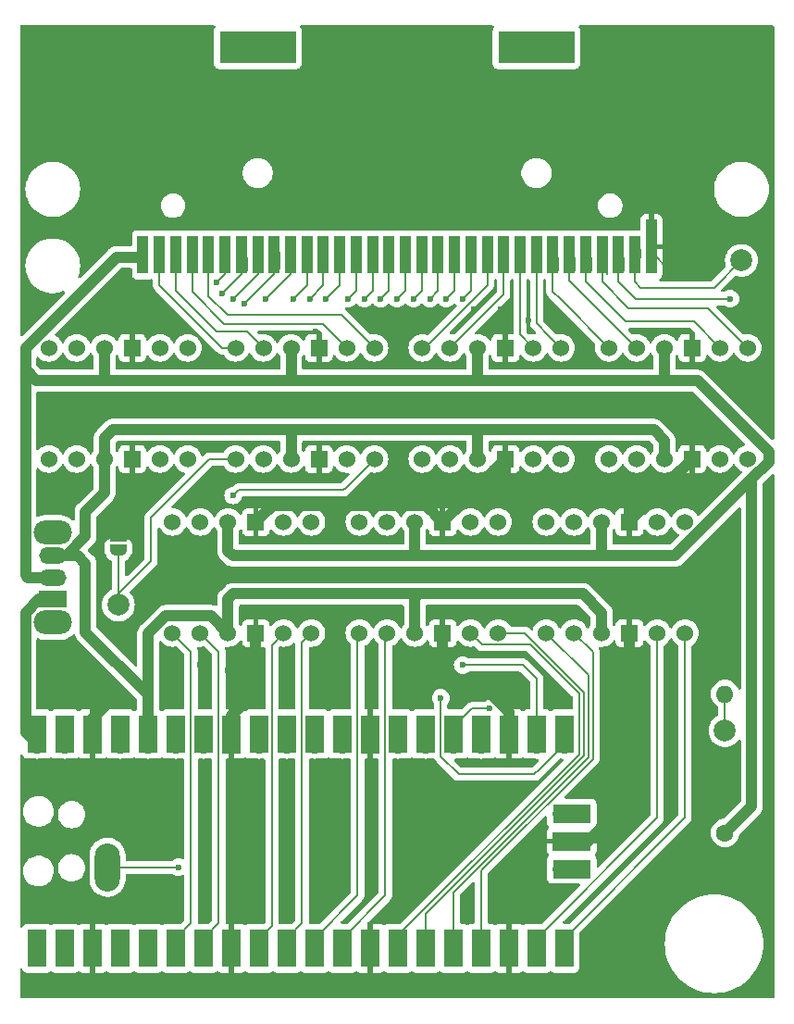
<source format=gbr>
%TF.GenerationSoftware,KiCad,Pcbnew,8.0.1*%
%TF.CreationDate,2024-04-15T13:22:49+02:00*%
%TF.ProjectId,shawazu-gb-dumper,73686177-617a-4752-9d67-622d64756d70,rev?*%
%TF.SameCoordinates,Original*%
%TF.FileFunction,Copper,L1,Top*%
%TF.FilePolarity,Positive*%
%FSLAX46Y46*%
G04 Gerber Fmt 4.6, Leading zero omitted, Abs format (unit mm)*
G04 Created by KiCad (PCBNEW 8.0.1) date 2024-04-15 13:22:49*
%MOMM*%
%LPD*%
G01*
G04 APERTURE LIST*
G04 Aperture macros list*
%AMFreePoly0*
4,1,19,0.500000,-0.750000,0.000000,-0.750000,0.000000,-0.744911,-0.071157,-0.744911,-0.207708,-0.704816,-0.327430,-0.627875,-0.420627,-0.520320,-0.479746,-0.390866,-0.500000,-0.250000,-0.500000,0.250000,-0.479746,0.390866,-0.420627,0.520320,-0.327430,0.627875,-0.207708,0.704816,-0.071157,0.744911,0.000000,0.744911,0.000000,0.750000,0.500000,0.750000,0.500000,-0.750000,0.500000,-0.750000,
$1*%
%AMFreePoly1*
4,1,19,0.000000,0.744911,0.071157,0.744911,0.207708,0.704816,0.327430,0.627875,0.420627,0.520320,0.479746,0.390866,0.500000,0.250000,0.500000,-0.250000,0.479746,-0.390866,0.420627,-0.520320,0.327430,-0.627875,0.207708,-0.704816,0.071157,-0.744911,0.000000,-0.744911,0.000000,-0.750000,-0.500000,-0.750000,-0.500000,0.750000,0.000000,0.750000,0.000000,0.744911,0.000000,0.744911,
$1*%
G04 Aperture macros list end*
%TA.AperFunction,SMDPad,CuDef*%
%ADD10R,1.000000X5.000000*%
%TD*%
%TA.AperFunction,SMDPad,CuDef*%
%ADD11R,1.000000X3.500000*%
%TD*%
%TA.AperFunction,SMDPad,CuDef*%
%ADD12R,7.000000X3.000000*%
%TD*%
%TA.AperFunction,ComponentPad*%
%ADD13R,1.524000X1.524000*%
%TD*%
%TA.AperFunction,ComponentPad*%
%ADD14C,1.524000*%
%TD*%
%TA.AperFunction,SMDPad,CuDef*%
%ADD15FreePoly0,270.000000*%
%TD*%
%TA.AperFunction,SMDPad,CuDef*%
%ADD16FreePoly1,270.000000*%
%TD*%
%TA.AperFunction,ComponentPad*%
%ADD17O,2.300000X4.400000*%
%TD*%
%TA.AperFunction,SMDPad,CuDef*%
%ADD18C,2.000000*%
%TD*%
%TA.AperFunction,ComponentPad*%
%ADD19O,1.700000X1.700000*%
%TD*%
%TA.AperFunction,SMDPad,CuDef*%
%ADD20R,1.700000X3.500000*%
%TD*%
%TA.AperFunction,ComponentPad*%
%ADD21R,1.700000X1.700000*%
%TD*%
%TA.AperFunction,SMDPad,CuDef*%
%ADD22R,3.500000X1.700000*%
%TD*%
%TA.AperFunction,ComponentPad*%
%ADD23C,1.600000*%
%TD*%
%TA.AperFunction,ComponentPad*%
%ADD24O,1.600000X1.600000*%
%TD*%
%TA.AperFunction,ComponentPad*%
%ADD25O,3.500000X2.200000*%
%TD*%
%TA.AperFunction,ComponentPad*%
%ADD26R,2.500000X1.500000*%
%TD*%
%TA.AperFunction,ComponentPad*%
%ADD27O,2.500000X1.500000*%
%TD*%
%TA.AperFunction,ViaPad*%
%ADD28C,0.600000*%
%TD*%
%TA.AperFunction,Conductor*%
%ADD29C,0.200000*%
%TD*%
%TA.AperFunction,Conductor*%
%ADD30C,1.000000*%
%TD*%
G04 APERTURE END LIST*
D10*
%TO.P,J1,32,Pin_32*%
%TO.N,GND*%
X163250000Y-45250000D03*
D11*
%TO.P,J1,31,Pin_31*%
%TO.N,Audio*%
X161750000Y-46000000D03*
%TO.P,J1,30,Pin_30*%
%TO.N,~{RST}*%
X160250000Y-46000000D03*
%TO.P,J1,29,Pin_29*%
%TO.N,D7*%
X158750000Y-46000000D03*
%TO.P,J1,28,Pin_28*%
%TO.N,D6*%
X157250000Y-46000000D03*
%TO.P,J1,27,Pin_27*%
%TO.N,D5*%
X155750000Y-46000000D03*
%TO.P,J1,26,Pin_26*%
%TO.N,D4*%
X154250000Y-46000000D03*
%TO.P,J1,25,Pin_25*%
%TO.N,D3*%
X152750000Y-46000000D03*
%TO.P,J1,24,Pin_24*%
%TO.N,D2*%
X151250000Y-46000000D03*
%TO.P,J1,23,Pin_23*%
%TO.N,D1*%
X149750000Y-46000000D03*
%TO.P,J1,22,Pin_22*%
%TO.N,D0*%
X148250000Y-46000000D03*
%TO.P,J1,21,Pin_21*%
%TO.N,A15*%
X146750000Y-46000000D03*
%TO.P,J1,20,Pin_20*%
%TO.N,A14*%
X145250000Y-46000000D03*
%TO.P,J1,19,Pin_19*%
%TO.N,A13*%
X143750000Y-46000000D03*
%TO.P,J1,18,Pin_18*%
%TO.N,A12*%
X142250000Y-46000000D03*
%TO.P,J1,17,Pin_17*%
%TO.N,A11*%
X140750000Y-46000000D03*
%TO.P,J1,16,Pin_16*%
%TO.N,A10*%
X139250000Y-46000000D03*
%TO.P,J1,15,Pin_15*%
%TO.N,A9*%
X137750000Y-46000000D03*
%TO.P,J1,14,Pin_14*%
%TO.N,A8*%
X136250000Y-46000000D03*
%TO.P,J1,13,Pin_13*%
%TO.N,A7*%
X134750000Y-46000000D03*
%TO.P,J1,12,Pin_12*%
%TO.N,A6*%
X133250000Y-46000000D03*
%TO.P,J1,11,Pin_11*%
%TO.N,A5*%
X131750000Y-46000000D03*
%TO.P,J1,10,Pin_10*%
%TO.N,A4*%
X130250000Y-46000000D03*
%TO.P,J1,9,Pin_9*%
%TO.N,A3*%
X128750000Y-46000000D03*
%TO.P,J1,8,Pin_8*%
%TO.N,A2*%
X127250000Y-46000000D03*
%TO.P,J1,7,Pin_7*%
%TO.N,A1*%
X125750000Y-46000000D03*
%TO.P,J1,6,Pin_6*%
%TO.N,A0*%
X124250000Y-46000000D03*
%TO.P,J1,5,Pin_5*%
%TO.N,~{CS}*%
X122750000Y-46000000D03*
%TO.P,J1,4,Pin_4*%
%TO.N,~{RD}*%
X121250000Y-46000000D03*
%TO.P,J1,3,Pin_3*%
%TO.N,~{WR}*%
X119750000Y-46000000D03*
%TO.P,J1,2,Pin_2*%
%TO.N,CLK*%
X118250000Y-46000000D03*
%TO.P,J1,1,Pin_1*%
%TO.N,PWR*%
X116750000Y-46000000D03*
D12*
%TO.P,J1,*%
%TO.N,*%
X152750000Y-27000000D03*
X127250000Y-27000000D03*
%TD*%
D13*
%TO.P,U1,GND_1,GND*%
%TO.N,GND*%
X115770000Y-54500000D03*
%TO.P,U1,GND_2,GND__1*%
X115770000Y-64660000D03*
D14*
%TO.P,U1,HV,HV*%
%TO.N,PWR*%
X113230000Y-54500000D03*
%TO.P,U1,HV1,HV1*%
%TO.N,A0*%
X108150000Y-54500000D03*
%TO.P,U1,HV2,HV2*%
%TO.N,A1*%
X110690000Y-54500000D03*
%TO.P,U1,HV3,HV3*%
%TO.N,A2*%
X118310000Y-54500000D03*
%TO.P,U1,HV4,HV4*%
%TO.N,A3*%
X120850000Y-54500000D03*
%TO.P,U1,LV,LV*%
%TO.N,+3.3V*%
X113230000Y-64660000D03*
%TO.P,U1,LV1,LV1*%
%TO.N,pico_A0*%
X108150000Y-64660000D03*
%TO.P,U1,LV2,LV2*%
%TO.N,pico_A1*%
X110690000Y-64660000D03*
%TO.P,U1,LV3,LV3*%
%TO.N,pico_A2*%
X118310000Y-64660000D03*
%TO.P,U1,LV4,LV4*%
%TO.N,pico_A3*%
X120850000Y-64660000D03*
%TD*%
D15*
%TO.P,JP1,1,A*%
%TO.N,GND*%
X114500000Y-71700000D03*
D16*
%TO.P,JP1,2,B*%
%TO.N,pico_CLK*%
X114500000Y-73000000D03*
%TD*%
D13*
%TO.P,U4,GND_1,GND*%
%TO.N,GND*%
X167000000Y-54500000D03*
%TO.P,U4,GND_2,GND__1*%
X167000000Y-64660000D03*
D14*
%TO.P,U4,HV,HV*%
%TO.N,PWR*%
X164460000Y-54500000D03*
%TO.P,U4,HV1,HV1*%
%TO.N,D4*%
X159380000Y-54500000D03*
%TO.P,U4,HV2,HV2*%
%TO.N,D5*%
X161920000Y-54500000D03*
%TO.P,U4,HV3,HV3*%
%TO.N,D6*%
X169540000Y-54500000D03*
%TO.P,U4,HV4,HV4*%
%TO.N,D7*%
X172080000Y-54500000D03*
%TO.P,U4,LV,LV*%
%TO.N,+3.3V*%
X164460000Y-64660000D03*
%TO.P,U4,LV1,LV1*%
%TO.N,pico_D4*%
X159380000Y-64660000D03*
%TO.P,U4,LV2,LV2*%
%TO.N,pico_D5*%
X161920000Y-64660000D03*
%TO.P,U4,LV3,LV3*%
%TO.N,pico_D6*%
X169540000Y-64660000D03*
%TO.P,U4,LV4,LV4*%
%TO.N,pico_D7*%
X172080000Y-64660000D03*
%TD*%
D17*
%TO.P,TP4,1,1*%
%TO.N,pico_D7*%
X113500000Y-102000000D03*
%TD*%
D13*
%TO.P,U3,GND_1,GND*%
%TO.N,GND*%
X149923332Y-54500000D03*
%TO.P,U3,GND_2,GND__1*%
X149923332Y-64660000D03*
D14*
%TO.P,U3,HV,HV*%
%TO.N,PWR*%
X147383332Y-54500000D03*
%TO.P,U3,HV1,HV1*%
%TO.N,D0*%
X142303332Y-54500000D03*
%TO.P,U3,HV2,HV2*%
%TO.N,D1*%
X144843332Y-54500000D03*
%TO.P,U3,HV3,HV3*%
%TO.N,D2*%
X152463332Y-54500000D03*
%TO.P,U3,HV4,HV4*%
%TO.N,D3*%
X155003332Y-54500000D03*
%TO.P,U3,LV,LV*%
%TO.N,+3.3V*%
X147383332Y-64660000D03*
%TO.P,U3,LV1,LV1*%
%TO.N,pico_D0*%
X142303332Y-64660000D03*
%TO.P,U3,LV2,LV2*%
%TO.N,pico_D1*%
X144843332Y-64660000D03*
%TO.P,U3,LV3,LV3*%
%TO.N,pico_D2*%
X152463332Y-64660000D03*
%TO.P,U3,LV4,LV4*%
%TO.N,pico_D3*%
X155003332Y-64660000D03*
%TD*%
D13*
%TO.P,U2,GND_1,GND*%
%TO.N,GND*%
X132846666Y-54500000D03*
%TO.P,U2,GND_2,GND__1*%
X132846666Y-64660000D03*
D14*
%TO.P,U2,HV,HV*%
%TO.N,PWR*%
X130306666Y-54500000D03*
%TO.P,U2,HV1,HV1*%
%TO.N,CLK*%
X125226666Y-54500000D03*
%TO.P,U2,HV2,HV2*%
%TO.N,~{WR}*%
X127766666Y-54500000D03*
%TO.P,U2,HV3,HV3*%
%TO.N,~{RD}*%
X135386666Y-54500000D03*
%TO.P,U2,HV4,HV4*%
%TO.N,~{CS}*%
X137926666Y-54500000D03*
%TO.P,U2,LV,LV*%
%TO.N,+3.3V*%
X130306666Y-64660000D03*
%TO.P,U2,LV1,LV1*%
%TO.N,pico_CLK*%
X125226666Y-64660000D03*
%TO.P,U2,LV2,LV2*%
%TO.N,pico_~{WR}*%
X127766666Y-64660000D03*
%TO.P,U2,LV3,LV3*%
%TO.N,pico_~{RD}*%
X135386666Y-64660000D03*
%TO.P,U2,LV4,LV4*%
%TO.N,pico_~{CS}*%
X137926666Y-64660000D03*
%TD*%
D18*
%TO.P,TP4,1,1*%
%TO.N,~{RST}*%
X170000000Y-89500000D03*
%TD*%
%TO.P,TP2,1,1*%
%TO.N,pico_CLK*%
X114500000Y-78000000D03*
%TD*%
D13*
%TO.P,U6,GND_1,GND*%
%TO.N,GND*%
X144175000Y-70420000D03*
%TO.P,U6,GND_2,GND__1*%
X144175000Y-80580000D03*
D14*
%TO.P,U6,HV,HV*%
%TO.N,PWR*%
X141635000Y-70420000D03*
%TO.P,U6,HV1,HV1*%
%TO.N,A8*%
X136555000Y-70420000D03*
%TO.P,U6,HV2,HV2*%
%TO.N,A9*%
X139095000Y-70420000D03*
%TO.P,U6,HV3,HV3*%
%TO.N,A10*%
X146715000Y-70420000D03*
%TO.P,U6,HV4,HV4*%
%TO.N,A11*%
X149255000Y-70420000D03*
%TO.P,U6,LV,LV*%
%TO.N,+3.3V*%
X141635000Y-80580000D03*
%TO.P,U6,LV1,LV1*%
%TO.N,pico_A8*%
X136555000Y-80580000D03*
%TO.P,U6,LV2,LV2*%
%TO.N,pico_A9*%
X139095000Y-80580000D03*
%TO.P,U6,LV3,LV3*%
%TO.N,pico_A10*%
X146715000Y-80580000D03*
%TO.P,U6,LV4,LV4*%
%TO.N,pico_A11*%
X149255000Y-80580000D03*
%TD*%
D19*
%TO.P,U8,1,GPIO0*%
%TO.N,pico_A0*%
X107060000Y-108500000D03*
D20*
X107060000Y-109400000D03*
D19*
%TO.P,U8,2,GPIO1*%
%TO.N,pico_A1*%
X109600000Y-108500000D03*
D20*
X109600000Y-109400000D03*
D21*
%TO.P,U8,3,GND*%
%TO.N,GND*%
X112140000Y-108500000D03*
D20*
X112140000Y-109400000D03*
D19*
%TO.P,U8,4,GPIO2*%
%TO.N,pico_A2*%
X114680000Y-108500000D03*
D20*
X114680000Y-109400000D03*
D19*
%TO.P,U8,5,GPIO3*%
%TO.N,pico_A3*%
X117220000Y-108500000D03*
D20*
X117220000Y-109400000D03*
D19*
%TO.P,U8,6,GPIO4*%
%TO.N,pico_A4*%
X119760000Y-108500000D03*
D20*
X119760000Y-109400000D03*
D19*
%TO.P,U8,7,GPIO5*%
%TO.N,pico_A5*%
X122300000Y-108500000D03*
D20*
X122300000Y-109400000D03*
D21*
%TO.P,U8,8,GND*%
%TO.N,GND*%
X124840000Y-108500000D03*
D20*
X124840000Y-109400000D03*
D19*
%TO.P,U8,9,GPIO6*%
%TO.N,pico_A6*%
X127380000Y-108500000D03*
D20*
X127380000Y-109400000D03*
D19*
%TO.P,U8,10,GPIO7*%
%TO.N,pico_A7*%
X129920000Y-108500000D03*
D20*
X129920000Y-109400000D03*
D19*
%TO.P,U8,11,GPIO8*%
%TO.N,pico_A8*%
X132460000Y-108500000D03*
D20*
X132460000Y-109400000D03*
D19*
%TO.P,U8,12,GPIO9*%
%TO.N,pico_A9*%
X135000000Y-108500000D03*
D20*
X135000000Y-109400000D03*
D21*
%TO.P,U8,13,GND*%
%TO.N,GND*%
X137540000Y-108500000D03*
D20*
X137540000Y-109400000D03*
D19*
%TO.P,U8,14,GPIO10*%
%TO.N,pico_A10*%
X140080000Y-108500000D03*
D20*
X140080000Y-109400000D03*
D19*
%TO.P,U8,15,GPIO11*%
%TO.N,pico_A11*%
X142620000Y-108500000D03*
D20*
X142620000Y-109400000D03*
D19*
%TO.P,U8,16,GPIO12*%
%TO.N,pico_A12*%
X145160000Y-108500000D03*
D20*
X145160000Y-109400000D03*
D19*
%TO.P,U8,17,GPIO13*%
%TO.N,pico_A13*%
X147700000Y-108500000D03*
D20*
X147700000Y-109400000D03*
D21*
%TO.P,U8,18,GND*%
%TO.N,GND*%
X150240000Y-108500000D03*
D20*
X150240000Y-109400000D03*
D19*
%TO.P,U8,19,GPIO14*%
%TO.N,pico_A14*%
X152780000Y-108500000D03*
D20*
X152780000Y-109400000D03*
D19*
%TO.P,U8,20,GPIO15*%
%TO.N,pico_A15*%
X155320000Y-108500000D03*
D20*
X155320000Y-109400000D03*
D19*
%TO.P,U8,21,GPIO16*%
%TO.N,pico_D0*%
X155320000Y-90720000D03*
D20*
X155320000Y-89820000D03*
D19*
%TO.P,U8,22,GPIO17*%
%TO.N,pico_D1*%
X152780000Y-90720000D03*
D20*
X152780000Y-89820000D03*
D21*
%TO.P,U8,23,GND*%
%TO.N,GND*%
X150240000Y-90720000D03*
D20*
X150240000Y-89820000D03*
D19*
%TO.P,U8,24,GPIO18*%
%TO.N,pico_D2*%
X147700000Y-90720000D03*
D20*
X147700000Y-89820000D03*
D19*
%TO.P,U8,25,GPIO19*%
%TO.N,pico_D3*%
X145160000Y-90720000D03*
D20*
X145160000Y-89820000D03*
D19*
%TO.P,U8,26,GPIO20*%
%TO.N,pico_D4*%
X142620000Y-90720000D03*
D20*
X142620000Y-89820000D03*
D19*
%TO.P,U8,27,GPIO21*%
%TO.N,pico_D5*%
X140080000Y-90720000D03*
D20*
X140080000Y-89820000D03*
D21*
%TO.P,U8,28,GND*%
%TO.N,GND*%
X137540000Y-90720000D03*
D20*
X137540000Y-89820000D03*
D19*
%TO.P,U8,29,GPIO22*%
%TO.N,pico_D6*%
X135000000Y-90720000D03*
D20*
X135000000Y-89820000D03*
D19*
%TO.P,U8,30,RUN*%
%TO.N,unconnected-(U8-RUN-Pad30)_0*%
X132460000Y-90720000D03*
D20*
%TO.N,unconnected-(U8-RUN-Pad30)*%
X132460000Y-89820000D03*
D19*
%TO.P,U8,31,GPIO26_ADC0*%
%TO.N,pico_~{RD}*%
X129920000Y-90720000D03*
D20*
X129920000Y-89820000D03*
D19*
%TO.P,U8,32,GPIO27_ADC1*%
%TO.N,pico_~{WR}*%
X127380000Y-90720000D03*
D20*
X127380000Y-89820000D03*
D21*
%TO.P,U8,33,AGND*%
%TO.N,GND*%
X124840000Y-90720000D03*
D20*
X124840000Y-89820000D03*
D19*
%TO.P,U8,34,GPIO28_ADC2*%
%TO.N,pico_~{CS}*%
X122300000Y-90720000D03*
D20*
X122300000Y-89820000D03*
D19*
%TO.P,U8,35,ADC_VREF*%
%TO.N,unconnected-(U8-ADC_VREF-Pad35)_0*%
X119760000Y-90720000D03*
D20*
%TO.N,unconnected-(U8-ADC_VREF-Pad35)*%
X119760000Y-89820000D03*
D19*
%TO.P,U8,36,3V3*%
%TO.N,+3.3V*%
X117220000Y-90720000D03*
D20*
X117220000Y-89820000D03*
D19*
%TO.P,U8,37,3V3_EN*%
%TO.N,unconnected-(U8-3V3_EN-Pad37)*%
X114680000Y-90720000D03*
D20*
%TO.N,unconnected-(U8-3V3_EN-Pad37)_0*%
X114680000Y-89820000D03*
D21*
%TO.P,U8,38,GND*%
%TO.N,GND*%
X112140000Y-90720000D03*
D20*
X112140000Y-89820000D03*
D19*
%TO.P,U8,39,VSYS*%
%TO.N,unconnected-(U8-VSYS-Pad39)_0*%
X109600000Y-90720000D03*
D20*
%TO.N,unconnected-(U8-VSYS-Pad39)*%
X109600000Y-89820000D03*
D19*
%TO.P,U8,40,VBUS*%
%TO.N,+5V*%
X107060000Y-90720000D03*
D20*
X107060000Y-89820000D03*
D19*
%TO.P,U8,41,SWCLK*%
%TO.N,unconnected-(U8-SWCLK-Pad41)*%
X155090000Y-102150000D03*
D22*
%TO.N,unconnected-(U8-SWCLK-Pad41)_0*%
X155990000Y-102150000D03*
D21*
%TO.P,U8,42,GND*%
%TO.N,GND*%
X155090000Y-99610000D03*
D22*
X155990000Y-99610000D03*
D19*
%TO.P,U8,43,SWDIO*%
%TO.N,unconnected-(U8-SWDIO-Pad43)*%
X155090000Y-97070000D03*
D22*
%TO.N,unconnected-(U8-SWDIO-Pad43)_0*%
X155990000Y-97070000D03*
%TD*%
D23*
%TO.P,10 k\u03A9,1*%
%TO.N,PWR*%
X170000000Y-98850000D03*
D24*
%TO.P,10 k\u03A9,2*%
%TO.N,~{RST}*%
X170000000Y-86150000D03*
%TD*%
D25*
%TO.P,SW1,*%
%TO.N,*%
X108500000Y-79600000D03*
X108500000Y-71400000D03*
D26*
%TO.P,SW1,1,A*%
%TO.N,+5V*%
X108500000Y-77500000D03*
D27*
%TO.P,SW1,2,B*%
%TO.N,PWR*%
X108500000Y-75500000D03*
%TO.P,SW1,3,C*%
%TO.N,+3.3V*%
X108500000Y-73500000D03*
%TD*%
D18*
%TO.P,TP3,1,1*%
%TO.N,Audio*%
X171500000Y-46500000D03*
%TD*%
D13*
%TO.P,U7,GND_1,GND*%
%TO.N,GND*%
X161270000Y-70420000D03*
%TO.P,U7,GND_2,GND__1*%
X161270000Y-80580000D03*
D14*
%TO.P,U7,HV,HV*%
%TO.N,PWR*%
X158730000Y-70420000D03*
%TO.P,U7,HV1,HV1*%
%TO.N,A12*%
X153650000Y-70420000D03*
%TO.P,U7,HV2,HV2*%
%TO.N,A13*%
X156190000Y-70420000D03*
%TO.P,U7,HV3,HV3*%
%TO.N,A14*%
X163810000Y-70420000D03*
%TO.P,U7,HV4,HV4*%
%TO.N,A15*%
X166350000Y-70420000D03*
%TO.P,U7,LV,LV*%
%TO.N,+3.3V*%
X158730000Y-80580000D03*
%TO.P,U7,LV1,LV1*%
%TO.N,pico_A12*%
X153650000Y-80580000D03*
%TO.P,U7,LV2,LV2*%
%TO.N,pico_A13*%
X156190000Y-80580000D03*
%TO.P,U7,LV3,LV3*%
%TO.N,pico_A14*%
X163810000Y-80580000D03*
%TO.P,U7,LV4,LV4*%
%TO.N,pico_A15*%
X166350000Y-80580000D03*
%TD*%
D13*
%TO.P,U5,GND_1,GND*%
%TO.N,GND*%
X127080000Y-70420000D03*
%TO.P,U5,GND_2,GND__1*%
X127080000Y-80580000D03*
D14*
%TO.P,U5,HV,HV*%
%TO.N,PWR*%
X124540000Y-70420000D03*
%TO.P,U5,HV1,HV1*%
%TO.N,A4*%
X119460000Y-70420000D03*
%TO.P,U5,HV2,HV2*%
%TO.N,A5*%
X122000000Y-70420000D03*
%TO.P,U5,HV3,HV3*%
%TO.N,A6*%
X129620000Y-70420000D03*
%TO.P,U5,HV4,HV4*%
%TO.N,A7*%
X132160000Y-70420000D03*
%TO.P,U5,LV,LV*%
%TO.N,+3.3V*%
X124540000Y-80580000D03*
%TO.P,U5,LV1,LV1*%
%TO.N,pico_A4*%
X119460000Y-80580000D03*
%TO.P,U5,LV2,LV2*%
%TO.N,pico_A5*%
X122000000Y-80580000D03*
%TO.P,U5,LV3,LV3*%
%TO.N,pico_A6*%
X129620000Y-80580000D03*
%TO.P,U5,LV4,LV4*%
%TO.N,pico_A7*%
X132160000Y-80580000D03*
%TD*%
D28*
%TO.N,A9*%
X137000000Y-50000000D03*
%TO.N,A13*%
X143000000Y-50000000D03*
%TO.N,A3*%
X126000000Y-50500000D03*
%TO.N,A2*%
X125000000Y-50000000D03*
%TO.N,A0*%
X123500000Y-48500000D03*
%TO.N,A1*%
X124000000Y-49500000D03*
%TO.N,A15*%
X146000000Y-50000000D03*
%TO.N,A14*%
X144500000Y-50000000D03*
%TO.N,A6*%
X132000000Y-50000000D03*
%TO.N,A12*%
X141500000Y-50000000D03*
%TO.N,A8*%
X135500000Y-50000000D03*
%TO.N,A4*%
X128000000Y-50000000D03*
%TO.N,A5*%
X130500000Y-50000000D03*
%TO.N,A11*%
X140000000Y-50000000D03*
%TO.N,~{RST}*%
X170500000Y-50000000D03*
%TO.N,A10*%
X138500000Y-50000000D03*
%TO.N,A7*%
X133500000Y-50000000D03*
%TO.N,GND*%
X141500000Y-104000000D03*
X160000000Y-94000000D03*
X129000000Y-113000000D03*
X110500000Y-60500000D03*
X130000000Y-84000000D03*
X130000000Y-60000000D03*
X165000000Y-82500000D03*
X109500000Y-84000000D03*
X124000000Y-75500000D03*
X146000000Y-59500000D03*
X154000000Y-56000000D03*
X142000000Y-56000000D03*
X140500000Y-85000000D03*
X137500000Y-60000000D03*
X122000000Y-38500000D03*
X108500000Y-93500000D03*
X117500000Y-105500000D03*
X162500000Y-35000000D03*
X122000000Y-83500000D03*
X132500000Y-53000000D03*
X120000000Y-96000000D03*
X165000000Y-59500000D03*
X114500000Y-96500000D03*
X139500000Y-75500000D03*
X137500000Y-83500000D03*
X146500000Y-104500000D03*
X163500000Y-104500000D03*
X133000000Y-84000000D03*
X161500000Y-76500000D03*
X147000000Y-97000000D03*
X119500000Y-84000000D03*
X149500000Y-51000000D03*
X159000000Y-60000000D03*
X127500000Y-59500000D03*
X170000000Y-28500000D03*
X120000000Y-74500000D03*
X138000000Y-67500000D03*
X152000000Y-113000000D03*
X124500000Y-84000000D03*
X158500000Y-75500000D03*
X115000000Y-49000000D03*
X165000000Y-96000000D03*
X148500000Y-39500000D03*
X150500000Y-68000000D03*
X147000000Y-67500000D03*
X147000000Y-51000000D03*
X164500000Y-67500000D03*
X133500000Y-104500000D03*
X117500000Y-96500000D03*
X158000000Y-67000000D03*
X114000000Y-106000000D03*
X170500000Y-72000000D03*
X112000000Y-94000000D03*
X126000000Y-104500000D03*
X119000000Y-59500000D03*
X165000000Y-47500000D03*
X137500000Y-96000000D03*
X134000000Y-96000000D03*
X126000000Y-96500000D03*
X151500000Y-87000000D03*
X172000000Y-57000000D03*
X148000000Y-75500000D03*
X122500000Y-94500000D03*
X125000000Y-60000000D03*
X154000000Y-60000000D03*
X130500000Y-66500000D03*
X156500000Y-37500000D03*
X151000000Y-60500000D03*
X151500000Y-92500000D03*
X153500000Y-75000000D03*
X151500000Y-103000000D03*
X108500000Y-67000000D03*
X137500000Y-93000000D03*
X141500000Y-60500000D03*
X137000000Y-113000000D03*
X109500000Y-56000000D03*
X131000000Y-75500000D03*
X134000000Y-60500000D03*
X134500000Y-42000000D03*
X159500000Y-110000000D03*
X165500000Y-77500000D03*
X166000000Y-53000000D03*
X144000000Y-97500000D03*
X114500000Y-86000000D03*
X108500000Y-104500000D03*
X115000000Y-35500000D03*
X152000000Y-52000000D03*
X130000000Y-94500000D03*
X111000000Y-113000000D03*
X109500000Y-28500000D03*
%TO.N,pico_~{CS}*%
X125000000Y-68000000D03*
%TO.N,pico_D7*%
X120000000Y-102000000D03*
%TO.N,pico_D0*%
X144000000Y-86500000D03*
%TO.N,pico_D3*%
X148500000Y-87500000D03*
%TO.N,pico_D1*%
X146000000Y-83500000D03*
%TD*%
D29*
%TO.N,~{RST}*%
X170000000Y-89500000D02*
X170000000Y-86150000D01*
%TO.N,D2*%
X151250000Y-46000000D02*
X151250000Y-53286668D01*
X151250000Y-53286668D02*
X152463332Y-54500000D01*
%TO.N,A9*%
X137750000Y-46000000D02*
X137750000Y-49250000D01*
X137750000Y-49250000D02*
X137000000Y-50000000D01*
%TO.N,A13*%
X143750000Y-46000000D02*
X143750000Y-49250000D01*
X143750000Y-49250000D02*
X143000000Y-50000000D01*
%TO.N,~{CS}*%
X122750000Y-49750000D02*
X124500000Y-51500000D01*
X134926666Y-51500000D02*
X137926666Y-54500000D01*
X124500000Y-51500000D02*
X134926666Y-51500000D01*
X122750000Y-46000000D02*
X122750000Y-49750000D01*
%TO.N,A3*%
X128750000Y-47750000D02*
X126000000Y-50500000D01*
X129250000Y-46199200D02*
X129250000Y-47250000D01*
X129250000Y-47250000D02*
X129000000Y-47500000D01*
X128750000Y-46000000D02*
X128750000Y-47750000D01*
X129250000Y-46199200D02*
X129250000Y-45750000D01*
%TO.N,Audio*%
X162300800Y-49000000D02*
X161750000Y-48449200D01*
X162250000Y-45449200D02*
X162250000Y-46250000D01*
X162300800Y-49000000D02*
X169000000Y-49000000D01*
X161750000Y-48449200D02*
X161750000Y-46000000D01*
X169000000Y-49000000D02*
X171500000Y-46500000D01*
%TO.N,A2*%
X127750000Y-47600000D02*
X127750000Y-46199200D01*
X127250000Y-46000000D02*
X127250000Y-47750000D01*
X127250000Y-47750000D02*
X125000000Y-50000000D01*
%TO.N,A0*%
X124250000Y-46000000D02*
X124250000Y-47750000D01*
X124250000Y-47750000D02*
X123500000Y-48500000D01*
%TO.N,D5*%
X155750000Y-48330000D02*
X155750000Y-46000000D01*
X161800800Y-54500000D02*
X161920000Y-54500000D01*
X161920000Y-54500000D02*
X155750000Y-48330000D01*
X156250000Y-46199200D02*
X156250000Y-47449200D01*
%TO.N,A1*%
X125750000Y-46000000D02*
X125750000Y-47750000D01*
X125750000Y-47750000D02*
X124000000Y-49500000D01*
X126250000Y-46199200D02*
X126250000Y-47449200D01*
%TO.N,A15*%
X146750000Y-46000000D02*
X146750000Y-49250000D01*
X146750000Y-49250000D02*
X146000000Y-50000000D01*
%TO.N,~{RD}*%
X121250000Y-46000000D02*
X121250000Y-49383514D01*
X133203423Y-52316757D02*
X124183243Y-52316757D01*
X121250000Y-49383514D02*
X124183243Y-52316757D01*
X135386666Y-54500000D02*
X133203423Y-52316757D01*
%TO.N,A14*%
X145250000Y-49250000D02*
X144500000Y-50000000D01*
X145250000Y-46000000D02*
X145250000Y-49250000D01*
%TO.N,D1*%
X149750000Y-49593332D02*
X144843332Y-54500000D01*
X149750000Y-46000000D02*
X149750000Y-49593332D01*
%TO.N,A6*%
X133250000Y-46000000D02*
X133250000Y-48750000D01*
X133250000Y-48750000D02*
X132000000Y-50000000D01*
%TO.N,A12*%
X142250000Y-49250000D02*
X141500000Y-50000000D01*
X142250000Y-46000000D02*
X142250000Y-49250000D01*
%TO.N,A8*%
X136250000Y-46000000D02*
X136250000Y-49250000D01*
X136250000Y-49250000D02*
X135500000Y-50000000D01*
%TO.N,A4*%
X130250000Y-46000000D02*
X130250000Y-47750000D01*
X130250000Y-47750000D02*
X128000000Y-50000000D01*
%TO.N,A5*%
X131750000Y-48750000D02*
X130500000Y-50000000D01*
X131750000Y-46000000D02*
X131750000Y-48750000D01*
%TO.N,A11*%
X140750000Y-46000000D02*
X140750000Y-49250000D01*
X140750000Y-49250000D02*
X140000000Y-50000000D01*
%TO.N,D7*%
X161150400Y-50849600D02*
X168429600Y-50849600D01*
X161150400Y-50849600D02*
X158750000Y-48449200D01*
X168429600Y-50849600D02*
X172080000Y-54500000D01*
X159250000Y-46199200D02*
X159250000Y-47750000D01*
X159250000Y-46199200D02*
X159250000Y-47449200D01*
X158750000Y-48449200D02*
X158750000Y-46000000D01*
%TO.N,D3*%
X152750000Y-46000000D02*
X152750000Y-52246668D01*
X152750000Y-52246668D02*
X154001666Y-53498334D01*
X154001666Y-53498334D02*
X155003332Y-54500000D01*
%TO.N,D0*%
X148250000Y-48750000D02*
X142500000Y-54500000D01*
X142500000Y-54500000D02*
X142303332Y-54500000D01*
X148250000Y-46000000D02*
X148250000Y-48750000D01*
%TO.N,D4*%
X154250000Y-49370000D02*
X154940000Y-50060000D01*
X154750000Y-46199200D02*
X154750000Y-47449200D01*
X154940000Y-50060000D02*
X159380000Y-54500000D01*
X154250000Y-46000000D02*
X154250000Y-49370000D01*
%TO.N,CLK*%
X124000000Y-54500000D02*
X125226666Y-54500000D01*
X118250000Y-46000000D02*
X118250000Y-48750000D01*
X118250000Y-48750000D02*
X124000000Y-54500000D01*
%TO.N,D6*%
X157250000Y-46000000D02*
X157250000Y-48449200D01*
X157750000Y-46199200D02*
X157750000Y-47449200D01*
X157250000Y-48449200D02*
X160900400Y-52099600D01*
X167139600Y-52099600D02*
X169540000Y-54500000D01*
X160900400Y-52099600D02*
X167139600Y-52099600D01*
D30*
%TO.N,PWR*%
X130000000Y-57500000D02*
X113000000Y-57500000D01*
X113000000Y-57500000D02*
X107000000Y-57500000D01*
X170000000Y-98850000D02*
X169850000Y-98850000D01*
X174000000Y-64908291D02*
X172454145Y-66454145D01*
X164460000Y-57460000D02*
X164500000Y-57500000D01*
X113230000Y-57270000D02*
X113000000Y-57500000D01*
X114312509Y-46199200D02*
X116550800Y-46199200D01*
X168250000Y-58250000D02*
X174000000Y-64000000D01*
X130306666Y-57193334D02*
X130000000Y-57500000D01*
X107000000Y-57500000D02*
X106000000Y-56500000D01*
X106000000Y-55500000D02*
X106000000Y-54511709D01*
X141635000Y-70420000D02*
X141635000Y-73365000D01*
X106000000Y-75250000D02*
X106250000Y-75500000D01*
X106000000Y-54511709D02*
X114312509Y-46199200D01*
X106250000Y-75500000D02*
X108500000Y-75500000D01*
X141500000Y-73500000D02*
X159000000Y-73500000D01*
X174000000Y-64000000D02*
X174000000Y-64908291D01*
X124540000Y-70420000D02*
X124540000Y-73040000D01*
X147383332Y-57116668D02*
X147000000Y-57500000D01*
X172454145Y-66454145D02*
X167454145Y-71454145D01*
X167454145Y-71454145D02*
X166908291Y-72000000D01*
X170000000Y-98850000D02*
X172454145Y-96395855D01*
X158730000Y-70420000D02*
X158730000Y-73230000D01*
X125000000Y-73500000D02*
X139632630Y-73500000D01*
X147383332Y-54500000D02*
X147383332Y-57116668D01*
X165408290Y-73500000D02*
X167454145Y-71454145D01*
X106000000Y-55500000D02*
X106000000Y-75250000D01*
X172454145Y-96395855D02*
X172454145Y-66454145D01*
X139632630Y-73500000D02*
X141500000Y-73500000D01*
X130000000Y-57500000D02*
X147000000Y-57500000D01*
X130306666Y-54500000D02*
X130306666Y-57193334D01*
X167500000Y-57500000D02*
X168250000Y-58250000D01*
X106000000Y-56500000D02*
X106000000Y-55500000D01*
X147000000Y-57500000D02*
X164500000Y-57500000D01*
X164500000Y-57500000D02*
X167500000Y-57500000D01*
X164460000Y-54500000D02*
X164460000Y-57460000D01*
X116550800Y-46199200D02*
X116750000Y-46000000D01*
X141635000Y-73365000D02*
X141500000Y-73500000D01*
X113230000Y-54500000D02*
X113230000Y-57270000D01*
X124540000Y-73040000D02*
X125000000Y-73500000D01*
X159000000Y-73500000D02*
X165408290Y-73500000D01*
X158730000Y-73230000D02*
X159000000Y-73500000D01*
D29*
%TO.N,~{RST}*%
X161800800Y-50000000D02*
X161650400Y-49849600D01*
X160750000Y-46199200D02*
X160750000Y-47449200D01*
X161650400Y-49849600D02*
X160250000Y-48449200D01*
X170500000Y-50000000D02*
X161800800Y-50000000D01*
X160250000Y-48449200D02*
X160250000Y-46000000D01*
%TO.N,A10*%
X139250000Y-49250000D02*
X138500000Y-50000000D01*
X139250000Y-46000000D02*
X139250000Y-49250000D01*
%TO.N,A7*%
X134750000Y-46000000D02*
X134750000Y-48750000D01*
X134750000Y-48750000D02*
X133500000Y-50000000D01*
D30*
%TO.N,GND*%
X164500000Y-67160000D02*
X167000000Y-64660000D01*
X144175000Y-84175000D02*
X144175000Y-80580000D01*
X147083332Y-67500000D02*
X149923332Y-64660000D01*
D29*
X149923332Y-51423332D02*
X149923332Y-54500000D01*
D30*
X161270000Y-70420000D02*
X161270000Y-70390000D01*
X144175000Y-70408332D02*
X147000000Y-67583332D01*
X124840000Y-90720000D02*
X124840000Y-88160000D01*
X145000000Y-85000000D02*
X144175000Y-84175000D01*
X161270000Y-70390000D02*
X164160000Y-67500000D01*
X149923332Y-66423332D02*
X150500000Y-67000000D01*
X160000000Y-67000000D02*
X161270000Y-68270000D01*
X150500000Y-67000000D02*
X158000000Y-67000000D01*
X161270000Y-68270000D02*
X161270000Y-70420000D01*
X164500000Y-67500000D02*
X164500000Y-67160000D01*
X164160000Y-67500000D02*
X164500000Y-67500000D01*
X147414214Y-85000000D02*
X145000000Y-85000000D01*
X144175000Y-70420000D02*
X142663000Y-68908000D01*
X144175000Y-70420000D02*
X144175000Y-70408332D01*
X127080000Y-85920000D02*
X127080000Y-80580000D01*
X150240000Y-87825786D02*
X147414214Y-85000000D01*
X112140000Y-88360000D02*
X114500000Y-86000000D01*
X128592000Y-68908000D02*
X127080000Y-70420000D01*
X161270000Y-95790000D02*
X157450000Y-99610000D01*
X124840000Y-88160000D02*
X127080000Y-85920000D01*
X147000000Y-67583332D02*
X147000000Y-67500000D01*
X149923332Y-64660000D02*
X149923332Y-66423332D01*
D29*
X165000000Y-47500000D02*
X163250000Y-45750000D01*
D30*
X142663000Y-68908000D02*
X128592000Y-68908000D01*
X147000000Y-67500000D02*
X147083332Y-67500000D01*
X158000000Y-67000000D02*
X160000000Y-67000000D01*
D29*
X149500000Y-51000000D02*
X149923332Y-51423332D01*
D30*
X112140000Y-90720000D02*
X112140000Y-88360000D01*
D29*
X163250000Y-45750000D02*
X163250000Y-45250000D01*
X115770000Y-70430000D02*
X115770000Y-64660000D01*
D30*
X161270000Y-80580000D02*
X161270000Y-95790000D01*
D29*
X114500000Y-71700000D02*
X115770000Y-70430000D01*
D30*
X157450000Y-99610000D02*
X155090000Y-99610000D01*
X150240000Y-90720000D02*
X150240000Y-87825786D01*
D29*
%TO.N,~{WR}*%
X119750000Y-46000000D02*
X119750000Y-49250000D01*
X119750000Y-49250000D02*
X123500000Y-53000000D01*
X126266666Y-53000000D02*
X127766666Y-54500000D01*
X123500000Y-53000000D02*
X126266666Y-53000000D01*
%TO.N,pico_~{CS}*%
X135086666Y-67500000D02*
X125500000Y-67500000D01*
X137926666Y-64660000D02*
X135293333Y-67293333D01*
X135086666Y-67500000D02*
X135293333Y-67293333D01*
X125500000Y-67500000D02*
X125000000Y-68000000D01*
D30*
%TO.N,+5V*%
X108500000Y-77500000D02*
X107262994Y-77500000D01*
X106000000Y-78762994D02*
X107262994Y-77500000D01*
X106000000Y-89660000D02*
X106000000Y-78762994D01*
X107060000Y-90720000D02*
X106000000Y-89660000D01*
%TO.N,+3.3V*%
X140500000Y-77000000D02*
X125000000Y-77000000D01*
X147500000Y-62000000D02*
X147383332Y-62116668D01*
X108500000Y-73500000D02*
X110750000Y-73500000D01*
X109737006Y-73500000D02*
X111500000Y-71737006D01*
X141635000Y-80580000D02*
X141635000Y-77365000D01*
X111500000Y-71737006D02*
X111500000Y-69500000D01*
X114000000Y-62000000D02*
X131500000Y-62000000D01*
X113230000Y-67770000D02*
X111500000Y-69500000D01*
X164460000Y-64660000D02*
X164460000Y-62960000D01*
X142000000Y-77000000D02*
X157000000Y-77000000D01*
X124540000Y-77460000D02*
X124540000Y-80580000D01*
X163500000Y-62000000D02*
X147500000Y-62000000D01*
X158730000Y-78730000D02*
X158730000Y-80580000D01*
X117220000Y-80610998D02*
X118830998Y-79000000D01*
X111500000Y-80500000D02*
X117220000Y-86220000D01*
X117220000Y-86220000D02*
X117220000Y-90720000D01*
X157000000Y-77000000D02*
X158730000Y-78730000D01*
X130306666Y-64660000D02*
X130306666Y-62193334D01*
X140500000Y-77000000D02*
X142000000Y-77000000D01*
X164460000Y-62960000D02*
X163500000Y-62000000D01*
X110750000Y-73500000D02*
X111500000Y-74250000D01*
X147383332Y-62116668D02*
X147383332Y-64660000D01*
X108500000Y-73500000D02*
X109737006Y-73500000D01*
X118830998Y-79000000D02*
X122960000Y-79000000D01*
X113230000Y-64660000D02*
X113230000Y-67770000D01*
X113230000Y-64660000D02*
X113230000Y-62770000D01*
X131500000Y-62000000D02*
X130500000Y-62000000D01*
X113230000Y-62770000D02*
X114000000Y-62000000D01*
X147500000Y-62000000D02*
X131500000Y-62000000D01*
X122960000Y-79000000D02*
X124540000Y-80580000D01*
X117220000Y-90720000D02*
X117220000Y-80610998D01*
X125000000Y-77000000D02*
X124540000Y-77460000D01*
X130306666Y-62193334D02*
X130500000Y-62000000D01*
X111500000Y-74250000D02*
X111500000Y-80500000D01*
X141635000Y-77365000D02*
X142000000Y-77000000D01*
D29*
%TO.N,pico_D7*%
X115000000Y-102000000D02*
X120000000Y-102000000D01*
X113500000Y-102000000D02*
X115000000Y-102000000D01*
%TO.N,pico_CLK*%
X117500000Y-74000000D02*
X117500000Y-70000000D01*
X125226666Y-64660000D02*
X122840000Y-64660000D01*
X114500000Y-77000000D02*
X114500000Y-78000000D01*
X114500000Y-73000000D02*
X114500000Y-77000000D01*
X122840000Y-64660000D02*
X117500000Y-70000000D01*
X117500000Y-74000000D02*
X114500000Y-77000000D01*
%TO.N,pico_D0*%
X155320000Y-90720000D02*
X153020000Y-93020000D01*
X152540000Y-93500000D02*
X153020000Y-93020000D01*
X144000000Y-91860000D02*
X145640000Y-93500000D01*
X145640000Y-93500000D02*
X152540000Y-93500000D01*
X144000000Y-86500000D02*
X144000000Y-91860000D01*
%TO.N,pico_D3*%
X145160000Y-89160000D02*
X146820000Y-87500000D01*
X145160000Y-90720000D02*
X145160000Y-89160000D01*
X146820000Y-87500000D02*
X148500000Y-87500000D01*
%TO.N,pico_D1*%
X152780000Y-84780000D02*
X152780000Y-90720000D01*
X151500000Y-83500000D02*
X152780000Y-84780000D01*
X146000000Y-83500000D02*
X151500000Y-83500000D01*
%TO.N,pico_A7*%
X131310000Y-107110000D02*
X129920000Y-108500000D01*
X132160000Y-80580000D02*
X131310000Y-81430000D01*
X131310000Y-81430000D02*
X131310000Y-107110000D01*
%TO.N,pico_A6*%
X128530000Y-81670000D02*
X128530000Y-107350000D01*
X128530000Y-107350000D02*
X127380000Y-108500000D01*
X129620000Y-80580000D02*
X128530000Y-81670000D01*
%TO.N,pico_A4*%
X119460000Y-80580000D02*
X121150000Y-82270000D01*
X121150000Y-107110000D02*
X119760000Y-108500000D01*
X121150000Y-82270000D02*
X121150000Y-107110000D01*
%TO.N,pico_A5*%
X122000000Y-80580000D02*
X123690000Y-82270000D01*
X123690000Y-82270000D02*
X123690000Y-107110000D01*
X123690000Y-107110000D02*
X122300000Y-108500000D01*
%TO.N,pico_A9*%
X138930000Y-80745000D02*
X138930000Y-104570000D01*
X138930000Y-104570000D02*
X135000000Y-108500000D01*
X139095000Y-80580000D02*
X138930000Y-80745000D01*
%TO.N,pico_A11*%
X157100000Y-86000000D02*
X157100000Y-91768628D01*
X149255000Y-80580000D02*
X151680000Y-80580000D01*
X151680000Y-80580000D02*
X157100000Y-86000000D01*
X142620000Y-106248628D02*
X142620000Y-108500000D01*
X149255000Y-80580000D02*
X148850000Y-80985000D01*
X157100000Y-91768628D02*
X142620000Y-106248628D01*
%TO.N,pico_A8*%
X136390000Y-104570000D02*
X132460000Y-108500000D01*
X136390000Y-80745000D02*
X136390000Y-104570000D01*
X136555000Y-80580000D02*
X136390000Y-80745000D01*
%TO.N,pico_A10*%
X147777000Y-81642000D02*
X152176314Y-81642000D01*
X146715000Y-80580000D02*
X147777000Y-81642000D01*
X156651471Y-91651471D02*
X140080000Y-108222942D01*
X152176314Y-81642000D02*
X156651471Y-86117157D01*
X146310000Y-80985000D02*
X146715000Y-80580000D01*
X140080000Y-108222942D02*
X140080000Y-108500000D01*
X156651471Y-86117157D02*
X156651471Y-91651471D01*
%TO.N,pico_A13*%
X157900000Y-82290000D02*
X157900000Y-92100000D01*
X147700000Y-102300000D02*
X147700000Y-108500000D01*
X156190000Y-80580000D02*
X157900000Y-82290000D01*
X157900000Y-92100000D02*
X147700000Y-102300000D01*
%TO.N,pico_A14*%
X163810000Y-97470000D02*
X152780000Y-108500000D01*
X163810000Y-80580000D02*
X163810000Y-97470000D01*
%TO.N,pico_A15*%
X166350000Y-97470000D02*
X155320000Y-108500000D01*
X166350000Y-80580000D02*
X166350000Y-97470000D01*
%TO.N,pico_A12*%
X145160000Y-104274314D02*
X145160000Y-108500000D01*
X157500000Y-91934314D02*
X145160000Y-104274314D01*
X157500000Y-84430000D02*
X157500000Y-91934314D01*
X153650000Y-80580000D02*
X157500000Y-84430000D01*
%TD*%
%TA.AperFunction,Conductor*%
%TO.N,GND*%
G36*
X119647865Y-65113435D02*
G01*
X119692382Y-65164811D01*
X119752464Y-65293658D01*
X119752468Y-65293666D01*
X119879170Y-65474615D01*
X119879175Y-65474621D01*
X120035378Y-65630824D01*
X120035384Y-65630829D01*
X120216333Y-65757531D01*
X120216335Y-65757532D01*
X120216338Y-65757534D01*
X120416550Y-65850894D01*
X120511408Y-65876311D01*
X120571069Y-65912676D01*
X120601598Y-65975523D01*
X120593304Y-66044898D01*
X120566996Y-66083767D01*
X117131286Y-69519478D01*
X117019481Y-69631282D01*
X117019479Y-69631285D01*
X116994420Y-69674689D01*
X116990787Y-69680983D01*
X116969361Y-69718094D01*
X116969359Y-69718096D01*
X116940425Y-69768209D01*
X116940424Y-69768210D01*
X116935566Y-69786340D01*
X116899499Y-69920943D01*
X116899499Y-69920945D01*
X116899499Y-70089046D01*
X116899500Y-70089059D01*
X116899500Y-73699902D01*
X116879815Y-73766941D01*
X116863181Y-73787583D01*
X115312181Y-75338583D01*
X115250858Y-75372068D01*
X115181166Y-75367084D01*
X115125233Y-75325212D01*
X115100816Y-75259748D01*
X115100500Y-75250902D01*
X115100500Y-74025014D01*
X115120185Y-73957975D01*
X115172989Y-73912220D01*
X115233076Y-73884779D01*
X115233081Y-73884775D01*
X115233094Y-73884770D01*
X115354130Y-73806986D01*
X115462791Y-73712832D01*
X115462794Y-73712829D01*
X115557015Y-73604091D01*
X115634747Y-73483137D01*
X115694517Y-73352259D01*
X115735024Y-73214304D01*
X115755500Y-73071889D01*
X115755500Y-72500000D01*
X115750355Y-72428060D01*
X115709819Y-72290008D01*
X115632031Y-72168968D01*
X115573173Y-72117967D01*
X115523299Y-72074750D01*
X115523297Y-72074748D01*
X115523294Y-72074746D01*
X115523290Y-72074744D01*
X115392419Y-72014976D01*
X115392414Y-72014975D01*
X115250000Y-71994500D01*
X114785763Y-71994500D01*
X114714236Y-71994500D01*
X114285764Y-71994500D01*
X114214237Y-71994500D01*
X113750000Y-71994500D01*
X113749997Y-71994500D01*
X113678059Y-71999644D01*
X113540005Y-72040182D01*
X113418969Y-72117967D01*
X113418965Y-72117971D01*
X113324750Y-72226700D01*
X113324744Y-72226709D01*
X113264976Y-72357580D01*
X113264975Y-72357585D01*
X113244500Y-72499999D01*
X113244500Y-73071889D01*
X113264974Y-73214296D01*
X113264976Y-73214304D01*
X113298517Y-73328536D01*
X113305483Y-73352258D01*
X113365252Y-73483136D01*
X113365253Y-73483138D01*
X113439376Y-73598476D01*
X113440196Y-73599917D01*
X113442988Y-73604098D01*
X113537207Y-73712830D01*
X113537210Y-73712833D01*
X113645864Y-73806981D01*
X113645867Y-73806984D01*
X113645869Y-73806985D01*
X113645870Y-73806986D01*
X113766906Y-73884770D01*
X113766914Y-73884774D01*
X113766923Y-73884779D01*
X113827011Y-73912220D01*
X113879815Y-73957975D01*
X113899500Y-74025014D01*
X113899500Y-76544951D01*
X113879815Y-76611990D01*
X113834518Y-76654006D01*
X113676493Y-76739524D01*
X113480257Y-76892261D01*
X113311833Y-77075217D01*
X113175826Y-77283393D01*
X113075936Y-77511118D01*
X113014892Y-77752175D01*
X113014890Y-77752187D01*
X112994357Y-77999994D01*
X112994357Y-78000005D01*
X113014890Y-78247812D01*
X113014892Y-78247824D01*
X113075936Y-78488881D01*
X113175826Y-78716606D01*
X113311833Y-78924782D01*
X113311836Y-78924785D01*
X113480256Y-79107738D01*
X113676491Y-79260474D01*
X113895190Y-79378828D01*
X114130386Y-79459571D01*
X114375665Y-79500500D01*
X114624335Y-79500500D01*
X114869614Y-79459571D01*
X115104810Y-79378828D01*
X115323509Y-79260474D01*
X115519744Y-79107738D01*
X115688164Y-78924785D01*
X115824173Y-78716607D01*
X115924063Y-78488881D01*
X115985108Y-78247821D01*
X115985109Y-78247812D01*
X116005643Y-78000005D01*
X116005643Y-77999994D01*
X115985109Y-77752187D01*
X115985107Y-77752175D01*
X115924063Y-77511118D01*
X115824173Y-77283393D01*
X115688166Y-77075217D01*
X115671296Y-77056891D01*
X115570234Y-76947109D01*
X115539314Y-76884458D01*
X115547174Y-76815032D01*
X115573782Y-76775451D01*
X117980520Y-74368716D01*
X118059577Y-74231784D01*
X118100501Y-74079057D01*
X118100501Y-73920942D01*
X118100501Y-73913347D01*
X118100500Y-73913329D01*
X118100500Y-71051201D01*
X118120185Y-70984162D01*
X118172989Y-70938407D01*
X118242147Y-70928463D01*
X118305703Y-70957488D01*
X118336882Y-70998797D01*
X118362464Y-71053658D01*
X118362468Y-71053666D01*
X118489170Y-71234615D01*
X118489175Y-71234621D01*
X118645378Y-71390824D01*
X118645384Y-71390829D01*
X118826333Y-71517531D01*
X118826335Y-71517532D01*
X118826338Y-71517534D01*
X119026550Y-71610894D01*
X119239932Y-71668070D01*
X119397123Y-71681822D01*
X119459998Y-71687323D01*
X119460000Y-71687323D01*
X119460002Y-71687323D01*
X119515017Y-71682509D01*
X119680068Y-71668070D01*
X119893450Y-71610894D01*
X120093662Y-71517534D01*
X120274620Y-71390826D01*
X120430826Y-71234620D01*
X120557534Y-71053662D01*
X120617618Y-70924811D01*
X120663790Y-70872371D01*
X120730983Y-70853219D01*
X120797865Y-70873435D01*
X120842382Y-70924811D01*
X120902464Y-71053658D01*
X120902468Y-71053666D01*
X121029170Y-71234615D01*
X121029175Y-71234621D01*
X121185378Y-71390824D01*
X121185384Y-71390829D01*
X121366333Y-71517531D01*
X121366335Y-71517532D01*
X121366338Y-71517534D01*
X121566550Y-71610894D01*
X121779932Y-71668070D01*
X121937123Y-71681822D01*
X121999998Y-71687323D01*
X122000000Y-71687323D01*
X122000002Y-71687323D01*
X122055017Y-71682509D01*
X122220068Y-71668070D01*
X122433450Y-71610894D01*
X122633662Y-71517534D01*
X122814620Y-71390826D01*
X122970826Y-71234620D01*
X123097534Y-71053662D01*
X123157618Y-70924811D01*
X123203790Y-70872371D01*
X123270983Y-70853219D01*
X123337865Y-70873435D01*
X123382382Y-70924811D01*
X123397619Y-70957488D01*
X123442466Y-71053662D01*
X123517076Y-71160216D01*
X123539402Y-71226419D01*
X123539500Y-71231337D01*
X123539500Y-73138543D01*
X123577292Y-73328536D01*
X123577293Y-73328540D01*
X123577949Y-73331835D01*
X123577950Y-73331837D01*
X123653364Y-73513907D01*
X123653371Y-73513920D01*
X123762860Y-73677781D01*
X123762863Y-73677785D01*
X123906537Y-73821459D01*
X123906559Y-73821479D01*
X124219735Y-74134655D01*
X124219764Y-74134686D01*
X124362217Y-74277139D01*
X124418351Y-74314646D01*
X124526086Y-74386632D01*
X124631936Y-74430476D01*
X124708164Y-74462051D01*
X124801014Y-74480520D01*
X124834495Y-74487180D01*
X124901457Y-74500500D01*
X124901459Y-74500500D01*
X165506832Y-74500500D01*
X165557053Y-74490510D01*
X165607276Y-74480520D01*
X165700126Y-74462051D01*
X165776354Y-74430476D01*
X165882204Y-74386632D01*
X166046072Y-74277139D01*
X166185429Y-74137782D01*
X166185430Y-74137779D01*
X166192496Y-74130714D01*
X166192499Y-74130710D01*
X167540223Y-72782986D01*
X167540239Y-72782972D01*
X167546070Y-72777140D01*
X167546073Y-72777139D01*
X168231285Y-72091925D01*
X171241964Y-69081246D01*
X171303287Y-69047761D01*
X171372979Y-69052745D01*
X171428912Y-69094617D01*
X171453329Y-69160081D01*
X171453645Y-69168927D01*
X171453645Y-85630778D01*
X171433960Y-85697817D01*
X171381156Y-85743572D01*
X171311998Y-85753516D01*
X171248442Y-85724491D01*
X171217263Y-85683183D01*
X171130568Y-85497267D01*
X171130567Y-85497265D01*
X171000045Y-85310858D01*
X170839141Y-85149954D01*
X170652734Y-85019432D01*
X170652732Y-85019431D01*
X170446497Y-84923261D01*
X170446488Y-84923258D01*
X170226697Y-84864366D01*
X170226693Y-84864365D01*
X170226692Y-84864365D01*
X170226691Y-84864364D01*
X170226686Y-84864364D01*
X170000002Y-84844532D01*
X169999998Y-84844532D01*
X169773313Y-84864364D01*
X169773302Y-84864366D01*
X169553511Y-84923258D01*
X169553502Y-84923261D01*
X169347267Y-85019431D01*
X169347265Y-85019432D01*
X169160858Y-85149954D01*
X168999954Y-85310858D01*
X168869432Y-85497265D01*
X168869431Y-85497267D01*
X168773261Y-85703502D01*
X168773258Y-85703511D01*
X168714366Y-85923302D01*
X168714364Y-85923313D01*
X168694532Y-86149998D01*
X168694532Y-86150001D01*
X168714364Y-86376686D01*
X168714366Y-86376697D01*
X168773258Y-86596488D01*
X168773261Y-86596497D01*
X168869431Y-86802732D01*
X168869432Y-86802734D01*
X168999954Y-86989141D01*
X169160858Y-87150045D01*
X169182308Y-87165064D01*
X169346624Y-87280118D01*
X169390248Y-87334693D01*
X169399500Y-87381692D01*
X169399500Y-88044951D01*
X169379815Y-88111990D01*
X169334518Y-88154006D01*
X169176493Y-88239524D01*
X168980257Y-88392261D01*
X168811833Y-88575217D01*
X168675826Y-88783393D01*
X168575936Y-89011118D01*
X168514892Y-89252175D01*
X168514890Y-89252187D01*
X168494357Y-89499994D01*
X168494357Y-89500005D01*
X168514890Y-89747812D01*
X168514892Y-89747824D01*
X168575936Y-89988881D01*
X168675826Y-90216606D01*
X168811833Y-90424782D01*
X168811836Y-90424785D01*
X168980256Y-90607738D01*
X169176491Y-90760474D01*
X169395190Y-90878828D01*
X169630386Y-90959571D01*
X169875665Y-91000500D01*
X170124335Y-91000500D01*
X170369614Y-90959571D01*
X170604810Y-90878828D01*
X170823509Y-90760474D01*
X171019744Y-90607738D01*
X171188164Y-90424785D01*
X171225836Y-90367124D01*
X171278982Y-90321767D01*
X171348214Y-90312343D01*
X171411550Y-90341845D01*
X171448881Y-90400905D01*
X171453645Y-90434945D01*
X171453645Y-95930072D01*
X171433960Y-95997111D01*
X171417326Y-96017753D01*
X169911967Y-97523111D01*
X169850644Y-97556596D01*
X169835096Y-97558958D01*
X169773311Y-97564364D01*
X169773302Y-97564366D01*
X169553511Y-97623258D01*
X169553502Y-97623261D01*
X169347267Y-97719431D01*
X169347265Y-97719432D01*
X169160858Y-97849954D01*
X168999954Y-98010858D01*
X168869432Y-98197265D01*
X168869431Y-98197267D01*
X168773261Y-98403502D01*
X168773258Y-98403511D01*
X168714366Y-98623302D01*
X168714364Y-98623313D01*
X168694532Y-98849998D01*
X168694532Y-98850001D01*
X168714364Y-99076686D01*
X168714366Y-99076697D01*
X168773258Y-99296488D01*
X168773261Y-99296497D01*
X168869431Y-99502732D01*
X168869432Y-99502734D01*
X168999954Y-99689141D01*
X169160858Y-99850045D01*
X169160861Y-99850047D01*
X169347266Y-99980568D01*
X169553504Y-100076739D01*
X169773308Y-100135635D01*
X169935230Y-100149801D01*
X169999998Y-100155468D01*
X170000000Y-100155468D01*
X170000002Y-100155468D01*
X170056673Y-100150509D01*
X170226692Y-100135635D01*
X170446496Y-100076739D01*
X170652734Y-99980568D01*
X170839139Y-99850047D01*
X171000047Y-99689139D01*
X171130568Y-99502734D01*
X171226739Y-99296496D01*
X171285635Y-99076692D01*
X171291040Y-99014904D01*
X171316492Y-98949837D01*
X171326879Y-98938039D01*
X173091923Y-97172996D01*
X173091927Y-97172994D01*
X173231284Y-97033637D01*
X173340777Y-96869769D01*
X173416196Y-96687690D01*
X173442120Y-96557362D01*
X173454645Y-96494398D01*
X173454645Y-66919928D01*
X173474330Y-66852889D01*
X173490964Y-66832247D01*
X174287819Y-66035392D01*
X174349142Y-66001907D01*
X174418834Y-66006891D01*
X174474767Y-66048763D01*
X174499184Y-66114227D01*
X174499500Y-66123073D01*
X174499500Y-113875500D01*
X174479815Y-113942539D01*
X174427011Y-113988294D01*
X174375500Y-113999500D01*
X105624500Y-113999500D01*
X105557461Y-113979815D01*
X105511706Y-113927011D01*
X105500500Y-113875500D01*
X105500500Y-111367236D01*
X105520185Y-111300197D01*
X105572989Y-111254442D01*
X105642147Y-111244498D01*
X105705703Y-111273523D01*
X105740682Y-111323903D01*
X105766202Y-111392328D01*
X105766206Y-111392335D01*
X105852452Y-111507544D01*
X105852455Y-111507547D01*
X105967664Y-111593793D01*
X105967671Y-111593797D01*
X106102517Y-111644091D01*
X106102516Y-111644091D01*
X106109444Y-111644835D01*
X106162127Y-111650500D01*
X107957872Y-111650499D01*
X108017483Y-111644091D01*
X108152331Y-111593796D01*
X108255690Y-111516421D01*
X108321152Y-111492004D01*
X108389425Y-111506855D01*
X108404303Y-111516416D01*
X108507076Y-111593352D01*
X108507668Y-111593795D01*
X108507671Y-111593797D01*
X108642517Y-111644091D01*
X108642516Y-111644091D01*
X108649444Y-111644835D01*
X108702127Y-111650500D01*
X110497872Y-111650499D01*
X110557483Y-111644091D01*
X110692331Y-111593796D01*
X110796106Y-111516109D01*
X110861570Y-111491692D01*
X110929843Y-111506543D01*
X110944729Y-111516110D01*
X111047910Y-111593352D01*
X111047913Y-111593354D01*
X111182620Y-111643596D01*
X111182627Y-111643598D01*
X111242155Y-111649999D01*
X111242172Y-111650000D01*
X111890000Y-111650000D01*
X111890000Y-108944560D01*
X111943147Y-108975245D01*
X112072857Y-109010000D01*
X112207143Y-109010000D01*
X112336853Y-108975245D01*
X112390000Y-108944560D01*
X112390000Y-111650000D01*
X113037828Y-111650000D01*
X113037844Y-111649999D01*
X113097372Y-111643598D01*
X113097379Y-111643596D01*
X113232086Y-111593354D01*
X113232089Y-111593352D01*
X113335271Y-111516110D01*
X113400735Y-111491692D01*
X113469008Y-111506543D01*
X113483888Y-111516105D01*
X113587076Y-111593352D01*
X113587668Y-111593795D01*
X113587671Y-111593797D01*
X113722517Y-111644091D01*
X113722516Y-111644091D01*
X113729444Y-111644835D01*
X113782127Y-111650500D01*
X115577872Y-111650499D01*
X115637483Y-111644091D01*
X115772331Y-111593796D01*
X115875690Y-111516421D01*
X115941152Y-111492004D01*
X116009425Y-111506855D01*
X116024303Y-111516416D01*
X116127076Y-111593352D01*
X116127668Y-111593795D01*
X116127671Y-111593797D01*
X116262517Y-111644091D01*
X116262516Y-111644091D01*
X116269444Y-111644835D01*
X116322127Y-111650500D01*
X118117872Y-111650499D01*
X118177483Y-111644091D01*
X118312331Y-111593796D01*
X118415690Y-111516421D01*
X118481152Y-111492004D01*
X118549425Y-111506855D01*
X118564303Y-111516416D01*
X118667076Y-111593352D01*
X118667668Y-111593795D01*
X118667671Y-111593797D01*
X118802517Y-111644091D01*
X118802516Y-111644091D01*
X118809444Y-111644835D01*
X118862127Y-111650500D01*
X120657872Y-111650499D01*
X120717483Y-111644091D01*
X120852331Y-111593796D01*
X120955690Y-111516421D01*
X121021152Y-111492004D01*
X121089425Y-111506855D01*
X121104303Y-111516416D01*
X121207076Y-111593352D01*
X121207668Y-111593795D01*
X121207671Y-111593797D01*
X121342517Y-111644091D01*
X121342516Y-111644091D01*
X121349444Y-111644835D01*
X121402127Y-111650500D01*
X123197872Y-111650499D01*
X123257483Y-111644091D01*
X123392331Y-111593796D01*
X123496106Y-111516109D01*
X123561570Y-111491692D01*
X123629843Y-111506543D01*
X123644729Y-111516110D01*
X123747910Y-111593352D01*
X123747913Y-111593354D01*
X123882620Y-111643596D01*
X123882627Y-111643598D01*
X123942155Y-111649999D01*
X123942172Y-111650000D01*
X124590000Y-111650000D01*
X124590000Y-108944560D01*
X124643147Y-108975245D01*
X124772857Y-109010000D01*
X124907143Y-109010000D01*
X125036853Y-108975245D01*
X125090000Y-108944560D01*
X125090000Y-111650000D01*
X125737828Y-111650000D01*
X125737844Y-111649999D01*
X125797372Y-111643598D01*
X125797379Y-111643596D01*
X125932086Y-111593354D01*
X125932089Y-111593352D01*
X126035271Y-111516110D01*
X126100735Y-111491692D01*
X126169008Y-111506543D01*
X126183888Y-111516105D01*
X126287076Y-111593352D01*
X126287668Y-111593795D01*
X126287671Y-111593797D01*
X126422517Y-111644091D01*
X126422516Y-111644091D01*
X126429444Y-111644835D01*
X126482127Y-111650500D01*
X128277872Y-111650499D01*
X128337483Y-111644091D01*
X128472331Y-111593796D01*
X128575690Y-111516421D01*
X128641152Y-111492004D01*
X128709425Y-111506855D01*
X128724303Y-111516416D01*
X128827076Y-111593352D01*
X128827668Y-111593795D01*
X128827671Y-111593797D01*
X128962517Y-111644091D01*
X128962516Y-111644091D01*
X128969444Y-111644835D01*
X129022127Y-111650500D01*
X130817872Y-111650499D01*
X130877483Y-111644091D01*
X131012331Y-111593796D01*
X131115690Y-111516421D01*
X131181152Y-111492004D01*
X131249425Y-111506855D01*
X131264303Y-111516416D01*
X131367076Y-111593352D01*
X131367668Y-111593795D01*
X131367671Y-111593797D01*
X131502517Y-111644091D01*
X131502516Y-111644091D01*
X131509444Y-111644835D01*
X131562127Y-111650500D01*
X133357872Y-111650499D01*
X133417483Y-111644091D01*
X133552331Y-111593796D01*
X133655690Y-111516421D01*
X133721152Y-111492004D01*
X133789425Y-111506855D01*
X133804303Y-111516416D01*
X133907076Y-111593352D01*
X133907668Y-111593795D01*
X133907671Y-111593797D01*
X134042517Y-111644091D01*
X134042516Y-111644091D01*
X134049444Y-111644835D01*
X134102127Y-111650500D01*
X135897872Y-111650499D01*
X135957483Y-111644091D01*
X136092331Y-111593796D01*
X136196106Y-111516109D01*
X136261570Y-111491692D01*
X136329843Y-111506543D01*
X136344729Y-111516110D01*
X136447910Y-111593352D01*
X136447913Y-111593354D01*
X136582620Y-111643596D01*
X136582627Y-111643598D01*
X136642155Y-111649999D01*
X136642172Y-111650000D01*
X137290000Y-111650000D01*
X137290000Y-108944560D01*
X137343147Y-108975245D01*
X137472857Y-109010000D01*
X137607143Y-109010000D01*
X137736853Y-108975245D01*
X137790000Y-108944560D01*
X137790000Y-111650000D01*
X138437828Y-111650000D01*
X138437844Y-111649999D01*
X138497372Y-111643598D01*
X138497379Y-111643596D01*
X138632086Y-111593354D01*
X138632089Y-111593352D01*
X138735271Y-111516110D01*
X138800735Y-111491692D01*
X138869008Y-111506543D01*
X138883888Y-111516105D01*
X138987076Y-111593352D01*
X138987668Y-111593795D01*
X138987671Y-111593797D01*
X139122517Y-111644091D01*
X139122516Y-111644091D01*
X139129444Y-111644835D01*
X139182127Y-111650500D01*
X140977872Y-111650499D01*
X141037483Y-111644091D01*
X141172331Y-111593796D01*
X141275690Y-111516421D01*
X141341152Y-111492004D01*
X141409425Y-111506855D01*
X141424303Y-111516416D01*
X141527076Y-111593352D01*
X141527668Y-111593795D01*
X141527671Y-111593797D01*
X141662517Y-111644091D01*
X141662516Y-111644091D01*
X141669444Y-111644835D01*
X141722127Y-111650500D01*
X143517872Y-111650499D01*
X143577483Y-111644091D01*
X143712331Y-111593796D01*
X143815690Y-111516421D01*
X143881152Y-111492004D01*
X143949425Y-111506855D01*
X143964303Y-111516416D01*
X144067076Y-111593352D01*
X144067668Y-111593795D01*
X144067671Y-111593797D01*
X144202517Y-111644091D01*
X144202516Y-111644091D01*
X144209444Y-111644835D01*
X144262127Y-111650500D01*
X146057872Y-111650499D01*
X146117483Y-111644091D01*
X146252331Y-111593796D01*
X146355690Y-111516421D01*
X146421152Y-111492004D01*
X146489425Y-111506855D01*
X146504303Y-111516416D01*
X146607076Y-111593352D01*
X146607668Y-111593795D01*
X146607671Y-111593797D01*
X146742517Y-111644091D01*
X146742516Y-111644091D01*
X146749444Y-111644835D01*
X146802127Y-111650500D01*
X148597872Y-111650499D01*
X148657483Y-111644091D01*
X148792331Y-111593796D01*
X148896106Y-111516109D01*
X148961570Y-111491692D01*
X149029843Y-111506543D01*
X149044729Y-111516110D01*
X149147910Y-111593352D01*
X149147913Y-111593354D01*
X149282620Y-111643596D01*
X149282627Y-111643598D01*
X149342155Y-111649999D01*
X149342172Y-111650000D01*
X149990000Y-111650000D01*
X149990000Y-108944560D01*
X150043147Y-108975245D01*
X150172857Y-109010000D01*
X150307143Y-109010000D01*
X150436853Y-108975245D01*
X150490000Y-108944560D01*
X150490000Y-111650000D01*
X151137828Y-111650000D01*
X151137844Y-111649999D01*
X151197372Y-111643598D01*
X151197379Y-111643596D01*
X151332086Y-111593354D01*
X151332089Y-111593352D01*
X151435271Y-111516110D01*
X151500735Y-111491692D01*
X151569008Y-111506543D01*
X151583888Y-111516105D01*
X151687076Y-111593352D01*
X151687668Y-111593795D01*
X151687671Y-111593797D01*
X151822517Y-111644091D01*
X151822516Y-111644091D01*
X151829444Y-111644835D01*
X151882127Y-111650500D01*
X153677872Y-111650499D01*
X153737483Y-111644091D01*
X153872331Y-111593796D01*
X153975690Y-111516421D01*
X154041152Y-111492004D01*
X154109425Y-111506855D01*
X154124303Y-111516416D01*
X154227076Y-111593352D01*
X154227668Y-111593795D01*
X154227671Y-111593797D01*
X154362517Y-111644091D01*
X154362516Y-111644091D01*
X154369444Y-111644835D01*
X154422127Y-111650500D01*
X156217872Y-111650499D01*
X156277483Y-111644091D01*
X156412331Y-111593796D01*
X156527546Y-111507546D01*
X156613796Y-111392331D01*
X156664091Y-111257483D01*
X156670500Y-111197873D01*
X156670499Y-109000000D01*
X164494693Y-109000000D01*
X164513912Y-109415697D01*
X164513912Y-109415702D01*
X164513913Y-109415707D01*
X164571403Y-109827845D01*
X164571405Y-109827853D01*
X164666679Y-110232933D01*
X164798929Y-110627514D01*
X164967010Y-111008177D01*
X164967020Y-111008198D01*
X165169506Y-111371731D01*
X165169509Y-111371735D01*
X165169511Y-111371739D01*
X165404687Y-111715054D01*
X165404689Y-111715056D01*
X165404696Y-111715066D01*
X165666760Y-112030656D01*
X165670538Y-112035206D01*
X165964794Y-112329462D01*
X165964805Y-112329471D01*
X166284933Y-112595303D01*
X166284939Y-112595307D01*
X166284946Y-112595313D01*
X166628261Y-112830489D01*
X166991812Y-113032985D01*
X167182153Y-113117029D01*
X167372485Y-113201070D01*
X167372488Y-113201071D01*
X167372495Y-113201074D01*
X167767064Y-113333320D01*
X168172152Y-113428596D01*
X168584303Y-113486088D01*
X169000000Y-113505307D01*
X169415697Y-113486088D01*
X169827848Y-113428596D01*
X170232936Y-113333320D01*
X170627505Y-113201074D01*
X171008188Y-113032985D01*
X171371739Y-112830489D01*
X171715054Y-112595313D01*
X172035206Y-112329462D01*
X172329462Y-112035206D01*
X172595313Y-111715054D01*
X172830489Y-111371739D01*
X173032985Y-111008188D01*
X173201074Y-110627505D01*
X173333320Y-110232936D01*
X173428596Y-109827848D01*
X173486088Y-109415697D01*
X173505307Y-109000000D01*
X173486088Y-108584303D01*
X173428596Y-108172152D01*
X173333320Y-107767064D01*
X173201074Y-107372495D01*
X173172594Y-107307995D01*
X173101360Y-107146666D01*
X173032985Y-106991812D01*
X172969002Y-106876941D01*
X172830493Y-106628268D01*
X172830492Y-106628267D01*
X172830489Y-106628261D01*
X172595313Y-106284946D01*
X172595307Y-106284939D01*
X172595303Y-106284933D01*
X172329471Y-105964805D01*
X172329462Y-105964794D01*
X172035206Y-105670538D01*
X171922529Y-105576972D01*
X171715066Y-105404696D01*
X171715056Y-105404689D01*
X171715054Y-105404687D01*
X171371739Y-105169511D01*
X171371735Y-105169509D01*
X171371731Y-105169506D01*
X171008198Y-104967020D01*
X171008177Y-104967010D01*
X170627514Y-104798929D01*
X170232933Y-104666679D01*
X169827853Y-104571405D01*
X169827845Y-104571403D01*
X169415707Y-104513913D01*
X169415702Y-104513912D01*
X169415697Y-104513912D01*
X169000000Y-104494693D01*
X168584303Y-104513912D01*
X168584297Y-104513912D01*
X168584292Y-104513913D01*
X168172154Y-104571403D01*
X168172146Y-104571405D01*
X167767066Y-104666679D01*
X167372485Y-104798929D01*
X166991822Y-104967010D01*
X166991801Y-104967020D01*
X166628268Y-105169506D01*
X166628262Y-105169510D01*
X166284943Y-105404689D01*
X166284933Y-105404696D01*
X165964805Y-105670528D01*
X165964785Y-105670546D01*
X165670546Y-105964785D01*
X165670528Y-105964805D01*
X165404696Y-106284933D01*
X165404689Y-106284943D01*
X165169510Y-106628262D01*
X165169506Y-106628268D01*
X164967020Y-106991801D01*
X164967010Y-106991822D01*
X164798929Y-107372485D01*
X164666679Y-107767066D01*
X164571405Y-108172146D01*
X164571403Y-108172154D01*
X164513913Y-108584292D01*
X164513912Y-108584297D01*
X164513912Y-108584303D01*
X164494693Y-109000000D01*
X156670499Y-109000000D01*
X156670499Y-108564386D01*
X156670971Y-108553578D01*
X156675659Y-108500000D01*
X156675659Y-108499999D01*
X156670971Y-108446418D01*
X156670499Y-108435610D01*
X156670499Y-108050097D01*
X156690184Y-107983058D01*
X156706818Y-107962416D01*
X159168734Y-105500500D01*
X166830520Y-97838716D01*
X166909577Y-97701784D01*
X166950501Y-97549057D01*
X166950501Y-97390942D01*
X166950501Y-97383347D01*
X166950500Y-97383329D01*
X166950500Y-81765304D01*
X166970185Y-81698265D01*
X167003375Y-81663730D01*
X167164620Y-81550826D01*
X167320826Y-81394620D01*
X167447534Y-81213662D01*
X167540894Y-81013450D01*
X167598070Y-80800068D01*
X167617323Y-80580000D01*
X167598070Y-80359932D01*
X167540894Y-80146550D01*
X167447534Y-79946339D01*
X167350500Y-79807759D01*
X167320827Y-79765381D01*
X167266066Y-79710620D01*
X167164620Y-79609174D01*
X167164616Y-79609171D01*
X167164615Y-79609170D01*
X166983666Y-79482468D01*
X166983662Y-79482466D01*
X166983660Y-79482465D01*
X166783450Y-79389106D01*
X166783447Y-79389105D01*
X166783445Y-79389104D01*
X166570070Y-79331930D01*
X166570062Y-79331929D01*
X166350002Y-79312677D01*
X166349998Y-79312677D01*
X166129937Y-79331929D01*
X166129929Y-79331930D01*
X165916554Y-79389104D01*
X165916548Y-79389107D01*
X165716340Y-79482465D01*
X165716338Y-79482466D01*
X165535377Y-79609175D01*
X165379175Y-79765377D01*
X165252466Y-79946338D01*
X165252465Y-79946340D01*
X165192382Y-80075189D01*
X165146209Y-80127628D01*
X165079016Y-80146780D01*
X165012135Y-80126564D01*
X164967618Y-80075189D01*
X164922997Y-79979500D01*
X164907534Y-79946339D01*
X164810500Y-79807759D01*
X164780827Y-79765381D01*
X164726066Y-79710620D01*
X164624620Y-79609174D01*
X164624616Y-79609171D01*
X164624615Y-79609170D01*
X164443666Y-79482468D01*
X164443662Y-79482466D01*
X164443660Y-79482465D01*
X164243450Y-79389106D01*
X164243447Y-79389105D01*
X164243445Y-79389104D01*
X164030070Y-79331930D01*
X164030062Y-79331929D01*
X163810002Y-79312677D01*
X163809998Y-79312677D01*
X163589937Y-79331929D01*
X163589929Y-79331930D01*
X163376554Y-79389104D01*
X163376548Y-79389107D01*
X163176340Y-79482465D01*
X163176338Y-79482466D01*
X162995377Y-79609175D01*
X162839175Y-79765377D01*
X162757575Y-79881916D01*
X162702998Y-79925541D01*
X162633500Y-79932735D01*
X162571145Y-79901212D01*
X162535731Y-79840983D01*
X162532000Y-79810793D01*
X162532000Y-79770172D01*
X162531999Y-79770155D01*
X162525598Y-79710627D01*
X162525596Y-79710620D01*
X162475354Y-79575913D01*
X162475350Y-79575906D01*
X162389190Y-79460812D01*
X162389187Y-79460809D01*
X162274093Y-79374649D01*
X162274086Y-79374645D01*
X162139379Y-79324403D01*
X162139372Y-79324401D01*
X162079844Y-79318000D01*
X161520000Y-79318000D01*
X161520000Y-80137748D01*
X161466081Y-80106619D01*
X161336880Y-80072000D01*
X161203120Y-80072000D01*
X161073919Y-80106619D01*
X161020000Y-80137748D01*
X161020000Y-79318000D01*
X160460155Y-79318000D01*
X160400627Y-79324401D01*
X160400620Y-79324403D01*
X160265913Y-79374645D01*
X160265906Y-79374649D01*
X160150812Y-79460809D01*
X160150809Y-79460812D01*
X160064649Y-79575906D01*
X160064645Y-79575913D01*
X160014403Y-79710620D01*
X160014401Y-79710627D01*
X160008000Y-79770155D01*
X160008000Y-79810793D01*
X159988315Y-79877832D01*
X159935511Y-79923587D01*
X159866353Y-79933531D01*
X159802797Y-79904506D01*
X159782425Y-79881916D01*
X159752925Y-79839785D01*
X159730598Y-79773578D01*
X159730500Y-79768662D01*
X159730500Y-78631458D01*
X159730499Y-78631457D01*
X159716202Y-78559577D01*
X159692051Y-78438164D01*
X159646026Y-78327051D01*
X159633944Y-78297883D01*
X159616635Y-78256093D01*
X159616634Y-78256092D01*
X159616632Y-78256086D01*
X159611110Y-78247821D01*
X159507140Y-78092219D01*
X159451740Y-78036819D01*
X159367782Y-77952861D01*
X159367781Y-77952860D01*
X157784208Y-76369288D01*
X157784206Y-76369285D01*
X157784206Y-76369286D01*
X157777139Y-76362219D01*
X157777139Y-76362218D01*
X157637782Y-76222861D01*
X157637781Y-76222860D01*
X157637780Y-76222859D01*
X157473920Y-76113371D01*
X157473911Y-76113366D01*
X157401315Y-76083296D01*
X157345165Y-76060038D01*
X157291836Y-76037949D01*
X157291832Y-76037948D01*
X157291828Y-76037946D01*
X157195188Y-76018724D01*
X157098544Y-75999500D01*
X157098541Y-75999500D01*
X142098541Y-75999500D01*
X140598541Y-75999500D01*
X124901459Y-75999500D01*
X124901455Y-75999500D01*
X124804812Y-76018724D01*
X124708167Y-76037947D01*
X124708161Y-76037949D01*
X124654834Y-76060037D01*
X124654834Y-76060038D01*
X124609315Y-76078892D01*
X124526089Y-76113366D01*
X124526079Y-76113371D01*
X124362219Y-76222859D01*
X124307940Y-76277139D01*
X124222861Y-76362218D01*
X124222858Y-76362221D01*
X123902221Y-76682858D01*
X123902218Y-76682861D01*
X123864727Y-76720352D01*
X123762859Y-76822219D01*
X123653371Y-76986079D01*
X123653364Y-76986092D01*
X123606788Y-77098540D01*
X123606788Y-77098541D01*
X123577948Y-77168165D01*
X123577947Y-77168170D01*
X123569992Y-77208164D01*
X123539500Y-77361455D01*
X123539500Y-77971523D01*
X123519815Y-78038562D01*
X123467011Y-78084317D01*
X123397853Y-78094261D01*
X123368049Y-78086085D01*
X123335974Y-78072799D01*
X123305165Y-78060038D01*
X123251836Y-78037949D01*
X123251832Y-78037948D01*
X123251828Y-78037946D01*
X123155188Y-78018724D01*
X123058544Y-77999500D01*
X123058541Y-77999500D01*
X118732457Y-77999500D01*
X118732453Y-77999500D01*
X118635810Y-78018724D01*
X118539165Y-78037947D01*
X118539159Y-78037949D01*
X118485832Y-78060037D01*
X118485832Y-78060038D01*
X118454566Y-78072989D01*
X118357087Y-78113366D01*
X118357077Y-78113371D01*
X118193217Y-78222859D01*
X118123538Y-78292538D01*
X118053859Y-78362218D01*
X118053856Y-78362221D01*
X116582221Y-79833856D01*
X116582218Y-79833859D01*
X116538245Y-79877832D01*
X116442859Y-79973217D01*
X116333371Y-80137077D01*
X116333364Y-80137090D01*
X116257950Y-80319158D01*
X116257947Y-80319168D01*
X116219500Y-80512454D01*
X116219500Y-83505217D01*
X116199815Y-83572256D01*
X116147011Y-83618011D01*
X116077853Y-83627955D01*
X116014297Y-83598930D01*
X116007819Y-83592898D01*
X112536819Y-80121898D01*
X112503334Y-80060575D01*
X112500500Y-80034217D01*
X112500500Y-74151456D01*
X112500499Y-74151454D01*
X112462052Y-73958170D01*
X112462051Y-73958167D01*
X112462051Y-73958165D01*
X112456390Y-73944499D01*
X112424613Y-73867781D01*
X112386635Y-73776091D01*
X112386628Y-73776079D01*
X112277139Y-73612218D01*
X112277136Y-73612214D01*
X112134686Y-73469764D01*
X112134655Y-73469735D01*
X111746103Y-73081183D01*
X111712618Y-73019860D01*
X111717602Y-72950168D01*
X111746099Y-72905826D01*
X112137778Y-72514147D01*
X112137782Y-72514145D01*
X112277139Y-72374788D01*
X112386632Y-72210920D01*
X112462051Y-72028841D01*
X112500500Y-71835547D01*
X112500500Y-69965782D01*
X112520185Y-69898743D01*
X112536819Y-69878101D01*
X113254840Y-69160081D01*
X114007139Y-68407782D01*
X114116631Y-68243915D01*
X114116632Y-68243914D01*
X114176036Y-68100500D01*
X114192051Y-68061836D01*
X114192501Y-68059577D01*
X114230499Y-67868545D01*
X114230500Y-67868543D01*
X114230500Y-65471337D01*
X114250185Y-65404298D01*
X114252896Y-65400254D01*
X114282427Y-65358081D01*
X114337003Y-65314458D01*
X114406501Y-65307266D01*
X114468856Y-65338788D01*
X114504269Y-65399018D01*
X114508000Y-65429207D01*
X114508000Y-65469844D01*
X114514401Y-65529372D01*
X114514403Y-65529379D01*
X114564645Y-65664086D01*
X114564649Y-65664093D01*
X114650809Y-65779187D01*
X114650812Y-65779190D01*
X114765906Y-65865350D01*
X114765913Y-65865354D01*
X114900620Y-65915596D01*
X114900627Y-65915598D01*
X114960155Y-65921999D01*
X114960172Y-65922000D01*
X115520000Y-65922000D01*
X115520000Y-65102251D01*
X115573919Y-65133381D01*
X115703120Y-65168000D01*
X115836880Y-65168000D01*
X115966081Y-65133381D01*
X116020000Y-65102251D01*
X116020000Y-65922000D01*
X116579828Y-65922000D01*
X116579844Y-65921999D01*
X116639372Y-65915598D01*
X116639379Y-65915596D01*
X116774086Y-65865354D01*
X116774093Y-65865350D01*
X116889187Y-65779190D01*
X116889190Y-65779187D01*
X116975350Y-65664093D01*
X116975354Y-65664086D01*
X117025596Y-65529379D01*
X117025598Y-65529372D01*
X117031999Y-65469844D01*
X117032000Y-65469827D01*
X117032000Y-65429207D01*
X117051685Y-65362168D01*
X117104489Y-65316413D01*
X117173647Y-65306469D01*
X117237203Y-65335494D01*
X117257573Y-65358082D01*
X117286236Y-65399017D01*
X117339170Y-65474615D01*
X117339175Y-65474621D01*
X117495378Y-65630824D01*
X117495384Y-65630829D01*
X117676333Y-65757531D01*
X117676335Y-65757532D01*
X117676338Y-65757534D01*
X117876550Y-65850894D01*
X118089932Y-65908070D01*
X118236743Y-65920914D01*
X118309998Y-65927323D01*
X118310000Y-65927323D01*
X118310002Y-65927323D01*
X118365017Y-65922509D01*
X118530068Y-65908070D01*
X118743450Y-65850894D01*
X118943662Y-65757534D01*
X119124620Y-65630826D01*
X119280826Y-65474620D01*
X119407534Y-65293662D01*
X119467618Y-65164811D01*
X119513790Y-65112371D01*
X119580983Y-65093219D01*
X119647865Y-65113435D01*
G37*
%TD.AperFunction*%
%TA.AperFunction,Conductor*%
G36*
X112390000Y-92070000D02*
G01*
X113037828Y-92070000D01*
X113037844Y-92069999D01*
X113097372Y-92063598D01*
X113097379Y-92063596D01*
X113232086Y-92013354D01*
X113232089Y-92013352D01*
X113335271Y-91936110D01*
X113400735Y-91911692D01*
X113469008Y-91926543D01*
X113483888Y-91936105D01*
X113587076Y-92013352D01*
X113587668Y-92013795D01*
X113587671Y-92013797D01*
X113722517Y-92064091D01*
X113722516Y-92064091D01*
X113729444Y-92064835D01*
X113782127Y-92070500D01*
X114615613Y-92070499D01*
X114626422Y-92070971D01*
X114680000Y-92075659D01*
X114733578Y-92070971D01*
X114744387Y-92070499D01*
X115577871Y-92070499D01*
X115577872Y-92070499D01*
X115637483Y-92064091D01*
X115772331Y-92013796D01*
X115875690Y-91936421D01*
X115941152Y-91912004D01*
X116009425Y-91926855D01*
X116024303Y-91936416D01*
X116127076Y-92013352D01*
X116127668Y-92013795D01*
X116127671Y-92013797D01*
X116262517Y-92064091D01*
X116262516Y-92064091D01*
X116269444Y-92064835D01*
X116322127Y-92070500D01*
X117155613Y-92070499D01*
X117166422Y-92070971D01*
X117220000Y-92075659D01*
X117273578Y-92070971D01*
X117284387Y-92070499D01*
X118117871Y-92070499D01*
X118117872Y-92070499D01*
X118177483Y-92064091D01*
X118312331Y-92013796D01*
X118415690Y-91936421D01*
X118481152Y-91912004D01*
X118549425Y-91926855D01*
X118564303Y-91936416D01*
X118667076Y-92013352D01*
X118667668Y-92013795D01*
X118667671Y-92013797D01*
X118802517Y-92064091D01*
X118802516Y-92064091D01*
X118809444Y-92064835D01*
X118862127Y-92070500D01*
X119695613Y-92070499D01*
X119706422Y-92070971D01*
X119760000Y-92075659D01*
X119813578Y-92070971D01*
X119824387Y-92070499D01*
X120425500Y-92070499D01*
X120492539Y-92090184D01*
X120538294Y-92142988D01*
X120549500Y-92194499D01*
X120549500Y-101175503D01*
X120529815Y-101242542D01*
X120477011Y-101288297D01*
X120407853Y-101298241D01*
X120359532Y-101280499D01*
X120349526Y-101274212D01*
X120179254Y-101214631D01*
X120179249Y-101214630D01*
X120000004Y-101194435D01*
X119999996Y-101194435D01*
X119820750Y-101214630D01*
X119820745Y-101214631D01*
X119650476Y-101274211D01*
X119497736Y-101370185D01*
X119494903Y-101372445D01*
X119492724Y-101373334D01*
X119491842Y-101373889D01*
X119491744Y-101373734D01*
X119430217Y-101398855D01*
X119417588Y-101399500D01*
X115274500Y-101399500D01*
X115207461Y-101379815D01*
X115161706Y-101327011D01*
X115150500Y-101275500D01*
X115150500Y-100820097D01*
X115128947Y-100684021D01*
X115109860Y-100563507D01*
X115029579Y-100316428D01*
X115029577Y-100316425D01*
X115029577Y-100316423D01*
X114947565Y-100155468D01*
X114911634Y-100084949D01*
X114758931Y-99874771D01*
X114575229Y-99691069D01*
X114572573Y-99689139D01*
X114365054Y-99538368D01*
X114365053Y-99538367D01*
X114365051Y-99538366D01*
X114292764Y-99501534D01*
X114133576Y-99420422D01*
X113886493Y-99340140D01*
X113629902Y-99299500D01*
X113629897Y-99299500D01*
X113370103Y-99299500D01*
X113370098Y-99299500D01*
X113113506Y-99340140D01*
X112866423Y-99420422D01*
X112634945Y-99538368D01*
X112424774Y-99691066D01*
X112424768Y-99691071D01*
X112241071Y-99874768D01*
X112241066Y-99874774D01*
X112088368Y-100084945D01*
X111970422Y-100316423D01*
X111890140Y-100563506D01*
X111849500Y-100820097D01*
X111849500Y-103179902D01*
X111890140Y-103436493D01*
X111970422Y-103683576D01*
X112051534Y-103842764D01*
X112088366Y-103915051D01*
X112241069Y-104125229D01*
X112424771Y-104308931D01*
X112634949Y-104461634D01*
X112737550Y-104513912D01*
X112866423Y-104579577D01*
X112866425Y-104579577D01*
X112866428Y-104579579D01*
X113113507Y-104659860D01*
X113245706Y-104680797D01*
X113370098Y-104700500D01*
X113370103Y-104700500D01*
X113629902Y-104700500D01*
X113743298Y-104682539D01*
X113886493Y-104659860D01*
X114133572Y-104579579D01*
X114365051Y-104461634D01*
X114575229Y-104308931D01*
X114758931Y-104125229D01*
X114911634Y-103915051D01*
X115029579Y-103683572D01*
X115109860Y-103436493D01*
X115136038Y-103271207D01*
X115150500Y-103179902D01*
X115150500Y-102724500D01*
X115170185Y-102657461D01*
X115222989Y-102611706D01*
X115274500Y-102600500D01*
X119417588Y-102600500D01*
X119484627Y-102620185D01*
X119494903Y-102627555D01*
X119497736Y-102629814D01*
X119497738Y-102629816D01*
X119610234Y-102700502D01*
X119648426Y-102724500D01*
X119650478Y-102725789D01*
X119788649Y-102774137D01*
X119820745Y-102785368D01*
X119820750Y-102785369D01*
X119999996Y-102805565D01*
X120000000Y-102805565D01*
X120000004Y-102805565D01*
X120179249Y-102785369D01*
X120179252Y-102785368D01*
X120179255Y-102785368D01*
X120349522Y-102725789D01*
X120349524Y-102725788D01*
X120359527Y-102719503D01*
X120426764Y-102700502D01*
X120493599Y-102720869D01*
X120538814Y-102774137D01*
X120549500Y-102824496D01*
X120549500Y-106809902D01*
X120529815Y-106876941D01*
X120513181Y-106897583D01*
X120297583Y-107113181D01*
X120236260Y-107146666D01*
X120209902Y-107149500D01*
X119824383Y-107149500D01*
X119813576Y-107149028D01*
X119760002Y-107144341D01*
X119759999Y-107144341D01*
X119732154Y-107146777D01*
X119706421Y-107149028D01*
X119695616Y-107149500D01*
X118862129Y-107149500D01*
X118862123Y-107149501D01*
X118802516Y-107155908D01*
X118667671Y-107206202D01*
X118667669Y-107206203D01*
X118564311Y-107283578D01*
X118498847Y-107307995D01*
X118430574Y-107293144D01*
X118415689Y-107283578D01*
X118312330Y-107206203D01*
X118312328Y-107206202D01*
X118177482Y-107155908D01*
X118177483Y-107155908D01*
X118117883Y-107149501D01*
X118117881Y-107149500D01*
X118117873Y-107149500D01*
X118117865Y-107149500D01*
X117284383Y-107149500D01*
X117273576Y-107149028D01*
X117220002Y-107144341D01*
X117219999Y-107144341D01*
X117192154Y-107146777D01*
X117166421Y-107149028D01*
X117155616Y-107149500D01*
X116322129Y-107149500D01*
X116322123Y-107149501D01*
X116262516Y-107155908D01*
X116127671Y-107206202D01*
X116127669Y-107206203D01*
X116024311Y-107283578D01*
X115958847Y-107307995D01*
X115890574Y-107293144D01*
X115875689Y-107283578D01*
X115772330Y-107206203D01*
X115772328Y-107206202D01*
X115637482Y-107155908D01*
X115637483Y-107155908D01*
X115577883Y-107149501D01*
X115577881Y-107149500D01*
X115577873Y-107149500D01*
X115577865Y-107149500D01*
X114744383Y-107149500D01*
X114733576Y-107149028D01*
X114680002Y-107144341D01*
X114679999Y-107144341D01*
X114652154Y-107146777D01*
X114626421Y-107149028D01*
X114615616Y-107149500D01*
X113782129Y-107149500D01*
X113782123Y-107149501D01*
X113722516Y-107155908D01*
X113587671Y-107206202D01*
X113587669Y-107206204D01*
X113483894Y-107283890D01*
X113418430Y-107308307D01*
X113350157Y-107293456D01*
X113335272Y-107283890D01*
X113232088Y-107206646D01*
X113232086Y-107206645D01*
X113097379Y-107156403D01*
X113097372Y-107156401D01*
X113037844Y-107150000D01*
X112390000Y-107150000D01*
X112390000Y-108055439D01*
X112336853Y-108024755D01*
X112207143Y-107990000D01*
X112072857Y-107990000D01*
X111943147Y-108024755D01*
X111890000Y-108055439D01*
X111890000Y-107150000D01*
X111242155Y-107150000D01*
X111182627Y-107156401D01*
X111182620Y-107156403D01*
X111047913Y-107206645D01*
X111047910Y-107206647D01*
X110944727Y-107283890D01*
X110879262Y-107308307D01*
X110810989Y-107293455D01*
X110796105Y-107283889D01*
X110692335Y-107206206D01*
X110692328Y-107206202D01*
X110557482Y-107155908D01*
X110557483Y-107155908D01*
X110497883Y-107149501D01*
X110497881Y-107149500D01*
X110497873Y-107149500D01*
X110497865Y-107149500D01*
X109664383Y-107149500D01*
X109653576Y-107149028D01*
X109600002Y-107144341D01*
X109599999Y-107144341D01*
X109572154Y-107146777D01*
X109546421Y-107149028D01*
X109535616Y-107149500D01*
X108702129Y-107149500D01*
X108702123Y-107149501D01*
X108642516Y-107155908D01*
X108507671Y-107206202D01*
X108507669Y-107206203D01*
X108404311Y-107283578D01*
X108338847Y-107307995D01*
X108270574Y-107293144D01*
X108255689Y-107283578D01*
X108152330Y-107206203D01*
X108152328Y-107206202D01*
X108017482Y-107155908D01*
X108017483Y-107155908D01*
X107957883Y-107149501D01*
X107957881Y-107149500D01*
X107957873Y-107149500D01*
X107957865Y-107149500D01*
X107124383Y-107149500D01*
X107113576Y-107149028D01*
X107060002Y-107144341D01*
X107059999Y-107144341D01*
X107032154Y-107146777D01*
X107006421Y-107149028D01*
X106995616Y-107149500D01*
X106162129Y-107149500D01*
X106162123Y-107149501D01*
X106102516Y-107155908D01*
X105967671Y-107206202D01*
X105967664Y-107206206D01*
X105852455Y-107292452D01*
X105852452Y-107292455D01*
X105766206Y-107407664D01*
X105766202Y-107407671D01*
X105740682Y-107476096D01*
X105698811Y-107532030D01*
X105633347Y-107556447D01*
X105565074Y-107541595D01*
X105515668Y-107492190D01*
X105500500Y-107432763D01*
X105500500Y-102335006D01*
X105784700Y-102335006D01*
X105803864Y-102566297D01*
X105803866Y-102566308D01*
X105860842Y-102791300D01*
X105954075Y-103003848D01*
X106081016Y-103198147D01*
X106081019Y-103198151D01*
X106081021Y-103198153D01*
X106238216Y-103368913D01*
X106238219Y-103368915D01*
X106238222Y-103368918D01*
X106421365Y-103511464D01*
X106421371Y-103511468D01*
X106421374Y-103511470D01*
X106625497Y-103621936D01*
X106684367Y-103642146D01*
X106845015Y-103697297D01*
X106845017Y-103697297D01*
X106845019Y-103697298D01*
X107073951Y-103735500D01*
X107073952Y-103735500D01*
X107306048Y-103735500D01*
X107306049Y-103735500D01*
X107534981Y-103697298D01*
X107754503Y-103621936D01*
X107958626Y-103511470D01*
X107972721Y-103500500D01*
X108107329Y-103395730D01*
X108141784Y-103368913D01*
X108298979Y-103198153D01*
X108425924Y-103003849D01*
X108519157Y-102791300D01*
X108576134Y-102566305D01*
X108578889Y-102533057D01*
X108595300Y-102335006D01*
X108595300Y-102334993D01*
X108576135Y-102103702D01*
X108576133Y-102103691D01*
X108558738Y-102035002D01*
X108964723Y-102035002D01*
X108970733Y-102103695D01*
X108978306Y-102190264D01*
X108983793Y-102252975D01*
X108983793Y-102252979D01*
X109040422Y-102464322D01*
X109040424Y-102464326D01*
X109040425Y-102464330D01*
X109072473Y-102533057D01*
X109132897Y-102662638D01*
X109132898Y-102662639D01*
X109258402Y-102841877D01*
X109413123Y-102996598D01*
X109592361Y-103122102D01*
X109790670Y-103214575D01*
X110002023Y-103271207D01*
X110184926Y-103287208D01*
X110219998Y-103290277D01*
X110220000Y-103290277D01*
X110220002Y-103290277D01*
X110248254Y-103287805D01*
X110437977Y-103271207D01*
X110649330Y-103214575D01*
X110847639Y-103122102D01*
X111026877Y-102996598D01*
X111181598Y-102841877D01*
X111307102Y-102662639D01*
X111399575Y-102464330D01*
X111456207Y-102252977D01*
X111475277Y-102035000D01*
X111456207Y-101817023D01*
X111399575Y-101605670D01*
X111307102Y-101407362D01*
X111307100Y-101407359D01*
X111307099Y-101407357D01*
X111181599Y-101228124D01*
X111112005Y-101158530D01*
X111026877Y-101073402D01*
X110856204Y-100953895D01*
X110847638Y-100947897D01*
X110720109Y-100888430D01*
X110649330Y-100855425D01*
X110649326Y-100855424D01*
X110649322Y-100855422D01*
X110437977Y-100798793D01*
X110220002Y-100779723D01*
X110219998Y-100779723D01*
X110074682Y-100792436D01*
X110002023Y-100798793D01*
X110002020Y-100798793D01*
X109790677Y-100855422D01*
X109790670Y-100855424D01*
X109790670Y-100855425D01*
X109765631Y-100867100D01*
X109592361Y-100947898D01*
X109592357Y-100947900D01*
X109413121Y-101073402D01*
X109258402Y-101228121D01*
X109132900Y-101407357D01*
X109132898Y-101407361D01*
X109040426Y-101605668D01*
X109040422Y-101605677D01*
X108983793Y-101817020D01*
X108983793Y-101817024D01*
X108964723Y-102034997D01*
X108964723Y-102035002D01*
X108558738Y-102035002D01*
X108519157Y-101878699D01*
X108425924Y-101666151D01*
X108298983Y-101471852D01*
X108298980Y-101471849D01*
X108298979Y-101471847D01*
X108141784Y-101301087D01*
X108141779Y-101301083D01*
X108141777Y-101301081D01*
X107958634Y-101158535D01*
X107958628Y-101158531D01*
X107754504Y-101048064D01*
X107754495Y-101048061D01*
X107534984Y-100972702D01*
X107353715Y-100942454D01*
X107306049Y-100934500D01*
X107073951Y-100934500D01*
X107046930Y-100939009D01*
X106845015Y-100972702D01*
X106625504Y-101048061D01*
X106625495Y-101048064D01*
X106421371Y-101158531D01*
X106421365Y-101158535D01*
X106238222Y-101301081D01*
X106238219Y-101301084D01*
X106238216Y-101301086D01*
X106238216Y-101301087D01*
X106179267Y-101365122D01*
X106081016Y-101471852D01*
X105954075Y-101666151D01*
X105860842Y-101878699D01*
X105803866Y-102103691D01*
X105803864Y-102103702D01*
X105784700Y-102334993D01*
X105784700Y-102335006D01*
X105500500Y-102335006D01*
X105500500Y-96885006D01*
X105784700Y-96885006D01*
X105803864Y-97116297D01*
X105803866Y-97116308D01*
X105860842Y-97341300D01*
X105954075Y-97553848D01*
X106081016Y-97748147D01*
X106081019Y-97748151D01*
X106081021Y-97748153D01*
X106238216Y-97918913D01*
X106238219Y-97918915D01*
X106238222Y-97918918D01*
X106421365Y-98061464D01*
X106421371Y-98061468D01*
X106421374Y-98061470D01*
X106578667Y-98146593D01*
X106607748Y-98162331D01*
X106625497Y-98171936D01*
X106699278Y-98197265D01*
X106845015Y-98247297D01*
X106845017Y-98247297D01*
X106845019Y-98247298D01*
X107073951Y-98285500D01*
X107073952Y-98285500D01*
X107306048Y-98285500D01*
X107306049Y-98285500D01*
X107534981Y-98247298D01*
X107754503Y-98171936D01*
X107958626Y-98061470D01*
X108141784Y-97918913D01*
X108298979Y-97748153D01*
X108425924Y-97553849D01*
X108519157Y-97341300D01*
X108558737Y-97185002D01*
X108964723Y-97185002D01*
X108969267Y-97236940D01*
X108983554Y-97400249D01*
X108983793Y-97402975D01*
X108983793Y-97402979D01*
X109040422Y-97614322D01*
X109040424Y-97614326D01*
X109040425Y-97614330D01*
X109081206Y-97701785D01*
X109132897Y-97812638D01*
X109132898Y-97812639D01*
X109258402Y-97991877D01*
X109413123Y-98146598D01*
X109592361Y-98272102D01*
X109790670Y-98364575D01*
X110002023Y-98421207D01*
X110184926Y-98437208D01*
X110219998Y-98440277D01*
X110220000Y-98440277D01*
X110220002Y-98440277D01*
X110248254Y-98437805D01*
X110437977Y-98421207D01*
X110649330Y-98364575D01*
X110847639Y-98272102D01*
X111026877Y-98146598D01*
X111181598Y-97991877D01*
X111307102Y-97812639D01*
X111399575Y-97614330D01*
X111456207Y-97402977D01*
X111475277Y-97185000D01*
X111474845Y-97180067D01*
X111469266Y-97116297D01*
X111456207Y-96967023D01*
X111399575Y-96755670D01*
X111307102Y-96557362D01*
X111307100Y-96557359D01*
X111307099Y-96557357D01*
X111181599Y-96378124D01*
X111181596Y-96378121D01*
X111026877Y-96223402D01*
X110847639Y-96097898D01*
X110847640Y-96097898D01*
X110847638Y-96097897D01*
X110748484Y-96051661D01*
X110649330Y-96005425D01*
X110649326Y-96005424D01*
X110649322Y-96005422D01*
X110437977Y-95948793D01*
X110220002Y-95929723D01*
X110219998Y-95929723D01*
X110074682Y-95942436D01*
X110002023Y-95948793D01*
X110002020Y-95948793D01*
X109790677Y-96005422D01*
X109790668Y-96005426D01*
X109592361Y-96097898D01*
X109592357Y-96097900D01*
X109413121Y-96223402D01*
X109258402Y-96378121D01*
X109132900Y-96557357D01*
X109132898Y-96557361D01*
X109040426Y-96755668D01*
X109040422Y-96755677D01*
X108983793Y-96967020D01*
X108983793Y-96967024D01*
X108964723Y-97184997D01*
X108964723Y-97185002D01*
X108558737Y-97185002D01*
X108576134Y-97116305D01*
X108576135Y-97116297D01*
X108595300Y-96885006D01*
X108595300Y-96884993D01*
X108576135Y-96653702D01*
X108576133Y-96653691D01*
X108519157Y-96428699D01*
X108425924Y-96216151D01*
X108298983Y-96021852D01*
X108298980Y-96021849D01*
X108298979Y-96021847D01*
X108141784Y-95851087D01*
X108141779Y-95851083D01*
X108141777Y-95851081D01*
X107958634Y-95708535D01*
X107958628Y-95708531D01*
X107754504Y-95598064D01*
X107754495Y-95598061D01*
X107534984Y-95522702D01*
X107363282Y-95494050D01*
X107306049Y-95484500D01*
X107073951Y-95484500D01*
X107028164Y-95492140D01*
X106845015Y-95522702D01*
X106625504Y-95598061D01*
X106625495Y-95598064D01*
X106421371Y-95708531D01*
X106421365Y-95708535D01*
X106238222Y-95851081D01*
X106238219Y-95851084D01*
X106081016Y-96021852D01*
X105954075Y-96216151D01*
X105860842Y-96428699D01*
X105803866Y-96653691D01*
X105803864Y-96653702D01*
X105784700Y-96884993D01*
X105784700Y-96885006D01*
X105500500Y-96885006D01*
X105500500Y-91787236D01*
X105520185Y-91720197D01*
X105572989Y-91674442D01*
X105642147Y-91664498D01*
X105705703Y-91693523D01*
X105740682Y-91743903D01*
X105766202Y-91812328D01*
X105766206Y-91812335D01*
X105852452Y-91927544D01*
X105852455Y-91927547D01*
X105967664Y-92013793D01*
X105967671Y-92013797D01*
X106102517Y-92064091D01*
X106102516Y-92064091D01*
X106109444Y-92064835D01*
X106162127Y-92070500D01*
X106995613Y-92070499D01*
X107006422Y-92070971D01*
X107060000Y-92075659D01*
X107113578Y-92070971D01*
X107124387Y-92070499D01*
X107957871Y-92070499D01*
X107957872Y-92070499D01*
X108017483Y-92064091D01*
X108152331Y-92013796D01*
X108255690Y-91936421D01*
X108321152Y-91912004D01*
X108389425Y-91926855D01*
X108404303Y-91936416D01*
X108507076Y-92013352D01*
X108507668Y-92013795D01*
X108507671Y-92013797D01*
X108642517Y-92064091D01*
X108642516Y-92064091D01*
X108649444Y-92064835D01*
X108702127Y-92070500D01*
X109535613Y-92070499D01*
X109546422Y-92070971D01*
X109600000Y-92075659D01*
X109653578Y-92070971D01*
X109664387Y-92070499D01*
X110497871Y-92070499D01*
X110497872Y-92070499D01*
X110557483Y-92064091D01*
X110692331Y-92013796D01*
X110796106Y-91936109D01*
X110861570Y-91911692D01*
X110929843Y-91926543D01*
X110944729Y-91936110D01*
X111047910Y-92013352D01*
X111047913Y-92013354D01*
X111182620Y-92063596D01*
X111182627Y-92063598D01*
X111242155Y-92069999D01*
X111242172Y-92070000D01*
X111890000Y-92070000D01*
X111890000Y-91164560D01*
X111943147Y-91195245D01*
X112072857Y-91230000D01*
X112207143Y-91230000D01*
X112336853Y-91195245D01*
X112390000Y-91164560D01*
X112390000Y-92070000D01*
G37*
%TD.AperFunction*%
%TA.AperFunction,Conductor*%
G36*
X125090000Y-92070000D02*
G01*
X125737828Y-92070000D01*
X125737844Y-92069999D01*
X125797372Y-92063598D01*
X125797379Y-92063596D01*
X125932086Y-92013354D01*
X125932089Y-92013352D01*
X126035271Y-91936110D01*
X126100735Y-91911692D01*
X126169008Y-91926543D01*
X126183888Y-91936105D01*
X126287076Y-92013352D01*
X126287668Y-92013795D01*
X126287671Y-92013797D01*
X126422517Y-92064091D01*
X126422516Y-92064091D01*
X126429444Y-92064835D01*
X126482127Y-92070500D01*
X127315613Y-92070499D01*
X127326422Y-92070971D01*
X127380000Y-92075659D01*
X127433578Y-92070971D01*
X127444387Y-92070499D01*
X127805500Y-92070499D01*
X127872539Y-92090184D01*
X127918294Y-92142988D01*
X127929500Y-92194499D01*
X127929500Y-107025500D01*
X127909815Y-107092539D01*
X127857011Y-107138294D01*
X127805500Y-107149500D01*
X127444383Y-107149500D01*
X127433576Y-107149028D01*
X127380002Y-107144341D01*
X127379999Y-107144341D01*
X127352154Y-107146777D01*
X127326421Y-107149028D01*
X127315616Y-107149500D01*
X126482129Y-107149500D01*
X126482123Y-107149501D01*
X126422516Y-107155908D01*
X126287671Y-107206202D01*
X126287669Y-107206204D01*
X126183894Y-107283890D01*
X126118430Y-107308307D01*
X126050157Y-107293456D01*
X126035272Y-107283890D01*
X125932088Y-107206646D01*
X125932086Y-107206645D01*
X125797379Y-107156403D01*
X125797372Y-107156401D01*
X125737844Y-107150000D01*
X125090000Y-107150000D01*
X125090000Y-108055439D01*
X125036853Y-108024755D01*
X124907143Y-107990000D01*
X124772857Y-107990000D01*
X124643147Y-108024755D01*
X124590000Y-108055439D01*
X124590000Y-107150000D01*
X124414501Y-107150000D01*
X124347462Y-107130315D01*
X124301707Y-107077511D01*
X124292862Y-107036854D01*
X124291259Y-107037033D01*
X124291258Y-107037024D01*
X124290697Y-107026905D01*
X124290501Y-107026000D01*
X124290501Y-107023348D01*
X124290500Y-107023330D01*
X124290500Y-92194000D01*
X124310185Y-92126961D01*
X124362989Y-92081206D01*
X124414500Y-92070000D01*
X124590000Y-92070000D01*
X124590000Y-91164560D01*
X124643147Y-91195245D01*
X124772857Y-91230000D01*
X124907143Y-91230000D01*
X125036853Y-91195245D01*
X125090000Y-91164560D01*
X125090000Y-92070000D01*
G37*
%TD.AperFunction*%
%TA.AperFunction,Conductor*%
G36*
X141409425Y-91926855D02*
G01*
X141424303Y-91936416D01*
X141527076Y-92013352D01*
X141527668Y-92013795D01*
X141527671Y-92013797D01*
X141662517Y-92064091D01*
X141662516Y-92064091D01*
X141669444Y-92064835D01*
X141722127Y-92070500D01*
X142555613Y-92070499D01*
X142566422Y-92070971D01*
X142620000Y-92075659D01*
X142673578Y-92070971D01*
X142684387Y-92070499D01*
X143356542Y-92070499D01*
X143423581Y-92090184D01*
X143463929Y-92132499D01*
X143519477Y-92228712D01*
X143519481Y-92228717D01*
X143638349Y-92347585D01*
X143638355Y-92347590D01*
X145155139Y-93864374D01*
X145155149Y-93864385D01*
X145159479Y-93868715D01*
X145159480Y-93868716D01*
X145271284Y-93980520D01*
X145358095Y-94030639D01*
X145358097Y-94030641D01*
X145408213Y-94059576D01*
X145408215Y-94059577D01*
X145560942Y-94100500D01*
X145560943Y-94100500D01*
X152453331Y-94100500D01*
X152453347Y-94100501D01*
X152460943Y-94100501D01*
X152619054Y-94100501D01*
X152619057Y-94100501D01*
X152771785Y-94059577D01*
X152821904Y-94030639D01*
X152908716Y-93980520D01*
X153020520Y-93868716D01*
X153020521Y-93868714D01*
X153500520Y-93388716D01*
X153500520Y-93388714D01*
X153510724Y-93378511D01*
X153510728Y-93378506D01*
X154782416Y-92106818D01*
X154843739Y-92073333D01*
X154870097Y-92070499D01*
X155083845Y-92070499D01*
X155150884Y-92090184D01*
X155196639Y-92142988D01*
X155206583Y-92212146D01*
X155177558Y-92275702D01*
X155171526Y-92282180D01*
X140340525Y-107113181D01*
X140279202Y-107146666D01*
X140252844Y-107149500D01*
X140144383Y-107149500D01*
X140133576Y-107149028D01*
X140080002Y-107144341D01*
X140079999Y-107144341D01*
X140052154Y-107146777D01*
X140026421Y-107149028D01*
X140015616Y-107149500D01*
X139182129Y-107149500D01*
X139182123Y-107149501D01*
X139122516Y-107155908D01*
X138987671Y-107206202D01*
X138987669Y-107206204D01*
X138883894Y-107283890D01*
X138818430Y-107308307D01*
X138750157Y-107293456D01*
X138735272Y-107283890D01*
X138632088Y-107206646D01*
X138632086Y-107206645D01*
X138497379Y-107156403D01*
X138497372Y-107156401D01*
X138437844Y-107150000D01*
X137790000Y-107150000D01*
X137790000Y-108055439D01*
X137736853Y-108024755D01*
X137607143Y-107990000D01*
X137472857Y-107990000D01*
X137343147Y-108024755D01*
X137290000Y-108055439D01*
X137290000Y-107110596D01*
X137309685Y-107043557D01*
X137326319Y-107022915D01*
X138180389Y-106168845D01*
X139288506Y-105060728D01*
X139288511Y-105060724D01*
X139298714Y-105050520D01*
X139298716Y-105050520D01*
X139410520Y-104938716D01*
X139471040Y-104833891D01*
X139489577Y-104801785D01*
X139530500Y-104649058D01*
X139530500Y-104490943D01*
X139530500Y-92194499D01*
X139550185Y-92127460D01*
X139602989Y-92081705D01*
X139654500Y-92070499D01*
X140015613Y-92070499D01*
X140026422Y-92070971D01*
X140080000Y-92075659D01*
X140133578Y-92070971D01*
X140144387Y-92070499D01*
X140977871Y-92070499D01*
X140977872Y-92070499D01*
X141037483Y-92064091D01*
X141172331Y-92013796D01*
X141275690Y-91936421D01*
X141341152Y-91912004D01*
X141409425Y-91926855D01*
G37*
%TD.AperFunction*%
%TA.AperFunction,Conductor*%
G36*
X153658834Y-97292913D02*
G01*
X153714767Y-97334785D01*
X153739184Y-97400249D01*
X153739500Y-97409095D01*
X153739500Y-97967870D01*
X153739501Y-97967876D01*
X153745908Y-98027483D01*
X153796202Y-98162328D01*
X153796206Y-98162335D01*
X153873889Y-98266105D01*
X153898307Y-98331569D01*
X153883456Y-98399842D01*
X153873890Y-98414727D01*
X153796647Y-98517910D01*
X153796645Y-98517913D01*
X153746403Y-98652620D01*
X153746401Y-98652627D01*
X153740000Y-98712155D01*
X153740000Y-99360000D01*
X154645440Y-99360000D01*
X154614755Y-99413147D01*
X154580000Y-99542857D01*
X154580000Y-99677143D01*
X154614755Y-99806853D01*
X154645440Y-99860000D01*
X153740000Y-99860000D01*
X153740000Y-100507844D01*
X153746401Y-100567372D01*
X153746403Y-100567379D01*
X153796645Y-100702086D01*
X153796646Y-100702088D01*
X153873890Y-100805272D01*
X153898307Y-100870736D01*
X153883456Y-100939009D01*
X153873890Y-100953894D01*
X153796204Y-101057669D01*
X153796202Y-101057671D01*
X153745908Y-101192517D01*
X153739501Y-101252116D01*
X153739501Y-101252123D01*
X153739500Y-101252135D01*
X153739500Y-102085616D01*
X153739028Y-102096423D01*
X153734341Y-102149997D01*
X153734341Y-102150002D01*
X153739028Y-102203576D01*
X153739500Y-102214383D01*
X153739500Y-103047870D01*
X153739501Y-103047876D01*
X153745908Y-103107483D01*
X153796202Y-103242328D01*
X153796206Y-103242335D01*
X153882452Y-103357544D01*
X153882455Y-103357547D01*
X153997664Y-103443793D01*
X153997671Y-103443797D01*
X154132517Y-103494091D01*
X154132516Y-103494091D01*
X154139444Y-103494835D01*
X154192127Y-103500500D01*
X155025616Y-103500499D01*
X155036425Y-103500971D01*
X155090000Y-103505659D01*
X155143575Y-103500971D01*
X155154384Y-103500499D01*
X156630903Y-103500499D01*
X156697942Y-103520184D01*
X156743697Y-103572988D01*
X156753641Y-103642146D01*
X156724616Y-103705702D01*
X156718584Y-103712180D01*
X153317583Y-107113181D01*
X153256260Y-107146666D01*
X153229902Y-107149500D01*
X152844383Y-107149500D01*
X152833576Y-107149028D01*
X152780002Y-107144341D01*
X152779999Y-107144341D01*
X152752154Y-107146777D01*
X152726421Y-107149028D01*
X152715616Y-107149500D01*
X151882129Y-107149500D01*
X151882123Y-107149501D01*
X151822516Y-107155908D01*
X151687671Y-107206202D01*
X151687669Y-107206204D01*
X151583894Y-107283890D01*
X151518430Y-107308307D01*
X151450157Y-107293456D01*
X151435272Y-107283890D01*
X151332088Y-107206646D01*
X151332086Y-107206645D01*
X151197379Y-107156403D01*
X151197372Y-107156401D01*
X151137844Y-107150000D01*
X150490000Y-107150000D01*
X150490000Y-108055439D01*
X150436853Y-108024755D01*
X150307143Y-107990000D01*
X150172857Y-107990000D01*
X150043147Y-108024755D01*
X149990000Y-108055439D01*
X149990000Y-107150000D01*
X149342155Y-107150000D01*
X149282627Y-107156401D01*
X149282620Y-107156403D01*
X149147913Y-107206645D01*
X149147910Y-107206647D01*
X149044727Y-107283890D01*
X148979262Y-107308307D01*
X148910989Y-107293455D01*
X148896105Y-107283889D01*
X148792335Y-107206206D01*
X148792328Y-107206202D01*
X148657482Y-107155908D01*
X148657483Y-107155908D01*
X148597883Y-107149501D01*
X148597881Y-107149500D01*
X148597873Y-107149500D01*
X148597865Y-107149500D01*
X148424500Y-107149500D01*
X148357461Y-107129815D01*
X148311706Y-107077011D01*
X148300500Y-107025500D01*
X148300500Y-102600096D01*
X148320185Y-102533057D01*
X148336814Y-102512420D01*
X153527821Y-97321412D01*
X153589142Y-97287929D01*
X153658834Y-97292913D01*
G37*
%TD.AperFunction*%
%TA.AperFunction,Conductor*%
G36*
X147018834Y-103367229D02*
G01*
X147074767Y-103409101D01*
X147099184Y-103474565D01*
X147099500Y-103483411D01*
X147099500Y-107025500D01*
X147079815Y-107092539D01*
X147027011Y-107138294D01*
X146975501Y-107149500D01*
X146802130Y-107149500D01*
X146802123Y-107149501D01*
X146742516Y-107155908D01*
X146607671Y-107206202D01*
X146607669Y-107206203D01*
X146504311Y-107283578D01*
X146438847Y-107307995D01*
X146370574Y-107293144D01*
X146355689Y-107283578D01*
X146252330Y-107206203D01*
X146252328Y-107206202D01*
X146117482Y-107155908D01*
X146117483Y-107155908D01*
X146057883Y-107149501D01*
X146057881Y-107149500D01*
X146057873Y-107149500D01*
X146057865Y-107149500D01*
X145884500Y-107149500D01*
X145817461Y-107129815D01*
X145771706Y-107077011D01*
X145760500Y-107025500D01*
X145760500Y-104574411D01*
X145780185Y-104507372D01*
X145796819Y-104486730D01*
X146887819Y-103395730D01*
X146949142Y-103362245D01*
X147018834Y-103367229D01*
G37*
%TD.AperFunction*%
%TA.AperFunction,Conductor*%
G36*
X122246422Y-92070971D02*
G01*
X122300000Y-92075659D01*
X122353578Y-92070971D01*
X122364387Y-92070499D01*
X122965500Y-92070499D01*
X123032539Y-92090184D01*
X123078294Y-92142988D01*
X123089500Y-92194499D01*
X123089500Y-106809902D01*
X123069815Y-106876941D01*
X123053181Y-106897583D01*
X122837583Y-107113181D01*
X122776260Y-107146666D01*
X122749902Y-107149500D01*
X122364383Y-107149500D01*
X122353576Y-107149028D01*
X122300002Y-107144341D01*
X122299999Y-107144341D01*
X122272154Y-107146777D01*
X122246421Y-107149028D01*
X122235616Y-107149500D01*
X121874501Y-107149500D01*
X121807462Y-107129815D01*
X121761707Y-107077011D01*
X121752968Y-107036843D01*
X121751259Y-107037033D01*
X121751258Y-107037024D01*
X121750660Y-107026234D01*
X121750501Y-107025500D01*
X121750501Y-107023348D01*
X121750500Y-107023330D01*
X121750500Y-92194499D01*
X121770185Y-92127460D01*
X121822989Y-92081705D01*
X121874500Y-92070499D01*
X122235613Y-92070499D01*
X122246422Y-92070971D01*
G37*
%TD.AperFunction*%
%TA.AperFunction,Conductor*%
G36*
X129866422Y-92070971D02*
G01*
X129920000Y-92075659D01*
X129973578Y-92070971D01*
X129984387Y-92070499D01*
X130585500Y-92070499D01*
X130652539Y-92090184D01*
X130698294Y-92142988D01*
X130709500Y-92194499D01*
X130709500Y-106809902D01*
X130689815Y-106876941D01*
X130673181Y-106897583D01*
X130457583Y-107113181D01*
X130396260Y-107146666D01*
X130369902Y-107149500D01*
X129984383Y-107149500D01*
X129973576Y-107149028D01*
X129920002Y-107144341D01*
X129919999Y-107144341D01*
X129892154Y-107146777D01*
X129866421Y-107149028D01*
X129855616Y-107149500D01*
X129254500Y-107149500D01*
X129187461Y-107129815D01*
X129141706Y-107077011D01*
X129130500Y-107025500D01*
X129130500Y-92194499D01*
X129150185Y-92127460D01*
X129202989Y-92081705D01*
X129254500Y-92070499D01*
X129855613Y-92070499D01*
X129866422Y-92070971D01*
G37*
%TD.AperFunction*%
%TA.AperFunction,Conductor*%
G36*
X133789425Y-91926855D02*
G01*
X133804303Y-91936416D01*
X133907076Y-92013352D01*
X133907668Y-92013795D01*
X133907671Y-92013797D01*
X134042517Y-92064091D01*
X134042516Y-92064091D01*
X134049444Y-92064835D01*
X134102127Y-92070500D01*
X134935613Y-92070499D01*
X134946422Y-92070971D01*
X135000000Y-92075659D01*
X135053578Y-92070971D01*
X135064387Y-92070499D01*
X135665500Y-92070499D01*
X135732539Y-92090184D01*
X135778294Y-92142988D01*
X135789500Y-92194499D01*
X135789500Y-104269902D01*
X135769815Y-104336941D01*
X135753181Y-104357583D01*
X132997583Y-107113181D01*
X132936260Y-107146666D01*
X132909902Y-107149500D01*
X132524383Y-107149500D01*
X132513576Y-107149028D01*
X132460002Y-107144341D01*
X132459999Y-107144341D01*
X132432154Y-107146777D01*
X132406421Y-107149028D01*
X132395616Y-107149500D01*
X132034501Y-107149500D01*
X131967462Y-107129815D01*
X131921707Y-107077011D01*
X131912968Y-107036843D01*
X131911259Y-107037033D01*
X131911258Y-107037024D01*
X131910660Y-107026234D01*
X131910501Y-107025500D01*
X131910501Y-107023348D01*
X131910500Y-107023330D01*
X131910500Y-92194499D01*
X131930185Y-92127460D01*
X131982989Y-92081705D01*
X132034500Y-92070499D01*
X132395613Y-92070499D01*
X132406422Y-92070971D01*
X132460000Y-92075659D01*
X132513578Y-92070971D01*
X132524387Y-92070499D01*
X133357871Y-92070499D01*
X133357872Y-92070499D01*
X133417483Y-92064091D01*
X133552331Y-92013796D01*
X133655690Y-91936421D01*
X133721152Y-91912004D01*
X133789425Y-91926855D01*
G37*
%TD.AperFunction*%
%TA.AperFunction,Conductor*%
G36*
X137790000Y-92070000D02*
G01*
X138205500Y-92070000D01*
X138272539Y-92089685D01*
X138318294Y-92142489D01*
X138329500Y-92194000D01*
X138329500Y-104269902D01*
X138309815Y-104336941D01*
X138293181Y-104357583D01*
X135537583Y-107113181D01*
X135476260Y-107146666D01*
X135449902Y-107149500D01*
X135064383Y-107149500D01*
X135053576Y-107149028D01*
X135000003Y-107144341D01*
X135000001Y-107144341D01*
X135000000Y-107144341D01*
X134987825Y-107145406D01*
X134972150Y-107146777D01*
X134903651Y-107133007D01*
X134853469Y-107084391D01*
X134837538Y-107016361D01*
X134860916Y-106950519D01*
X134873660Y-106935573D01*
X136748506Y-105060728D01*
X136748511Y-105060724D01*
X136758714Y-105050520D01*
X136758716Y-105050520D01*
X136870520Y-104938716D01*
X136931040Y-104833891D01*
X136949577Y-104801785D01*
X136990500Y-104649058D01*
X136990500Y-104490943D01*
X136990500Y-92194000D01*
X137010185Y-92126961D01*
X137062989Y-92081206D01*
X137114500Y-92070000D01*
X137290000Y-92070000D01*
X137290000Y-91164560D01*
X137343147Y-91195245D01*
X137472857Y-91230000D01*
X137607143Y-91230000D01*
X137736853Y-91195245D01*
X137790000Y-91164560D01*
X137790000Y-92070000D01*
G37*
%TD.AperFunction*%
%TA.AperFunction,Conductor*%
G36*
X165147865Y-81033435D02*
G01*
X165192382Y-81084811D01*
X165252464Y-81213658D01*
X165252468Y-81213666D01*
X165379170Y-81394615D01*
X165379175Y-81394621D01*
X165535378Y-81550824D01*
X165535384Y-81550829D01*
X165570344Y-81575308D01*
X165696623Y-81663729D01*
X165740248Y-81718306D01*
X165749500Y-81765304D01*
X165749500Y-97169902D01*
X165729815Y-97236941D01*
X165713181Y-97257583D01*
X155857583Y-107113181D01*
X155796260Y-107146666D01*
X155769902Y-107149500D01*
X155384383Y-107149500D01*
X155373576Y-107149028D01*
X155320003Y-107144341D01*
X155320001Y-107144341D01*
X155320000Y-107144341D01*
X155307825Y-107145406D01*
X155292150Y-107146777D01*
X155223651Y-107133007D01*
X155173469Y-107084391D01*
X155157538Y-107016361D01*
X155180916Y-106950519D01*
X155193659Y-106935574D01*
X164290520Y-97838716D01*
X164369577Y-97701784D01*
X164410501Y-97549057D01*
X164410501Y-97390942D01*
X164410501Y-97383347D01*
X164410500Y-97383329D01*
X164410500Y-81765304D01*
X164430185Y-81698265D01*
X164463375Y-81663730D01*
X164624620Y-81550826D01*
X164780826Y-81394620D01*
X164907534Y-81213662D01*
X164967618Y-81084811D01*
X165013790Y-81032371D01*
X165080983Y-81013219D01*
X165147865Y-81033435D01*
G37*
%TD.AperFunction*%
%TA.AperFunction,Conductor*%
G36*
X161520000Y-81842000D02*
G01*
X162079828Y-81842000D01*
X162079844Y-81841999D01*
X162139372Y-81835598D01*
X162139379Y-81835596D01*
X162274086Y-81785354D01*
X162274093Y-81785350D01*
X162389187Y-81699190D01*
X162389190Y-81699187D01*
X162475350Y-81584093D01*
X162475354Y-81584086D01*
X162525596Y-81449379D01*
X162525598Y-81449372D01*
X162531999Y-81389844D01*
X162532000Y-81389827D01*
X162532000Y-81349207D01*
X162551685Y-81282168D01*
X162604489Y-81236413D01*
X162673647Y-81226469D01*
X162737203Y-81255494D01*
X162757573Y-81278082D01*
X162766897Y-81291397D01*
X162839170Y-81394615D01*
X162839175Y-81394621D01*
X162995378Y-81550824D01*
X162995384Y-81550829D01*
X163030344Y-81575308D01*
X163156623Y-81663729D01*
X163200248Y-81718306D01*
X163209500Y-81765304D01*
X163209500Y-97169901D01*
X163189815Y-97236940D01*
X163173181Y-97257582D01*
X158452180Y-101978583D01*
X158390857Y-102012068D01*
X158321165Y-102007084D01*
X158265232Y-101965212D01*
X158240815Y-101899748D01*
X158240499Y-101890902D01*
X158240499Y-101252129D01*
X158240498Y-101252123D01*
X158240497Y-101252116D01*
X158234091Y-101192517D01*
X158227745Y-101175503D01*
X158183797Y-101057671D01*
X158183795Y-101057668D01*
X158106109Y-100953893D01*
X158081692Y-100888430D01*
X158096543Y-100820157D01*
X158106110Y-100805271D01*
X158183352Y-100702089D01*
X158183354Y-100702086D01*
X158233596Y-100567379D01*
X158233598Y-100567372D01*
X158239999Y-100507844D01*
X158240000Y-100507827D01*
X158240000Y-99860000D01*
X155534560Y-99860000D01*
X155565245Y-99806853D01*
X155600000Y-99677143D01*
X155600000Y-99542857D01*
X155565245Y-99413147D01*
X155534560Y-99360000D01*
X158240000Y-99360000D01*
X158240000Y-98712172D01*
X158239999Y-98712155D01*
X158233598Y-98652627D01*
X158233596Y-98652620D01*
X158183354Y-98517913D01*
X158183352Y-98517910D01*
X158106110Y-98414729D01*
X158081692Y-98349265D01*
X158096543Y-98280992D01*
X158106105Y-98266111D01*
X158183796Y-98162331D01*
X158234091Y-98027483D01*
X158240500Y-97967873D01*
X158240499Y-96172128D01*
X158234091Y-96112517D01*
X158228639Y-96097900D01*
X158183797Y-95977671D01*
X158183793Y-95977664D01*
X158097547Y-95862455D01*
X158097544Y-95862452D01*
X157982335Y-95776206D01*
X157982328Y-95776202D01*
X157847482Y-95725908D01*
X157847483Y-95725908D01*
X157787883Y-95719501D01*
X157787881Y-95719500D01*
X157787873Y-95719500D01*
X157787865Y-95719500D01*
X155429096Y-95719500D01*
X155362057Y-95699815D01*
X155316302Y-95647011D01*
X155306358Y-95577853D01*
X155335383Y-95514297D01*
X155341415Y-95507819D01*
X156789658Y-94059576D01*
X158258506Y-92590728D01*
X158258511Y-92590724D01*
X158268714Y-92580520D01*
X158268716Y-92580520D01*
X158380520Y-92468716D01*
X158459577Y-92331784D01*
X158500500Y-92179057D01*
X158500500Y-82210943D01*
X158500500Y-82210941D01*
X158497992Y-82201580D01*
X158497992Y-82201581D01*
X158497991Y-82201577D01*
X158459577Y-82058215D01*
X158436055Y-82017476D01*
X158419581Y-81949579D01*
X158442431Y-81883551D01*
X158497351Y-81840359D01*
X158554247Y-81831947D01*
X158595225Y-81835532D01*
X158729998Y-81847323D01*
X158730000Y-81847323D01*
X158730002Y-81847323D01*
X158785017Y-81842509D01*
X158950068Y-81828070D01*
X159163450Y-81770894D01*
X159363662Y-81677534D01*
X159544620Y-81550826D01*
X159700826Y-81394620D01*
X159782425Y-81278083D01*
X159837002Y-81234459D01*
X159906500Y-81227265D01*
X159968855Y-81258788D01*
X160004269Y-81319017D01*
X160008000Y-81349207D01*
X160008000Y-81389844D01*
X160014401Y-81449372D01*
X160014403Y-81449379D01*
X160064645Y-81584086D01*
X160064649Y-81584093D01*
X160150809Y-81699187D01*
X160150812Y-81699190D01*
X160265906Y-81785350D01*
X160265913Y-81785354D01*
X160400620Y-81835596D01*
X160400627Y-81835598D01*
X160460155Y-81841999D01*
X160460172Y-81842000D01*
X161020000Y-81842000D01*
X161020000Y-81022251D01*
X161073919Y-81053381D01*
X161203120Y-81088000D01*
X161336880Y-81088000D01*
X161466081Y-81053381D01*
X161520000Y-81022251D01*
X161520000Y-81842000D01*
G37*
%TD.AperFunction*%
%TA.AperFunction,Conductor*%
G36*
X150490000Y-92070000D02*
G01*
X151137828Y-92070000D01*
X151137844Y-92069999D01*
X151197372Y-92063598D01*
X151197379Y-92063596D01*
X151332086Y-92013354D01*
X151332089Y-92013352D01*
X151435271Y-91936110D01*
X151500735Y-91911692D01*
X151569008Y-91926543D01*
X151583888Y-91936105D01*
X151687076Y-92013352D01*
X151687668Y-92013795D01*
X151687671Y-92013797D01*
X151822517Y-92064091D01*
X151822516Y-92064091D01*
X151829444Y-92064835D01*
X151882127Y-92070500D01*
X152715613Y-92070499D01*
X152726422Y-92070971D01*
X152780000Y-92075659D01*
X152807842Y-92073222D01*
X152876340Y-92086987D01*
X152926524Y-92135600D01*
X152942460Y-92203628D01*
X152919087Y-92269472D01*
X152906332Y-92284431D01*
X152651286Y-92539478D01*
X152651284Y-92539480D01*
X152327584Y-92863181D01*
X152266261Y-92896666D01*
X152239903Y-92899500D01*
X145940097Y-92899500D01*
X145873058Y-92879815D01*
X145852416Y-92863181D01*
X145271415Y-92282180D01*
X145237930Y-92220857D01*
X145242914Y-92151165D01*
X145284786Y-92095232D01*
X145350250Y-92070815D01*
X145359096Y-92070499D01*
X146057871Y-92070499D01*
X146057872Y-92070499D01*
X146117483Y-92064091D01*
X146252331Y-92013796D01*
X146355690Y-91936421D01*
X146421152Y-91912004D01*
X146489425Y-91926855D01*
X146504303Y-91936416D01*
X146607076Y-92013352D01*
X146607668Y-92013795D01*
X146607671Y-92013797D01*
X146742517Y-92064091D01*
X146742516Y-92064091D01*
X146749444Y-92064835D01*
X146802127Y-92070500D01*
X147635613Y-92070499D01*
X147646422Y-92070971D01*
X147700000Y-92075659D01*
X147753578Y-92070971D01*
X147764387Y-92070499D01*
X148597871Y-92070499D01*
X148597872Y-92070499D01*
X148657483Y-92064091D01*
X148792331Y-92013796D01*
X148896106Y-91936109D01*
X148961570Y-91911692D01*
X149029843Y-91926543D01*
X149044729Y-91936110D01*
X149147910Y-92013352D01*
X149147913Y-92013354D01*
X149282620Y-92063596D01*
X149282627Y-92063598D01*
X149342155Y-92069999D01*
X149342172Y-92070000D01*
X149990000Y-92070000D01*
X149990000Y-91164560D01*
X150043147Y-91195245D01*
X150172857Y-91230000D01*
X150307143Y-91230000D01*
X150436853Y-91195245D01*
X150490000Y-91164560D01*
X150490000Y-92070000D01*
G37*
%TD.AperFunction*%
%TA.AperFunction,Conductor*%
G36*
X110452439Y-80663522D02*
G01*
X110508373Y-80705393D01*
X110530721Y-80755502D01*
X110531394Y-80758884D01*
X110537947Y-80791829D01*
X110537949Y-80791837D01*
X110613364Y-80973907D01*
X110613371Y-80973920D01*
X110722859Y-81137780D01*
X110722860Y-81137781D01*
X110722861Y-81137782D01*
X110862218Y-81277139D01*
X110862219Y-81277139D01*
X110869286Y-81284206D01*
X110869285Y-81284206D01*
X110869289Y-81284209D01*
X116183181Y-86598101D01*
X116216666Y-86659424D01*
X116219500Y-86685782D01*
X116219500Y-87505858D01*
X116199815Y-87572897D01*
X116147011Y-87618652D01*
X116138847Y-87622034D01*
X116127669Y-87626204D01*
X116127668Y-87626204D01*
X116127667Y-87626205D01*
X116024311Y-87703578D01*
X115958847Y-87727995D01*
X115890574Y-87713144D01*
X115875689Y-87703578D01*
X115772330Y-87626203D01*
X115772328Y-87626202D01*
X115637482Y-87575908D01*
X115637483Y-87575908D01*
X115577883Y-87569501D01*
X115577881Y-87569500D01*
X115577873Y-87569500D01*
X115577864Y-87569500D01*
X113782129Y-87569500D01*
X113782123Y-87569501D01*
X113722516Y-87575908D01*
X113587671Y-87626202D01*
X113587669Y-87626204D01*
X113483894Y-87703890D01*
X113418430Y-87728307D01*
X113350157Y-87713456D01*
X113335272Y-87703890D01*
X113232088Y-87626646D01*
X113232086Y-87626645D01*
X113097379Y-87576403D01*
X113097372Y-87576401D01*
X113037844Y-87570000D01*
X112390000Y-87570000D01*
X112390000Y-90275439D01*
X112336853Y-90244755D01*
X112207143Y-90210000D01*
X112072857Y-90210000D01*
X111943147Y-90244755D01*
X111890000Y-90275439D01*
X111890000Y-87570000D01*
X111242155Y-87570000D01*
X111182627Y-87576401D01*
X111182620Y-87576403D01*
X111047913Y-87626645D01*
X111047910Y-87626647D01*
X110944727Y-87703890D01*
X110879262Y-87728307D01*
X110810989Y-87713455D01*
X110796105Y-87703889D01*
X110692335Y-87626206D01*
X110692328Y-87626202D01*
X110557482Y-87575908D01*
X110557483Y-87575908D01*
X110497883Y-87569501D01*
X110497881Y-87569500D01*
X110497873Y-87569500D01*
X110497864Y-87569500D01*
X108702129Y-87569500D01*
X108702123Y-87569501D01*
X108642516Y-87575908D01*
X108507671Y-87626202D01*
X108507669Y-87626203D01*
X108404311Y-87703578D01*
X108338847Y-87727995D01*
X108270574Y-87713144D01*
X108255689Y-87703578D01*
X108152330Y-87626203D01*
X108152328Y-87626202D01*
X108017482Y-87575908D01*
X108017483Y-87575908D01*
X107957883Y-87569501D01*
X107957881Y-87569500D01*
X107957873Y-87569500D01*
X107957865Y-87569500D01*
X107124500Y-87569500D01*
X107057461Y-87549815D01*
X107011706Y-87497011D01*
X107000500Y-87445500D01*
X107000500Y-81165790D01*
X107020185Y-81098751D01*
X107072989Y-81052996D01*
X107142147Y-81043052D01*
X107180794Y-81055305D01*
X107192528Y-81061284D01*
X107235614Y-81083238D01*
X107235617Y-81083238D01*
X107235621Y-81083241D01*
X107475215Y-81161090D01*
X107724038Y-81200500D01*
X107724039Y-81200500D01*
X109275961Y-81200500D01*
X109275962Y-81200500D01*
X109524785Y-81161090D01*
X109764379Y-81083241D01*
X109988845Y-80968870D01*
X110192656Y-80820793D01*
X110321428Y-80692020D01*
X110382747Y-80658538D01*
X110452439Y-80663522D01*
G37*
%TD.AperFunction*%
%TA.AperFunction,Conductor*%
G36*
X127330000Y-81842000D02*
G01*
X127805500Y-81842000D01*
X127872539Y-81861685D01*
X127918294Y-81914489D01*
X127929500Y-81966000D01*
X127929500Y-87445500D01*
X127909815Y-87512539D01*
X127857011Y-87558294D01*
X127805500Y-87569500D01*
X126482129Y-87569500D01*
X126482123Y-87569501D01*
X126422516Y-87575908D01*
X126287671Y-87626202D01*
X126287669Y-87626204D01*
X126183894Y-87703890D01*
X126118430Y-87728307D01*
X126050157Y-87713456D01*
X126035272Y-87703890D01*
X125932088Y-87626646D01*
X125932086Y-87626645D01*
X125797379Y-87576403D01*
X125797372Y-87576401D01*
X125737844Y-87570000D01*
X125090000Y-87570000D01*
X125090000Y-90275439D01*
X125036853Y-90244755D01*
X124907143Y-90210000D01*
X124772857Y-90210000D01*
X124643147Y-90244755D01*
X124590000Y-90275439D01*
X124590000Y-87570000D01*
X124414500Y-87570000D01*
X124347461Y-87550315D01*
X124301706Y-87497511D01*
X124290500Y-87446000D01*
X124290500Y-82359059D01*
X124290501Y-82359046D01*
X124290501Y-82190945D01*
X124290501Y-82190943D01*
X124249577Y-82038215D01*
X124237153Y-82016698D01*
X124220679Y-81948800D01*
X124243529Y-81882772D01*
X124298449Y-81839580D01*
X124355344Y-81831168D01*
X124451495Y-81839580D01*
X124539998Y-81847323D01*
X124540000Y-81847323D01*
X124540002Y-81847323D01*
X124595017Y-81842509D01*
X124760068Y-81828070D01*
X124973450Y-81770894D01*
X125173662Y-81677534D01*
X125354620Y-81550826D01*
X125510826Y-81394620D01*
X125592425Y-81278083D01*
X125647002Y-81234459D01*
X125716500Y-81227265D01*
X125778855Y-81258788D01*
X125814269Y-81319017D01*
X125818000Y-81349207D01*
X125818000Y-81389844D01*
X125824401Y-81449372D01*
X125824403Y-81449379D01*
X125874645Y-81584086D01*
X125874649Y-81584093D01*
X125960809Y-81699187D01*
X125960812Y-81699190D01*
X126075906Y-81785350D01*
X126075913Y-81785354D01*
X126210620Y-81835596D01*
X126210627Y-81835598D01*
X126270155Y-81841999D01*
X126270172Y-81842000D01*
X126830000Y-81842000D01*
X126830000Y-81022251D01*
X126883919Y-81053381D01*
X127013120Y-81088000D01*
X127146880Y-81088000D01*
X127276081Y-81053381D01*
X127330000Y-81022251D01*
X127330000Y-81842000D01*
G37*
%TD.AperFunction*%
%TA.AperFunction,Conductor*%
G36*
X137892865Y-81033435D02*
G01*
X137937382Y-81084811D01*
X137997464Y-81213658D01*
X137997468Y-81213666D01*
X138124170Y-81394615D01*
X138124174Y-81394620D01*
X138217181Y-81487627D01*
X138280386Y-81550832D01*
X138284525Y-81554305D01*
X138282967Y-81556161D01*
X138320214Y-81602688D01*
X138329500Y-81649770D01*
X138329500Y-87446000D01*
X138309815Y-87513039D01*
X138257011Y-87558794D01*
X138205500Y-87570000D01*
X137790000Y-87570000D01*
X137790000Y-90275439D01*
X137736853Y-90244755D01*
X137607143Y-90210000D01*
X137472857Y-90210000D01*
X137343147Y-90244755D01*
X137290000Y-90275439D01*
X137290000Y-87570000D01*
X137114500Y-87570000D01*
X137047461Y-87550315D01*
X137001706Y-87497511D01*
X136990500Y-87446000D01*
X136990500Y-81848934D01*
X137010185Y-81781895D01*
X137062095Y-81736552D01*
X137188662Y-81677534D01*
X137369620Y-81550826D01*
X137525826Y-81394620D01*
X137652534Y-81213662D01*
X137712618Y-81084811D01*
X137758790Y-81032371D01*
X137825983Y-81013219D01*
X137892865Y-81033435D01*
G37*
%TD.AperFunction*%
%TA.AperFunction,Conductor*%
G36*
X140432865Y-81033435D02*
G01*
X140477382Y-81084811D01*
X140537464Y-81213658D01*
X140537468Y-81213666D01*
X140664170Y-81394615D01*
X140664175Y-81394621D01*
X140820378Y-81550824D01*
X140820384Y-81550829D01*
X141001333Y-81677531D01*
X141001335Y-81677532D01*
X141001338Y-81677534D01*
X141201550Y-81770894D01*
X141414932Y-81828070D01*
X141572123Y-81841822D01*
X141634998Y-81847323D01*
X141635000Y-81847323D01*
X141635002Y-81847323D01*
X141690017Y-81842509D01*
X141855068Y-81828070D01*
X142068450Y-81770894D01*
X142268662Y-81677534D01*
X142449620Y-81550826D01*
X142605826Y-81394620D01*
X142687425Y-81278083D01*
X142742002Y-81234459D01*
X142811500Y-81227265D01*
X142873855Y-81258788D01*
X142909269Y-81319017D01*
X142913000Y-81349207D01*
X142913000Y-81389844D01*
X142919401Y-81449372D01*
X142919403Y-81449379D01*
X142969645Y-81584086D01*
X142969649Y-81584093D01*
X143055809Y-81699187D01*
X143055812Y-81699190D01*
X143170906Y-81785350D01*
X143170913Y-81785354D01*
X143305620Y-81835596D01*
X143305627Y-81835598D01*
X143365155Y-81841999D01*
X143365172Y-81842000D01*
X143925000Y-81842000D01*
X143925000Y-81022251D01*
X143978919Y-81053381D01*
X144108120Y-81088000D01*
X144241880Y-81088000D01*
X144371081Y-81053381D01*
X144425000Y-81022251D01*
X144425000Y-81842000D01*
X144984828Y-81842000D01*
X144984844Y-81841999D01*
X145044372Y-81835598D01*
X145044379Y-81835596D01*
X145179086Y-81785354D01*
X145179093Y-81785350D01*
X145294187Y-81699190D01*
X145294190Y-81699187D01*
X145380350Y-81584093D01*
X145380354Y-81584086D01*
X145430596Y-81449379D01*
X145430598Y-81449372D01*
X145436999Y-81389844D01*
X145437000Y-81389827D01*
X145437000Y-81349207D01*
X145456685Y-81282168D01*
X145509489Y-81236413D01*
X145578647Y-81226469D01*
X145642203Y-81255494D01*
X145662573Y-81278082D01*
X145671897Y-81291397D01*
X145744170Y-81394615D01*
X145744175Y-81394621D01*
X145900378Y-81550824D01*
X145900384Y-81550829D01*
X146081333Y-81677531D01*
X146081335Y-81677532D01*
X146081338Y-81677534D01*
X146281550Y-81770894D01*
X146494932Y-81828070D01*
X146652123Y-81841822D01*
X146714998Y-81847323D01*
X146715000Y-81847323D01*
X146715002Y-81847323D01*
X146745502Y-81844654D01*
X146935068Y-81828070D01*
X146935076Y-81828068D01*
X146945253Y-81825340D01*
X147006903Y-81808821D01*
X147076752Y-81810482D01*
X147126678Y-81840913D01*
X147408284Y-82122520D01*
X147504533Y-82178089D01*
X147545211Y-82201575D01*
X147545212Y-82201575D01*
X147545215Y-82201577D01*
X147697943Y-82242501D01*
X147697946Y-82242501D01*
X147863654Y-82242501D01*
X147863670Y-82242500D01*
X151876217Y-82242500D01*
X151943256Y-82262185D01*
X151963898Y-82278819D01*
X156014652Y-86329573D01*
X156048137Y-86390896D01*
X156050971Y-86417254D01*
X156050971Y-87445500D01*
X156031286Y-87512539D01*
X155978482Y-87558294D01*
X155926971Y-87569500D01*
X154422129Y-87569500D01*
X154422123Y-87569501D01*
X154362516Y-87575908D01*
X154227671Y-87626202D01*
X154227669Y-87626203D01*
X154124311Y-87703578D01*
X154058847Y-87727995D01*
X153990574Y-87713144D01*
X153975689Y-87703578D01*
X153872330Y-87626203D01*
X153872328Y-87626202D01*
X153737482Y-87575908D01*
X153737483Y-87575908D01*
X153677883Y-87569501D01*
X153677881Y-87569500D01*
X153677873Y-87569500D01*
X153677865Y-87569500D01*
X153504500Y-87569500D01*
X153437461Y-87549815D01*
X153391706Y-87497011D01*
X153380500Y-87445500D01*
X153380500Y-84700945D01*
X153380500Y-84700943D01*
X153339577Y-84548216D01*
X153339573Y-84548209D01*
X153260524Y-84411290D01*
X153260521Y-84411286D01*
X153260520Y-84411284D01*
X153148716Y-84299480D01*
X153148715Y-84299479D01*
X153144385Y-84295149D01*
X153144374Y-84295139D01*
X151987590Y-83138355D01*
X151987588Y-83138352D01*
X151868717Y-83019481D01*
X151868709Y-83019475D01*
X151766936Y-82960717D01*
X151766934Y-82960716D01*
X151731790Y-82940425D01*
X151731789Y-82940424D01*
X151719263Y-82937067D01*
X151579057Y-82899499D01*
X151420943Y-82899499D01*
X151413347Y-82899499D01*
X151413331Y-82899500D01*
X146582412Y-82899500D01*
X146515373Y-82879815D01*
X146505097Y-82872445D01*
X146502263Y-82870185D01*
X146502262Y-82870184D01*
X146445496Y-82834515D01*
X146349523Y-82774211D01*
X146179254Y-82714631D01*
X146179249Y-82714630D01*
X146000004Y-82694435D01*
X145999996Y-82694435D01*
X145820750Y-82714630D01*
X145820745Y-82714631D01*
X145650476Y-82774211D01*
X145497737Y-82870184D01*
X145370184Y-82997737D01*
X145274211Y-83150476D01*
X145214631Y-83320745D01*
X145214630Y-83320750D01*
X145194435Y-83499996D01*
X145194435Y-83500003D01*
X145214630Y-83679249D01*
X145214631Y-83679254D01*
X145274211Y-83849523D01*
X145370184Y-84002262D01*
X145497738Y-84129816D01*
X145650478Y-84225789D01*
X145820745Y-84285368D01*
X145820750Y-84285369D01*
X145999996Y-84305565D01*
X146000000Y-84305565D01*
X146000004Y-84305565D01*
X146179249Y-84285369D01*
X146179252Y-84285368D01*
X146179255Y-84285368D01*
X146349522Y-84225789D01*
X146502262Y-84129816D01*
X146502267Y-84129810D01*
X146505097Y-84127555D01*
X146507275Y-84126665D01*
X146508158Y-84126111D01*
X146508255Y-84126265D01*
X146569783Y-84101145D01*
X146582412Y-84100500D01*
X151199903Y-84100500D01*
X151266942Y-84120185D01*
X151287584Y-84136819D01*
X152143181Y-84992416D01*
X152176666Y-85053739D01*
X152179500Y-85080097D01*
X152179500Y-87445500D01*
X152159815Y-87512539D01*
X152107011Y-87558294D01*
X152055501Y-87569500D01*
X151882130Y-87569500D01*
X151882123Y-87569501D01*
X151822516Y-87575908D01*
X151687671Y-87626202D01*
X151687669Y-87626204D01*
X151583894Y-87703890D01*
X151518430Y-87728307D01*
X151450157Y-87713456D01*
X151435272Y-87703890D01*
X151332088Y-87626646D01*
X151332086Y-87626645D01*
X151197379Y-87576403D01*
X151197372Y-87576401D01*
X151137844Y-87570000D01*
X150490000Y-87570000D01*
X150490000Y-90275439D01*
X150436853Y-90244755D01*
X150307143Y-90210000D01*
X150172857Y-90210000D01*
X150043147Y-90244755D01*
X149990000Y-90275439D01*
X149990000Y-87570000D01*
X149424265Y-87570000D01*
X149357226Y-87550315D01*
X149311471Y-87497511D01*
X149301045Y-87459883D01*
X149285369Y-87320750D01*
X149285368Y-87320745D01*
X149225788Y-87150476D01*
X149136363Y-87008158D01*
X149129816Y-86997738D01*
X149002262Y-86870184D01*
X148969379Y-86849522D01*
X148849523Y-86774211D01*
X148679254Y-86714631D01*
X148679249Y-86714630D01*
X148500004Y-86694435D01*
X148499996Y-86694435D01*
X148320750Y-86714630D01*
X148320745Y-86714631D01*
X148150476Y-86774211D01*
X147997736Y-86870185D01*
X147994903Y-86872445D01*
X147992724Y-86873334D01*
X147991842Y-86873889D01*
X147991744Y-86873734D01*
X147930217Y-86898855D01*
X147917588Y-86899500D01*
X146906670Y-86899500D01*
X146906654Y-86899499D01*
X146899058Y-86899499D01*
X146740943Y-86899499D01*
X146664579Y-86919961D01*
X146588214Y-86940423D01*
X146588209Y-86940426D01*
X146451290Y-87019475D01*
X146451282Y-87019481D01*
X145937583Y-87533181D01*
X145876260Y-87566666D01*
X145849902Y-87569500D01*
X144724500Y-87569500D01*
X144657461Y-87549815D01*
X144611706Y-87497011D01*
X144600500Y-87445500D01*
X144600500Y-87082412D01*
X144620185Y-87015373D01*
X144627555Y-87005097D01*
X144629810Y-87002267D01*
X144629816Y-87002262D01*
X144725789Y-86849522D01*
X144785368Y-86679255D01*
X144786499Y-86669221D01*
X144805565Y-86500003D01*
X144805565Y-86499996D01*
X144785369Y-86320750D01*
X144785368Y-86320745D01*
X144725788Y-86150476D01*
X144629815Y-85997737D01*
X144502262Y-85870184D01*
X144349523Y-85774211D01*
X144179254Y-85714631D01*
X144179249Y-85714630D01*
X144000004Y-85694435D01*
X143999996Y-85694435D01*
X143820750Y-85714630D01*
X143820745Y-85714631D01*
X143650476Y-85774211D01*
X143497737Y-85870184D01*
X143370184Y-85997737D01*
X143274211Y-86150476D01*
X143214631Y-86320745D01*
X143214630Y-86320750D01*
X143194435Y-86499996D01*
X143194435Y-86500003D01*
X143214630Y-86679249D01*
X143214631Y-86679254D01*
X143274211Y-86849523D01*
X143305614Y-86899500D01*
X143367341Y-86997738D01*
X143370185Y-87002263D01*
X143372445Y-87005097D01*
X143373334Y-87007275D01*
X143373889Y-87008158D01*
X143373734Y-87008255D01*
X143398855Y-87069783D01*
X143399500Y-87082412D01*
X143399500Y-87445500D01*
X143379815Y-87512539D01*
X143327011Y-87558294D01*
X143275500Y-87569500D01*
X141722129Y-87569500D01*
X141722123Y-87569501D01*
X141662516Y-87575908D01*
X141527671Y-87626202D01*
X141527669Y-87626203D01*
X141424311Y-87703578D01*
X141358847Y-87727995D01*
X141290574Y-87713144D01*
X141275689Y-87703578D01*
X141172330Y-87626203D01*
X141172328Y-87626202D01*
X141037482Y-87575908D01*
X141037483Y-87575908D01*
X140977883Y-87569501D01*
X140977881Y-87569500D01*
X140977873Y-87569500D01*
X140977865Y-87569500D01*
X139654500Y-87569500D01*
X139587461Y-87549815D01*
X139541706Y-87497011D01*
X139530500Y-87445500D01*
X139530500Y-81848934D01*
X139550185Y-81781895D01*
X139602095Y-81736552D01*
X139728662Y-81677534D01*
X139909620Y-81550826D01*
X140065826Y-81394620D01*
X140192534Y-81213662D01*
X140252618Y-81084811D01*
X140298790Y-81032371D01*
X140365983Y-81013219D01*
X140432865Y-81033435D01*
G37*
%TD.AperFunction*%
%TA.AperFunction,Conductor*%
G36*
X118425703Y-81310478D02*
G01*
X118446075Y-81333068D01*
X118489170Y-81394615D01*
X118489175Y-81394621D01*
X118645378Y-81550824D01*
X118645384Y-81550829D01*
X118826333Y-81677531D01*
X118826335Y-81677532D01*
X118826338Y-81677534D01*
X119026550Y-81770894D01*
X119239932Y-81828070D01*
X119397123Y-81841822D01*
X119459998Y-81847323D01*
X119460000Y-81847323D01*
X119460002Y-81847323D01*
X119490502Y-81844654D01*
X119680068Y-81828070D01*
X119680076Y-81828068D01*
X119690253Y-81825340D01*
X119751903Y-81808821D01*
X119821752Y-81810482D01*
X119871679Y-81840914D01*
X120513181Y-82482416D01*
X120546666Y-82543739D01*
X120549500Y-82570097D01*
X120549500Y-87445500D01*
X120529815Y-87512539D01*
X120477011Y-87558294D01*
X120425500Y-87569500D01*
X118862129Y-87569500D01*
X118862123Y-87569501D01*
X118802516Y-87575908D01*
X118667671Y-87626202D01*
X118667669Y-87626203D01*
X118564311Y-87703578D01*
X118498847Y-87727995D01*
X118430574Y-87713144D01*
X118415689Y-87703578D01*
X118383198Y-87679255D01*
X118312331Y-87626204D01*
X118301161Y-87622038D01*
X118245231Y-87580166D01*
X118220816Y-87514701D01*
X118220500Y-87505858D01*
X118220500Y-86324675D01*
X118220501Y-86324654D01*
X118220501Y-86116350D01*
X118220500Y-86116324D01*
X118220500Y-81404191D01*
X118240185Y-81337152D01*
X118292989Y-81291397D01*
X118362147Y-81281453D01*
X118425703Y-81310478D01*
G37*
%TD.AperFunction*%
%TA.AperFunction,Conductor*%
G36*
X140577539Y-78020185D02*
G01*
X140623294Y-78072989D01*
X140634500Y-78124500D01*
X140634500Y-79768662D01*
X140614815Y-79835701D01*
X140612075Y-79839785D01*
X140537466Y-79946338D01*
X140537465Y-79946340D01*
X140477382Y-80075189D01*
X140431209Y-80127628D01*
X140364016Y-80146780D01*
X140297135Y-80126564D01*
X140252618Y-80075189D01*
X140207997Y-79979500D01*
X140192534Y-79946339D01*
X140095500Y-79807759D01*
X140065827Y-79765381D01*
X140011066Y-79710620D01*
X139909620Y-79609174D01*
X139909616Y-79609171D01*
X139909615Y-79609170D01*
X139728666Y-79482468D01*
X139728662Y-79482466D01*
X139728660Y-79482465D01*
X139528450Y-79389106D01*
X139528447Y-79389105D01*
X139528445Y-79389104D01*
X139315070Y-79331930D01*
X139315062Y-79331929D01*
X139095002Y-79312677D01*
X139094998Y-79312677D01*
X138874937Y-79331929D01*
X138874929Y-79331930D01*
X138661554Y-79389104D01*
X138661548Y-79389107D01*
X138461340Y-79482465D01*
X138461338Y-79482466D01*
X138280377Y-79609175D01*
X138124175Y-79765377D01*
X137997466Y-79946338D01*
X137997465Y-79946340D01*
X137937382Y-80075189D01*
X137891209Y-80127628D01*
X137824016Y-80146780D01*
X137757135Y-80126564D01*
X137712618Y-80075189D01*
X137667997Y-79979500D01*
X137652534Y-79946339D01*
X137555500Y-79807759D01*
X137525827Y-79765381D01*
X137471066Y-79710620D01*
X137369620Y-79609174D01*
X137369616Y-79609171D01*
X137369615Y-79609170D01*
X137188666Y-79482468D01*
X137188662Y-79482466D01*
X137188660Y-79482465D01*
X136988450Y-79389106D01*
X136988447Y-79389105D01*
X136988445Y-79389104D01*
X136775070Y-79331930D01*
X136775062Y-79331929D01*
X136555002Y-79312677D01*
X136554998Y-79312677D01*
X136334937Y-79331929D01*
X136334929Y-79331930D01*
X136121554Y-79389104D01*
X136121548Y-79389107D01*
X135921340Y-79482465D01*
X135921338Y-79482466D01*
X135740377Y-79609175D01*
X135584175Y-79765377D01*
X135457466Y-79946338D01*
X135457465Y-79946340D01*
X135364107Y-80146548D01*
X135364104Y-80146554D01*
X135306930Y-80359929D01*
X135306929Y-80359937D01*
X135287677Y-80579997D01*
X135287677Y-80580002D01*
X135306929Y-80800062D01*
X135306930Y-80800070D01*
X135364104Y-81013445D01*
X135364105Y-81013447D01*
X135364106Y-81013450D01*
X135457464Y-81213658D01*
X135457466Y-81213662D01*
X135457468Y-81213666D01*
X135584170Y-81394615D01*
X135584174Y-81394620D01*
X135677181Y-81487627D01*
X135740386Y-81550832D01*
X135744525Y-81554305D01*
X135742967Y-81556161D01*
X135780214Y-81602688D01*
X135789500Y-81649770D01*
X135789500Y-87445500D01*
X135769815Y-87512539D01*
X135717011Y-87558294D01*
X135665500Y-87569500D01*
X134102129Y-87569500D01*
X134102123Y-87569501D01*
X134042516Y-87575908D01*
X133907671Y-87626202D01*
X133907669Y-87626203D01*
X133804311Y-87703578D01*
X133738847Y-87727995D01*
X133670574Y-87713144D01*
X133655689Y-87703578D01*
X133552330Y-87626203D01*
X133552328Y-87626202D01*
X133417482Y-87575908D01*
X133417483Y-87575908D01*
X133357883Y-87569501D01*
X133357881Y-87569500D01*
X133357873Y-87569500D01*
X133357865Y-87569500D01*
X132034500Y-87569500D01*
X131967461Y-87549815D01*
X131921706Y-87497011D01*
X131910500Y-87445500D01*
X131910500Y-81960816D01*
X131930185Y-81893777D01*
X131982989Y-81848022D01*
X132045304Y-81837288D01*
X132150664Y-81846506D01*
X132159999Y-81847323D01*
X132160000Y-81847323D01*
X132160002Y-81847323D01*
X132215017Y-81842509D01*
X132380068Y-81828070D01*
X132593450Y-81770894D01*
X132793662Y-81677534D01*
X132974620Y-81550826D01*
X133130826Y-81394620D01*
X133257534Y-81213662D01*
X133350894Y-81013450D01*
X133408070Y-80800068D01*
X133427323Y-80580000D01*
X133408070Y-80359932D01*
X133350894Y-80146550D01*
X133257534Y-79946339D01*
X133160500Y-79807759D01*
X133130827Y-79765381D01*
X133076066Y-79710620D01*
X132974620Y-79609174D01*
X132974616Y-79609171D01*
X132974615Y-79609170D01*
X132793666Y-79482468D01*
X132793662Y-79482466D01*
X132793660Y-79482465D01*
X132593450Y-79389106D01*
X132593447Y-79389105D01*
X132593445Y-79389104D01*
X132380070Y-79331930D01*
X132380062Y-79331929D01*
X132160002Y-79312677D01*
X132159998Y-79312677D01*
X131939937Y-79331929D01*
X131939929Y-79331930D01*
X131726554Y-79389104D01*
X131726548Y-79389107D01*
X131526340Y-79482465D01*
X131526338Y-79482466D01*
X131345377Y-79609175D01*
X131189175Y-79765377D01*
X131062466Y-79946338D01*
X131062465Y-79946340D01*
X131002382Y-80075189D01*
X130956209Y-80127628D01*
X130889016Y-80146780D01*
X130822135Y-80126564D01*
X130777618Y-80075189D01*
X130732997Y-79979500D01*
X130717534Y-79946339D01*
X130620500Y-79807759D01*
X130590827Y-79765381D01*
X130536066Y-79710620D01*
X130434620Y-79609174D01*
X130434616Y-79609171D01*
X130434615Y-79609170D01*
X130253666Y-79482468D01*
X130253662Y-79482466D01*
X130253660Y-79482465D01*
X130053450Y-79389106D01*
X130053447Y-79389105D01*
X130053445Y-79389104D01*
X129840070Y-79331930D01*
X129840062Y-79331929D01*
X129620002Y-79312677D01*
X129619998Y-79312677D01*
X129399937Y-79331929D01*
X129399929Y-79331930D01*
X129186554Y-79389104D01*
X129186548Y-79389107D01*
X128986340Y-79482465D01*
X128986338Y-79482466D01*
X128805377Y-79609175D01*
X128649175Y-79765377D01*
X128567575Y-79881916D01*
X128512998Y-79925541D01*
X128443500Y-79932735D01*
X128381145Y-79901212D01*
X128345731Y-79840983D01*
X128342000Y-79810793D01*
X128342000Y-79770172D01*
X128341999Y-79770155D01*
X128335598Y-79710627D01*
X128335596Y-79710620D01*
X128285354Y-79575913D01*
X128285350Y-79575906D01*
X128199190Y-79460812D01*
X128199187Y-79460809D01*
X128084093Y-79374649D01*
X128084086Y-79374645D01*
X127949379Y-79324403D01*
X127949372Y-79324401D01*
X127889844Y-79318000D01*
X127330000Y-79318000D01*
X127330000Y-80137748D01*
X127276081Y-80106619D01*
X127146880Y-80072000D01*
X127013120Y-80072000D01*
X126883919Y-80106619D01*
X126830000Y-80137748D01*
X126830000Y-79318000D01*
X126270155Y-79318000D01*
X126210627Y-79324401D01*
X126210620Y-79324403D01*
X126075913Y-79374645D01*
X126075906Y-79374649D01*
X125960812Y-79460809D01*
X125960809Y-79460812D01*
X125874649Y-79575906D01*
X125874645Y-79575913D01*
X125824403Y-79710620D01*
X125824401Y-79710627D01*
X125818000Y-79770155D01*
X125818000Y-79810793D01*
X125798315Y-79877832D01*
X125745511Y-79923587D01*
X125676353Y-79933531D01*
X125612797Y-79904506D01*
X125592425Y-79881916D01*
X125562925Y-79839785D01*
X125540598Y-79773578D01*
X125540500Y-79768662D01*
X125540500Y-78124500D01*
X125560185Y-78057461D01*
X125612989Y-78011706D01*
X125664500Y-78000500D01*
X140401459Y-78000500D01*
X140510500Y-78000500D01*
X140577539Y-78020185D01*
G37*
%TD.AperFunction*%
%TA.AperFunction,Conductor*%
G36*
X122361752Y-81810482D02*
G01*
X122411679Y-81840914D01*
X123053181Y-82482416D01*
X123086666Y-82543739D01*
X123089500Y-82570097D01*
X123089500Y-87445500D01*
X123069815Y-87512539D01*
X123017011Y-87558294D01*
X122965500Y-87569500D01*
X121874500Y-87569500D01*
X121807461Y-87549815D01*
X121761706Y-87497011D01*
X121750500Y-87445500D01*
X121750500Y-82359059D01*
X121750501Y-82359046D01*
X121750501Y-82190945D01*
X121750501Y-82190943D01*
X121709577Y-82038215D01*
X121697153Y-82016698D01*
X121680679Y-81948800D01*
X121703529Y-81882772D01*
X121758449Y-81839580D01*
X121815344Y-81831168D01*
X121911495Y-81839580D01*
X121999998Y-81847323D01*
X122000000Y-81847323D01*
X122000002Y-81847323D01*
X122030502Y-81844654D01*
X122220068Y-81828070D01*
X122220076Y-81828068D01*
X122230253Y-81825340D01*
X122291903Y-81808821D01*
X122361752Y-81810482D01*
G37*
%TD.AperFunction*%
%TA.AperFunction,Conductor*%
G36*
X130628834Y-81459126D02*
G01*
X130684767Y-81500998D01*
X130709184Y-81566462D01*
X130709500Y-81575308D01*
X130709500Y-87445500D01*
X130689815Y-87512539D01*
X130637011Y-87558294D01*
X130585500Y-87569500D01*
X129254500Y-87569500D01*
X129187461Y-87549815D01*
X129141706Y-87497011D01*
X129130500Y-87445500D01*
X129130500Y-81970097D01*
X129150185Y-81903058D01*
X129166818Y-81882417D01*
X129187550Y-81861685D01*
X129208319Y-81840914D01*
X129269641Y-81807429D01*
X129328096Y-81808821D01*
X129399924Y-81828068D01*
X129399925Y-81828068D01*
X129399932Y-81828070D01*
X129587226Y-81844455D01*
X129619998Y-81847323D01*
X129620000Y-81847323D01*
X129620002Y-81847323D01*
X129675017Y-81842509D01*
X129840068Y-81828070D01*
X130053450Y-81770894D01*
X130253662Y-81677534D01*
X130434620Y-81550826D01*
X130497819Y-81487627D01*
X130559142Y-81454142D01*
X130628834Y-81459126D01*
G37*
%TD.AperFunction*%
%TA.AperFunction,Conductor*%
G36*
X156601257Y-78020185D02*
G01*
X156621899Y-78036819D01*
X157693181Y-79108101D01*
X157726666Y-79169424D01*
X157729500Y-79195782D01*
X157729500Y-79768662D01*
X157709815Y-79835701D01*
X157707075Y-79839785D01*
X157632466Y-79946338D01*
X157632465Y-79946340D01*
X157572382Y-80075189D01*
X157526209Y-80127628D01*
X157459016Y-80146780D01*
X157392135Y-80126564D01*
X157347618Y-80075189D01*
X157302997Y-79979500D01*
X157287534Y-79946339D01*
X157190500Y-79807759D01*
X157160827Y-79765381D01*
X157106066Y-79710620D01*
X157004620Y-79609174D01*
X157004616Y-79609171D01*
X157004615Y-79609170D01*
X156823666Y-79482468D01*
X156823662Y-79482466D01*
X156823660Y-79482465D01*
X156623450Y-79389106D01*
X156623447Y-79389105D01*
X156623445Y-79389104D01*
X156410070Y-79331930D01*
X156410062Y-79331929D01*
X156190002Y-79312677D01*
X156189998Y-79312677D01*
X155969937Y-79331929D01*
X155969929Y-79331930D01*
X155756554Y-79389104D01*
X155756548Y-79389107D01*
X155556340Y-79482465D01*
X155556338Y-79482466D01*
X155375377Y-79609175D01*
X155219175Y-79765377D01*
X155092466Y-79946338D01*
X155092465Y-79946340D01*
X155032382Y-80075189D01*
X154986209Y-80127628D01*
X154919016Y-80146780D01*
X154852135Y-80126564D01*
X154807618Y-80075189D01*
X154762997Y-79979500D01*
X154747534Y-79946339D01*
X154650500Y-79807759D01*
X154620827Y-79765381D01*
X154566066Y-79710620D01*
X154464620Y-79609174D01*
X154464616Y-79609171D01*
X154464615Y-79609170D01*
X154283666Y-79482468D01*
X154283662Y-79482466D01*
X154283660Y-79482465D01*
X154083450Y-79389106D01*
X154083447Y-79389105D01*
X154083445Y-79389104D01*
X153870070Y-79331930D01*
X153870062Y-79331929D01*
X153650002Y-79312677D01*
X153649998Y-79312677D01*
X153429937Y-79331929D01*
X153429929Y-79331930D01*
X153216554Y-79389104D01*
X153216548Y-79389107D01*
X153016340Y-79482465D01*
X153016338Y-79482466D01*
X152835377Y-79609175D01*
X152679175Y-79765377D01*
X152552466Y-79946338D01*
X152552465Y-79946340D01*
X152459107Y-80146548D01*
X152459101Y-80146563D01*
X152437913Y-80225637D01*
X152401548Y-80285297D01*
X152338701Y-80315825D01*
X152269325Y-80307530D01*
X152230458Y-80281223D01*
X152167590Y-80218355D01*
X152167588Y-80218352D01*
X152048717Y-80099481D01*
X152048709Y-80099475D01*
X151921594Y-80026086D01*
X151921588Y-80026083D01*
X151911787Y-80020423D01*
X151850693Y-80004053D01*
X151759057Y-79979499D01*
X151600943Y-79979499D01*
X151593347Y-79979499D01*
X151593331Y-79979500D01*
X150440304Y-79979500D01*
X150373265Y-79959815D01*
X150338729Y-79926623D01*
X150225827Y-79765381D01*
X150171066Y-79710620D01*
X150069620Y-79609174D01*
X150069616Y-79609171D01*
X150069615Y-79609170D01*
X149888666Y-79482468D01*
X149888662Y-79482466D01*
X149888660Y-79482465D01*
X149688450Y-79389106D01*
X149688447Y-79389105D01*
X149688445Y-79389104D01*
X149475070Y-79331930D01*
X149475062Y-79331929D01*
X149255002Y-79312677D01*
X149254998Y-79312677D01*
X149034937Y-79331929D01*
X149034929Y-79331930D01*
X148821554Y-79389104D01*
X148821548Y-79389107D01*
X148621340Y-79482465D01*
X148621338Y-79482466D01*
X148440377Y-79609175D01*
X148284175Y-79765377D01*
X148157466Y-79946338D01*
X148157465Y-79946340D01*
X148097382Y-80075189D01*
X148051209Y-80127628D01*
X147984016Y-80146780D01*
X147917135Y-80126564D01*
X147872618Y-80075189D01*
X147827997Y-79979500D01*
X147812534Y-79946339D01*
X147715500Y-79807759D01*
X147685827Y-79765381D01*
X147631066Y-79710620D01*
X147529620Y-79609174D01*
X147529616Y-79609171D01*
X147529615Y-79609170D01*
X147348666Y-79482468D01*
X147348662Y-79482466D01*
X147348660Y-79482465D01*
X147148450Y-79389106D01*
X147148447Y-79389105D01*
X147148445Y-79389104D01*
X146935070Y-79331930D01*
X146935062Y-79331929D01*
X146715002Y-79312677D01*
X146714998Y-79312677D01*
X146494937Y-79331929D01*
X146494929Y-79331930D01*
X146281554Y-79389104D01*
X146281548Y-79389107D01*
X146081340Y-79482465D01*
X146081338Y-79482466D01*
X145900377Y-79609175D01*
X145744175Y-79765377D01*
X145662575Y-79881916D01*
X145607998Y-79925541D01*
X145538500Y-79932735D01*
X145476145Y-79901212D01*
X145440731Y-79840983D01*
X145437000Y-79810793D01*
X145437000Y-79770172D01*
X145436999Y-79770155D01*
X145430598Y-79710627D01*
X145430596Y-79710620D01*
X145380354Y-79575913D01*
X145380350Y-79575906D01*
X145294190Y-79460812D01*
X145294187Y-79460809D01*
X145179093Y-79374649D01*
X145179086Y-79374645D01*
X145044379Y-79324403D01*
X145044372Y-79324401D01*
X144984844Y-79318000D01*
X144425000Y-79318000D01*
X144425000Y-80137748D01*
X144371081Y-80106619D01*
X144241880Y-80072000D01*
X144108120Y-80072000D01*
X143978919Y-80106619D01*
X143925000Y-80137748D01*
X143925000Y-79318000D01*
X143365155Y-79318000D01*
X143305627Y-79324401D01*
X143305620Y-79324403D01*
X143170913Y-79374645D01*
X143170906Y-79374649D01*
X143055812Y-79460809D01*
X143055809Y-79460812D01*
X142969649Y-79575906D01*
X142969645Y-79575913D01*
X142919403Y-79710620D01*
X142919401Y-79710627D01*
X142913000Y-79770155D01*
X142913000Y-79810793D01*
X142893315Y-79877832D01*
X142840511Y-79923587D01*
X142771353Y-79933531D01*
X142707797Y-79904506D01*
X142687425Y-79881916D01*
X142657925Y-79839785D01*
X142635598Y-79773578D01*
X142635500Y-79768662D01*
X142635500Y-78124500D01*
X142655185Y-78057461D01*
X142707989Y-78011706D01*
X142759500Y-78000500D01*
X156534218Y-78000500D01*
X156601257Y-78020185D01*
G37*
%TD.AperFunction*%
%TA.AperFunction,Conductor*%
G36*
X146325871Y-63020185D02*
G01*
X146371626Y-63072989D01*
X146382832Y-63124500D01*
X146382832Y-63848662D01*
X146363147Y-63915701D01*
X146360407Y-63919785D01*
X146285798Y-64026338D01*
X146285797Y-64026340D01*
X146225714Y-64155189D01*
X146179541Y-64207628D01*
X146112348Y-64226780D01*
X146045467Y-64206564D01*
X146000950Y-64155189D01*
X145940866Y-64026340D01*
X145940865Y-64026338D01*
X145814159Y-63845381D01*
X145759398Y-63790620D01*
X145657952Y-63689174D01*
X145657948Y-63689171D01*
X145657947Y-63689170D01*
X145476998Y-63562468D01*
X145476994Y-63562466D01*
X145476992Y-63562465D01*
X145276782Y-63469106D01*
X145276779Y-63469105D01*
X145276777Y-63469104D01*
X145063402Y-63411930D01*
X145063394Y-63411929D01*
X144843334Y-63392677D01*
X144843330Y-63392677D01*
X144623269Y-63411929D01*
X144623261Y-63411930D01*
X144409886Y-63469104D01*
X144409880Y-63469107D01*
X144209672Y-63562465D01*
X144209670Y-63562466D01*
X144028709Y-63689175D01*
X143872507Y-63845377D01*
X143745798Y-64026338D01*
X143745797Y-64026340D01*
X143685714Y-64155189D01*
X143639541Y-64207628D01*
X143572348Y-64226780D01*
X143505467Y-64206564D01*
X143460950Y-64155189D01*
X143400866Y-64026340D01*
X143400865Y-64026338D01*
X143274159Y-63845381D01*
X143219398Y-63790620D01*
X143117952Y-63689174D01*
X143117948Y-63689171D01*
X143117947Y-63689170D01*
X142936998Y-63562468D01*
X142936994Y-63562466D01*
X142936992Y-63562465D01*
X142736782Y-63469106D01*
X142736779Y-63469105D01*
X142736777Y-63469104D01*
X142523402Y-63411930D01*
X142523394Y-63411929D01*
X142303334Y-63392677D01*
X142303330Y-63392677D01*
X142083269Y-63411929D01*
X142083261Y-63411930D01*
X141869886Y-63469104D01*
X141869880Y-63469107D01*
X141669672Y-63562465D01*
X141669670Y-63562466D01*
X141488709Y-63689175D01*
X141332507Y-63845377D01*
X141205798Y-64026338D01*
X141205797Y-64026340D01*
X141112439Y-64226548D01*
X141112436Y-64226554D01*
X141055262Y-64439929D01*
X141055261Y-64439937D01*
X141036009Y-64659997D01*
X141036009Y-64660002D01*
X141055261Y-64880062D01*
X141055262Y-64880070D01*
X141112436Y-65093445D01*
X141112437Y-65093447D01*
X141112438Y-65093450D01*
X141131058Y-65133381D01*
X141205798Y-65293662D01*
X141205800Y-65293666D01*
X141332502Y-65474615D01*
X141332507Y-65474621D01*
X141488710Y-65630824D01*
X141488716Y-65630829D01*
X141669665Y-65757531D01*
X141669667Y-65757532D01*
X141669670Y-65757534D01*
X141869882Y-65850894D01*
X142083264Y-65908070D01*
X142230075Y-65920914D01*
X142303330Y-65927323D01*
X142303332Y-65927323D01*
X142303334Y-65927323D01*
X142358349Y-65922509D01*
X142523400Y-65908070D01*
X142736782Y-65850894D01*
X142936994Y-65757534D01*
X143117952Y-65630826D01*
X143274158Y-65474620D01*
X143400866Y-65293662D01*
X143460950Y-65164811D01*
X143507122Y-65112371D01*
X143574315Y-65093219D01*
X143641197Y-65113435D01*
X143685714Y-65164811D01*
X143745796Y-65293658D01*
X143745800Y-65293666D01*
X143872502Y-65474615D01*
X143872507Y-65474621D01*
X144028710Y-65630824D01*
X144028716Y-65630829D01*
X144209665Y-65757531D01*
X144209667Y-65757532D01*
X144209670Y-65757534D01*
X144409882Y-65850894D01*
X144623264Y-65908070D01*
X144770075Y-65920914D01*
X144843330Y-65927323D01*
X144843332Y-65927323D01*
X144843334Y-65927323D01*
X144898349Y-65922509D01*
X145063400Y-65908070D01*
X145276782Y-65850894D01*
X145476994Y-65757534D01*
X145657952Y-65630826D01*
X145814158Y-65474620D01*
X145940866Y-65293662D01*
X146000950Y-65164811D01*
X146047122Y-65112371D01*
X146114315Y-65093219D01*
X146181197Y-65113435D01*
X146225714Y-65164811D01*
X146285796Y-65293658D01*
X146285800Y-65293666D01*
X146412502Y-65474615D01*
X146412507Y-65474621D01*
X146568710Y-65630824D01*
X146568716Y-65630829D01*
X146749665Y-65757531D01*
X146749667Y-65757532D01*
X146749670Y-65757534D01*
X146949882Y-65850894D01*
X147163264Y-65908070D01*
X147310075Y-65920914D01*
X147383330Y-65927323D01*
X147383332Y-65927323D01*
X147383334Y-65927323D01*
X147438349Y-65922509D01*
X147603400Y-65908070D01*
X147816782Y-65850894D01*
X148016994Y-65757534D01*
X148197952Y-65630826D01*
X148354158Y-65474620D01*
X148435757Y-65358083D01*
X148490334Y-65314459D01*
X148559832Y-65307265D01*
X148622187Y-65338788D01*
X148657601Y-65399017D01*
X148661332Y-65429207D01*
X148661332Y-65469844D01*
X148667733Y-65529372D01*
X148667735Y-65529379D01*
X148717977Y-65664086D01*
X148717981Y-65664093D01*
X148804141Y-65779187D01*
X148804144Y-65779190D01*
X148919238Y-65865350D01*
X148919245Y-65865354D01*
X149053952Y-65915596D01*
X149053959Y-65915598D01*
X149113487Y-65921999D01*
X149113504Y-65922000D01*
X149673332Y-65922000D01*
X149673332Y-65102251D01*
X149727251Y-65133381D01*
X149856452Y-65168000D01*
X149990212Y-65168000D01*
X150119413Y-65133381D01*
X150173332Y-65102251D01*
X150173332Y-65922000D01*
X150733160Y-65922000D01*
X150733176Y-65921999D01*
X150792704Y-65915598D01*
X150792711Y-65915596D01*
X150927418Y-65865354D01*
X150927425Y-65865350D01*
X151042519Y-65779190D01*
X151042522Y-65779187D01*
X151128682Y-65664093D01*
X151128686Y-65664086D01*
X151178928Y-65529379D01*
X151178930Y-65529372D01*
X151185331Y-65469844D01*
X151185332Y-65469827D01*
X151185332Y-65429207D01*
X151205017Y-65362168D01*
X151257821Y-65316413D01*
X151326979Y-65306469D01*
X151390535Y-65335494D01*
X151410905Y-65358082D01*
X151439568Y-65399017D01*
X151492502Y-65474615D01*
X151492507Y-65474621D01*
X151648710Y-65630824D01*
X151648716Y-65630829D01*
X151829665Y-65757531D01*
X151829667Y-65757532D01*
X151829670Y-65757534D01*
X152029882Y-65850894D01*
X152243264Y-65908070D01*
X152390075Y-65920914D01*
X152463330Y-65927323D01*
X152463332Y-65927323D01*
X152463334Y-65927323D01*
X152518349Y-65922509D01*
X152683400Y-65908070D01*
X152896782Y-65850894D01*
X153096994Y-65757534D01*
X153277952Y-65630826D01*
X153434158Y-65474620D01*
X153560866Y-65293662D01*
X153620950Y-65164811D01*
X153667122Y-65112371D01*
X153734315Y-65093219D01*
X153801197Y-65113435D01*
X153845714Y-65164811D01*
X153905796Y-65293658D01*
X153905800Y-65293666D01*
X154032502Y-65474615D01*
X154032507Y-65474621D01*
X154188710Y-65630824D01*
X154188716Y-65630829D01*
X154369665Y-65757531D01*
X154369667Y-65757532D01*
X154369670Y-65757534D01*
X154569882Y-65850894D01*
X154783264Y-65908070D01*
X154930075Y-65920914D01*
X155003330Y-65927323D01*
X155003332Y-65927323D01*
X155003334Y-65927323D01*
X155058349Y-65922509D01*
X155223400Y-65908070D01*
X155436782Y-65850894D01*
X155636994Y-65757534D01*
X155817952Y-65630826D01*
X155974158Y-65474620D01*
X156100866Y-65293662D01*
X156194226Y-65093450D01*
X156251402Y-64880068D01*
X156270655Y-64660000D01*
X156251402Y-64439932D01*
X156194226Y-64226550D01*
X156100866Y-64026339D01*
X156003832Y-63887759D01*
X155974159Y-63845381D01*
X155919398Y-63790620D01*
X155817952Y-63689174D01*
X155817948Y-63689171D01*
X155817947Y-63689170D01*
X155636998Y-63562468D01*
X155636994Y-63562466D01*
X155636992Y-63562465D01*
X155436782Y-63469106D01*
X155436779Y-63469105D01*
X155436777Y-63469104D01*
X155223402Y-63411930D01*
X155223394Y-63411929D01*
X155003334Y-63392677D01*
X155003330Y-63392677D01*
X154783269Y-63411929D01*
X154783261Y-63411930D01*
X154569886Y-63469104D01*
X154569880Y-63469107D01*
X154369672Y-63562465D01*
X154369670Y-63562466D01*
X154188709Y-63689175D01*
X154032507Y-63845377D01*
X153905798Y-64026338D01*
X153905797Y-64026340D01*
X153845714Y-64155189D01*
X153799541Y-64207628D01*
X153732348Y-64226780D01*
X153665467Y-64206564D01*
X153620950Y-64155189D01*
X153560866Y-64026340D01*
X153560865Y-64026338D01*
X153434159Y-63845381D01*
X153379398Y-63790620D01*
X153277952Y-63689174D01*
X153277948Y-63689171D01*
X153277947Y-63689170D01*
X153096998Y-63562468D01*
X153096994Y-63562466D01*
X153096992Y-63562465D01*
X152896782Y-63469106D01*
X152896779Y-63469105D01*
X152896777Y-63469104D01*
X152683402Y-63411930D01*
X152683394Y-63411929D01*
X152463334Y-63392677D01*
X152463330Y-63392677D01*
X152243269Y-63411929D01*
X152243261Y-63411930D01*
X152029886Y-63469104D01*
X152029880Y-63469107D01*
X151829672Y-63562465D01*
X151829670Y-63562466D01*
X151648709Y-63689175D01*
X151492507Y-63845377D01*
X151410907Y-63961916D01*
X151356330Y-64005541D01*
X151286832Y-64012735D01*
X151224477Y-63981212D01*
X151189063Y-63920983D01*
X151185332Y-63890793D01*
X151185332Y-63850172D01*
X151185331Y-63850155D01*
X151178930Y-63790627D01*
X151178928Y-63790620D01*
X151128686Y-63655913D01*
X151128682Y-63655906D01*
X151042522Y-63540812D01*
X151042519Y-63540809D01*
X150927425Y-63454649D01*
X150927418Y-63454645D01*
X150792711Y-63404403D01*
X150792704Y-63404401D01*
X150733176Y-63398000D01*
X150173332Y-63398000D01*
X150173332Y-64217748D01*
X150119413Y-64186619D01*
X149990212Y-64152000D01*
X149856452Y-64152000D01*
X149727251Y-64186619D01*
X149673332Y-64217748D01*
X149673332Y-63398000D01*
X149113487Y-63398000D01*
X149053959Y-63404401D01*
X149053952Y-63404403D01*
X148919245Y-63454645D01*
X148919238Y-63454649D01*
X148804144Y-63540809D01*
X148804141Y-63540812D01*
X148717981Y-63655906D01*
X148717977Y-63655913D01*
X148667735Y-63790620D01*
X148667733Y-63790627D01*
X148661332Y-63850155D01*
X148661332Y-63890793D01*
X148641647Y-63957832D01*
X148588843Y-64003587D01*
X148519685Y-64013531D01*
X148456129Y-63984506D01*
X148435757Y-63961916D01*
X148406257Y-63919785D01*
X148383930Y-63853578D01*
X148383832Y-63848662D01*
X148383832Y-63124500D01*
X148403517Y-63057461D01*
X148456321Y-63011706D01*
X148507832Y-63000500D01*
X163034218Y-63000500D01*
X163101257Y-63020185D01*
X163121899Y-63036819D01*
X163423181Y-63338101D01*
X163456666Y-63399424D01*
X163459500Y-63425782D01*
X163459500Y-63848662D01*
X163439815Y-63915701D01*
X163437075Y-63919785D01*
X163362466Y-64026338D01*
X163362465Y-64026340D01*
X163302382Y-64155189D01*
X163256209Y-64207628D01*
X163189016Y-64226780D01*
X163122135Y-64206564D01*
X163077618Y-64155189D01*
X163017534Y-64026340D01*
X163017533Y-64026338D01*
X162890827Y-63845381D01*
X162836066Y-63790620D01*
X162734620Y-63689174D01*
X162734616Y-63689171D01*
X162734615Y-63689170D01*
X162553666Y-63562468D01*
X162553662Y-63562466D01*
X162553660Y-63562465D01*
X162353450Y-63469106D01*
X162353447Y-63469105D01*
X162353445Y-63469104D01*
X162140070Y-63411930D01*
X162140062Y-63411929D01*
X161920002Y-63392677D01*
X161919998Y-63392677D01*
X161699937Y-63411929D01*
X161699929Y-63411930D01*
X161486554Y-63469104D01*
X161486548Y-63469107D01*
X161286340Y-63562465D01*
X161286338Y-63562466D01*
X161105377Y-63689175D01*
X160949175Y-63845377D01*
X160822466Y-64026338D01*
X160822465Y-64026340D01*
X160762382Y-64155189D01*
X160716209Y-64207628D01*
X160649016Y-64226780D01*
X160582135Y-64206564D01*
X160537618Y-64155189D01*
X160477534Y-64026340D01*
X160477533Y-64026338D01*
X160350827Y-63845381D01*
X160296066Y-63790620D01*
X160194620Y-63689174D01*
X160194616Y-63689171D01*
X160194615Y-63689170D01*
X160013666Y-63562468D01*
X160013662Y-63562466D01*
X160013660Y-63562465D01*
X159813450Y-63469106D01*
X159813447Y-63469105D01*
X159813445Y-63469104D01*
X159600070Y-63411930D01*
X159600062Y-63411929D01*
X159380002Y-63392677D01*
X159379998Y-63392677D01*
X159159937Y-63411929D01*
X159159929Y-63411930D01*
X158946554Y-63469104D01*
X158946548Y-63469107D01*
X158746340Y-63562465D01*
X158746338Y-63562466D01*
X158565377Y-63689175D01*
X158409175Y-63845377D01*
X158282466Y-64026338D01*
X158282465Y-64026340D01*
X158189107Y-64226548D01*
X158189104Y-64226554D01*
X158131930Y-64439929D01*
X158131929Y-64439937D01*
X158112677Y-64659997D01*
X158112677Y-64660002D01*
X158131929Y-64880062D01*
X158131930Y-64880070D01*
X158189104Y-65093445D01*
X158189105Y-65093447D01*
X158189106Y-65093450D01*
X158207726Y-65133381D01*
X158282466Y-65293662D01*
X158282468Y-65293666D01*
X158409170Y-65474615D01*
X158409175Y-65474621D01*
X158565378Y-65630824D01*
X158565384Y-65630829D01*
X158746333Y-65757531D01*
X158746335Y-65757532D01*
X158746338Y-65757534D01*
X158946550Y-65850894D01*
X159159932Y-65908070D01*
X159306743Y-65920914D01*
X159379998Y-65927323D01*
X159380000Y-65927323D01*
X159380002Y-65927323D01*
X159435017Y-65922509D01*
X159600068Y-65908070D01*
X159813450Y-65850894D01*
X160013662Y-65757534D01*
X160194620Y-65630826D01*
X160350826Y-65474620D01*
X160477534Y-65293662D01*
X160537618Y-65164811D01*
X160583790Y-65112371D01*
X160650983Y-65093219D01*
X160717865Y-65113435D01*
X160762382Y-65164811D01*
X160822464Y-65293658D01*
X160822468Y-65293666D01*
X160949170Y-65474615D01*
X160949175Y-65474621D01*
X161105378Y-65630824D01*
X161105384Y-65630829D01*
X161286333Y-65757531D01*
X161286335Y-65757532D01*
X161286338Y-65757534D01*
X161486550Y-65850894D01*
X161699932Y-65908070D01*
X161846743Y-65920914D01*
X161919998Y-65927323D01*
X161920000Y-65927323D01*
X161920002Y-65927323D01*
X161975017Y-65922509D01*
X162140068Y-65908070D01*
X162353450Y-65850894D01*
X162553662Y-65757534D01*
X162734620Y-65630826D01*
X162890826Y-65474620D01*
X163017534Y-65293662D01*
X163077618Y-65164811D01*
X163123790Y-65112371D01*
X163190983Y-65093219D01*
X163257865Y-65113435D01*
X163302382Y-65164811D01*
X163362464Y-65293658D01*
X163362468Y-65293666D01*
X163489170Y-65474615D01*
X163489175Y-65474621D01*
X163645378Y-65630824D01*
X163645384Y-65630829D01*
X163826333Y-65757531D01*
X163826335Y-65757532D01*
X163826338Y-65757534D01*
X164026550Y-65850894D01*
X164239932Y-65908070D01*
X164386743Y-65920914D01*
X164459998Y-65927323D01*
X164460000Y-65927323D01*
X164460002Y-65927323D01*
X164515017Y-65922509D01*
X164680068Y-65908070D01*
X164893450Y-65850894D01*
X165093662Y-65757534D01*
X165274620Y-65630826D01*
X165430826Y-65474620D01*
X165512425Y-65358083D01*
X165567002Y-65314459D01*
X165636500Y-65307265D01*
X165698855Y-65338788D01*
X165734269Y-65399017D01*
X165738000Y-65429207D01*
X165738000Y-65469844D01*
X165744401Y-65529372D01*
X165744403Y-65529379D01*
X165794645Y-65664086D01*
X165794649Y-65664093D01*
X165880809Y-65779187D01*
X165880812Y-65779190D01*
X165995906Y-65865350D01*
X165995913Y-65865354D01*
X166130620Y-65915596D01*
X166130627Y-65915598D01*
X166190155Y-65921999D01*
X166190172Y-65922000D01*
X166750000Y-65922000D01*
X166750000Y-65102251D01*
X166803919Y-65133381D01*
X166933120Y-65168000D01*
X167066880Y-65168000D01*
X167196081Y-65133381D01*
X167250000Y-65102251D01*
X167250000Y-65922000D01*
X167809828Y-65922000D01*
X167809844Y-65921999D01*
X167869372Y-65915598D01*
X167869379Y-65915596D01*
X168004086Y-65865354D01*
X168004093Y-65865350D01*
X168119187Y-65779190D01*
X168119190Y-65779187D01*
X168205350Y-65664093D01*
X168205354Y-65664086D01*
X168255596Y-65529379D01*
X168255598Y-65529372D01*
X168261999Y-65469844D01*
X168262000Y-65469827D01*
X168262000Y-65429207D01*
X168281685Y-65362168D01*
X168334489Y-65316413D01*
X168403647Y-65306469D01*
X168467203Y-65335494D01*
X168487573Y-65358082D01*
X168516236Y-65399017D01*
X168569170Y-65474615D01*
X168569175Y-65474621D01*
X168725378Y-65630824D01*
X168725384Y-65630829D01*
X168906333Y-65757531D01*
X168906335Y-65757532D01*
X168906338Y-65757534D01*
X169106550Y-65850894D01*
X169319932Y-65908070D01*
X169466743Y-65920914D01*
X169539998Y-65927323D01*
X169540000Y-65927323D01*
X169540002Y-65927323D01*
X169595017Y-65922509D01*
X169760068Y-65908070D01*
X169973450Y-65850894D01*
X170173662Y-65757534D01*
X170354620Y-65630826D01*
X170510826Y-65474620D01*
X170637534Y-65293662D01*
X170697618Y-65164811D01*
X170743790Y-65112371D01*
X170810983Y-65093219D01*
X170877865Y-65113435D01*
X170922382Y-65164811D01*
X170982464Y-65293658D01*
X170982468Y-65293666D01*
X171109170Y-65474615D01*
X171109175Y-65474621D01*
X171265378Y-65630824D01*
X171265384Y-65630829D01*
X171446333Y-65757531D01*
X171446334Y-65757531D01*
X171446338Y-65757534D01*
X171483273Y-65774757D01*
X171535711Y-65820927D01*
X171554864Y-65888120D01*
X171534649Y-65955001D01*
X171518549Y-65974819D01*
X167655279Y-69838089D01*
X167593956Y-69871574D01*
X167524264Y-69866590D01*
X167468331Y-69824718D01*
X167455217Y-69802814D01*
X167447537Y-69786345D01*
X167447533Y-69786338D01*
X167434843Y-69768215D01*
X167338963Y-69631282D01*
X167320827Y-69605381D01*
X167266066Y-69550620D01*
X167164620Y-69449174D01*
X167164616Y-69449171D01*
X167164615Y-69449170D01*
X166983666Y-69322468D01*
X166983662Y-69322466D01*
X166945803Y-69304812D01*
X166783450Y-69229106D01*
X166783447Y-69229105D01*
X166783445Y-69229104D01*
X166570070Y-69171930D01*
X166570062Y-69171929D01*
X166350002Y-69152677D01*
X166349998Y-69152677D01*
X166129937Y-69171929D01*
X166129929Y-69171930D01*
X165916554Y-69229104D01*
X165916548Y-69229107D01*
X165716340Y-69322465D01*
X165716338Y-69322466D01*
X165535377Y-69449175D01*
X165379175Y-69605377D01*
X165252466Y-69786338D01*
X165252465Y-69786340D01*
X165192382Y-69915189D01*
X165146209Y-69967628D01*
X165079016Y-69986780D01*
X165012135Y-69966564D01*
X164967618Y-69915189D01*
X164913671Y-69799500D01*
X164907534Y-69786339D01*
X164798963Y-69631282D01*
X164780827Y-69605381D01*
X164726066Y-69550620D01*
X164624620Y-69449174D01*
X164624616Y-69449171D01*
X164624615Y-69449170D01*
X164443666Y-69322468D01*
X164443662Y-69322466D01*
X164405803Y-69304812D01*
X164243450Y-69229106D01*
X164243447Y-69229105D01*
X164243445Y-69229104D01*
X164030070Y-69171930D01*
X164030062Y-69171929D01*
X163810002Y-69152677D01*
X163809998Y-69152677D01*
X163589937Y-69171929D01*
X163589929Y-69171930D01*
X163376554Y-69229104D01*
X163376548Y-69229107D01*
X163176340Y-69322465D01*
X163176338Y-69322466D01*
X162995377Y-69449175D01*
X162839175Y-69605377D01*
X162757575Y-69721916D01*
X162702998Y-69765541D01*
X162633500Y-69772735D01*
X162571145Y-69741212D01*
X162535731Y-69680983D01*
X162532000Y-69650793D01*
X162532000Y-69610172D01*
X162531999Y-69610155D01*
X162525598Y-69550627D01*
X162525596Y-69550620D01*
X162475354Y-69415913D01*
X162475350Y-69415906D01*
X162389190Y-69300812D01*
X162389187Y-69300809D01*
X162274093Y-69214649D01*
X162274086Y-69214645D01*
X162139379Y-69164403D01*
X162139372Y-69164401D01*
X162079844Y-69158000D01*
X161520000Y-69158000D01*
X161520000Y-69977748D01*
X161466081Y-69946619D01*
X161336880Y-69912000D01*
X161203120Y-69912000D01*
X161073919Y-69946619D01*
X161020000Y-69977748D01*
X161020000Y-69158000D01*
X160460155Y-69158000D01*
X160400627Y-69164401D01*
X160400620Y-69164403D01*
X160265913Y-69214645D01*
X160265906Y-69214649D01*
X160150812Y-69300809D01*
X160150809Y-69300812D01*
X160064649Y-69415906D01*
X160064645Y-69415913D01*
X160014403Y-69550620D01*
X160014401Y-69550627D01*
X160008000Y-69610155D01*
X160008000Y-69650793D01*
X159988315Y-69717832D01*
X159935511Y-69763587D01*
X159866353Y-69773531D01*
X159802797Y-69744506D01*
X159782425Y-69721916D01*
X159700827Y-69605381D01*
X159646066Y-69550620D01*
X159544620Y-69449174D01*
X159544616Y-69449171D01*
X159544615Y-69449170D01*
X159363666Y-69322468D01*
X159363662Y-69322466D01*
X159325803Y-69304812D01*
X159163450Y-69229106D01*
X159163447Y-69229105D01*
X159163445Y-69229104D01*
X158950070Y-69171930D01*
X158950062Y-69171929D01*
X158730002Y-69152677D01*
X158729998Y-69152677D01*
X158509937Y-69171929D01*
X158509929Y-69171930D01*
X158296554Y-69229104D01*
X158296548Y-69229107D01*
X158096340Y-69322465D01*
X158096338Y-69322466D01*
X157915377Y-69449175D01*
X157759175Y-69605377D01*
X157632466Y-69786338D01*
X157632465Y-69786340D01*
X157572382Y-69915189D01*
X157526209Y-69967628D01*
X157459016Y-69986780D01*
X157392135Y-69966564D01*
X157347618Y-69915189D01*
X157293671Y-69799500D01*
X157287534Y-69786339D01*
X157178963Y-69631282D01*
X157160827Y-69605381D01*
X157106066Y-69550620D01*
X157004620Y-69449174D01*
X157004616Y-69449171D01*
X157004615Y-69449170D01*
X156823666Y-69322468D01*
X156823662Y-69322466D01*
X156785803Y-69304812D01*
X156623450Y-69229106D01*
X156623447Y-69229105D01*
X156623445Y-69229104D01*
X156410070Y-69171930D01*
X156410062Y-69171929D01*
X156190002Y-69152677D01*
X156189998Y-69152677D01*
X155969937Y-69171929D01*
X155969929Y-69171930D01*
X155756554Y-69229104D01*
X155756548Y-69229107D01*
X155556340Y-69322465D01*
X155556338Y-69322466D01*
X155375377Y-69449175D01*
X155219175Y-69605377D01*
X155092466Y-69786338D01*
X155092465Y-69786340D01*
X155032382Y-69915189D01*
X154986209Y-69967628D01*
X154919016Y-69986780D01*
X154852135Y-69966564D01*
X154807618Y-69915189D01*
X154753671Y-69799500D01*
X154747534Y-69786339D01*
X154638963Y-69631282D01*
X154620827Y-69605381D01*
X154566066Y-69550620D01*
X154464620Y-69449174D01*
X154464616Y-69449171D01*
X154464615Y-69449170D01*
X154283666Y-69322468D01*
X154283662Y-69322466D01*
X154245803Y-69304812D01*
X154083450Y-69229106D01*
X154083447Y-69229105D01*
X154083445Y-69229104D01*
X153870070Y-69171930D01*
X153870062Y-69171929D01*
X153650002Y-69152677D01*
X153649998Y-69152677D01*
X153429937Y-69171929D01*
X153429929Y-69171930D01*
X153216554Y-69229104D01*
X153216548Y-69229107D01*
X153016340Y-69322465D01*
X153016338Y-69322466D01*
X152835377Y-69449175D01*
X152679175Y-69605377D01*
X152552466Y-69786338D01*
X152552465Y-69786340D01*
X152459107Y-69986548D01*
X152459104Y-69986554D01*
X152401930Y-70199929D01*
X152401929Y-70199937D01*
X152382677Y-70419997D01*
X152382677Y-70420002D01*
X152401929Y-70640062D01*
X152401930Y-70640070D01*
X152459104Y-70853445D01*
X152459105Y-70853447D01*
X152459106Y-70853450D01*
X152477726Y-70893381D01*
X152552466Y-71053662D01*
X152552468Y-71053666D01*
X152679170Y-71234615D01*
X152679175Y-71234621D01*
X152835378Y-71390824D01*
X152835384Y-71390829D01*
X153016333Y-71517531D01*
X153016335Y-71517532D01*
X153016338Y-71517534D01*
X153216550Y-71610894D01*
X153429932Y-71668070D01*
X153587123Y-71681822D01*
X153649998Y-71687323D01*
X153650000Y-71687323D01*
X153650002Y-71687323D01*
X153705017Y-71682509D01*
X153870068Y-71668070D01*
X154083450Y-71610894D01*
X154283662Y-71517534D01*
X154464620Y-71390826D01*
X154620826Y-71234620D01*
X154747534Y-71053662D01*
X154807618Y-70924811D01*
X154853790Y-70872371D01*
X154920983Y-70853219D01*
X154987865Y-70873435D01*
X155032382Y-70924811D01*
X155092464Y-71053658D01*
X155092468Y-71053666D01*
X155219170Y-71234615D01*
X155219175Y-71234621D01*
X155375378Y-71390824D01*
X155375384Y-71390829D01*
X155556333Y-71517531D01*
X155556335Y-71517532D01*
X155556338Y-71517534D01*
X155756550Y-71610894D01*
X155969932Y-71668070D01*
X156127123Y-71681822D01*
X156189998Y-71687323D01*
X156190000Y-71687323D01*
X156190002Y-71687323D01*
X156245017Y-71682509D01*
X156410068Y-71668070D01*
X156623450Y-71610894D01*
X156823662Y-71517534D01*
X157004620Y-71390826D01*
X157160826Y-71234620D01*
X157287534Y-71053662D01*
X157347618Y-70924811D01*
X157393790Y-70872371D01*
X157460983Y-70853219D01*
X157527865Y-70873435D01*
X157572382Y-70924811D01*
X157587619Y-70957488D01*
X157632466Y-71053662D01*
X157707076Y-71160216D01*
X157729402Y-71226419D01*
X157729500Y-71231337D01*
X157729500Y-72375500D01*
X157709815Y-72442539D01*
X157657011Y-72488294D01*
X157605500Y-72499500D01*
X142759500Y-72499500D01*
X142692461Y-72479815D01*
X142646706Y-72427011D01*
X142635500Y-72375500D01*
X142635500Y-71231337D01*
X142655185Y-71164298D01*
X142657896Y-71160254D01*
X142687427Y-71118081D01*
X142742003Y-71074458D01*
X142811501Y-71067266D01*
X142873856Y-71098788D01*
X142909269Y-71159018D01*
X142913000Y-71189207D01*
X142913000Y-71229844D01*
X142919401Y-71289372D01*
X142919403Y-71289379D01*
X142969645Y-71424086D01*
X142969649Y-71424093D01*
X143055809Y-71539187D01*
X143055812Y-71539190D01*
X143170906Y-71625350D01*
X143170913Y-71625354D01*
X143305620Y-71675596D01*
X143305627Y-71675598D01*
X143365155Y-71681999D01*
X143365172Y-71682000D01*
X143925000Y-71682000D01*
X143925000Y-70862251D01*
X143978919Y-70893381D01*
X144108120Y-70928000D01*
X144241880Y-70928000D01*
X144371081Y-70893381D01*
X144425000Y-70862251D01*
X144425000Y-71682000D01*
X144984828Y-71682000D01*
X144984844Y-71681999D01*
X145044372Y-71675598D01*
X145044379Y-71675596D01*
X145179086Y-71625354D01*
X145179093Y-71625350D01*
X145294187Y-71539190D01*
X145294190Y-71539187D01*
X145380350Y-71424093D01*
X145380354Y-71424086D01*
X145430596Y-71289379D01*
X145430598Y-71289372D01*
X145436999Y-71229844D01*
X145437000Y-71229827D01*
X145437000Y-71189207D01*
X145456685Y-71122168D01*
X145509489Y-71076413D01*
X145578647Y-71066469D01*
X145642203Y-71095494D01*
X145662573Y-71118082D01*
X145691237Y-71159018D01*
X145744170Y-71234615D01*
X145744175Y-71234621D01*
X145900378Y-71390824D01*
X145900384Y-71390829D01*
X146081333Y-71517531D01*
X146081335Y-71517532D01*
X146081338Y-71517534D01*
X146281550Y-71610894D01*
X146494932Y-71668070D01*
X146652123Y-71681822D01*
X146714998Y-71687323D01*
X146715000Y-71687323D01*
X146715002Y-71687323D01*
X146770017Y-71682509D01*
X146935068Y-71668070D01*
X147148450Y-71610894D01*
X147348662Y-71517534D01*
X147529620Y-71390826D01*
X147685826Y-71234620D01*
X147812534Y-71053662D01*
X147872618Y-70924811D01*
X147918790Y-70872371D01*
X147985983Y-70853219D01*
X148052865Y-70873435D01*
X148097382Y-70924811D01*
X148157464Y-71053658D01*
X148157468Y-71053666D01*
X148284170Y-71234615D01*
X148284175Y-71234621D01*
X148440378Y-71390824D01*
X148440384Y-71390829D01*
X148621333Y-71517531D01*
X148621335Y-71517532D01*
X148621338Y-71517534D01*
X148821550Y-71610894D01*
X149034932Y-71668070D01*
X149192123Y-71681822D01*
X149254998Y-71687323D01*
X149255000Y-71687323D01*
X149255002Y-71687323D01*
X149310017Y-71682509D01*
X149475068Y-71668070D01*
X149688450Y-71610894D01*
X149888662Y-71517534D01*
X150069620Y-71390826D01*
X150225826Y-71234620D01*
X150352534Y-71053662D01*
X150445894Y-70853450D01*
X150503070Y-70640068D01*
X150522323Y-70420000D01*
X150516841Y-70357344D01*
X150507776Y-70253728D01*
X150503070Y-70199932D01*
X150445894Y-69986550D01*
X150352534Y-69786339D01*
X150243963Y-69631282D01*
X150225827Y-69605381D01*
X150171066Y-69550620D01*
X150069620Y-69449174D01*
X150069616Y-69449171D01*
X150069615Y-69449170D01*
X149888666Y-69322468D01*
X149888662Y-69322466D01*
X149850803Y-69304812D01*
X149688450Y-69229106D01*
X149688447Y-69229105D01*
X149688445Y-69229104D01*
X149475070Y-69171930D01*
X149475062Y-69171929D01*
X149255002Y-69152677D01*
X149254998Y-69152677D01*
X149034937Y-69171929D01*
X149034929Y-69171930D01*
X148821554Y-69229104D01*
X148821548Y-69229107D01*
X148621340Y-69322465D01*
X148621338Y-69322466D01*
X148440377Y-69449175D01*
X148284175Y-69605377D01*
X148157466Y-69786338D01*
X148157465Y-69786340D01*
X148097382Y-69915189D01*
X148051209Y-69967628D01*
X147984016Y-69986780D01*
X147917135Y-69966564D01*
X147872618Y-69915189D01*
X147818671Y-69799500D01*
X147812534Y-69786339D01*
X147703963Y-69631282D01*
X147685827Y-69605381D01*
X147631066Y-69550620D01*
X147529620Y-69449174D01*
X147529616Y-69449171D01*
X147529615Y-69449170D01*
X147348666Y-69322468D01*
X147348662Y-69322466D01*
X147310803Y-69304812D01*
X147148450Y-69229106D01*
X147148447Y-69229105D01*
X147148445Y-69229104D01*
X146935070Y-69171930D01*
X146935062Y-69171929D01*
X146715002Y-69152677D01*
X146714998Y-69152677D01*
X146494937Y-69171929D01*
X146494929Y-69171930D01*
X146281554Y-69229104D01*
X146281548Y-69229107D01*
X146081340Y-69322465D01*
X146081338Y-69322466D01*
X145900377Y-69449175D01*
X145744175Y-69605377D01*
X145662575Y-69721916D01*
X145607998Y-69765541D01*
X145538500Y-69772735D01*
X145476145Y-69741212D01*
X145440731Y-69680983D01*
X145437000Y-69650793D01*
X145437000Y-69610172D01*
X145436999Y-69610155D01*
X145430598Y-69550627D01*
X145430596Y-69550620D01*
X145380354Y-69415913D01*
X145380350Y-69415906D01*
X145294190Y-69300812D01*
X145294187Y-69300809D01*
X145179093Y-69214649D01*
X145179086Y-69214645D01*
X145044379Y-69164403D01*
X145044372Y-69164401D01*
X144984844Y-69158000D01*
X144425000Y-69158000D01*
X144425000Y-69977748D01*
X144371081Y-69946619D01*
X144241880Y-69912000D01*
X144108120Y-69912000D01*
X143978919Y-69946619D01*
X143925000Y-69977748D01*
X143925000Y-69158000D01*
X143365155Y-69158000D01*
X143305627Y-69164401D01*
X143305620Y-69164403D01*
X143170913Y-69214645D01*
X143170906Y-69214649D01*
X143055812Y-69300809D01*
X143055809Y-69300812D01*
X142969649Y-69415906D01*
X142969645Y-69415913D01*
X142919403Y-69550620D01*
X142919401Y-69550627D01*
X142913000Y-69610155D01*
X142913000Y-69650793D01*
X142893315Y-69717832D01*
X142840511Y-69763587D01*
X142771353Y-69773531D01*
X142707797Y-69744506D01*
X142687425Y-69721916D01*
X142605827Y-69605381D01*
X142551066Y-69550620D01*
X142449620Y-69449174D01*
X142449616Y-69449171D01*
X142449615Y-69449170D01*
X142268666Y-69322468D01*
X142268662Y-69322466D01*
X142230803Y-69304812D01*
X142068450Y-69229106D01*
X142068447Y-69229105D01*
X142068445Y-69229104D01*
X141855070Y-69171930D01*
X141855062Y-69171929D01*
X141635002Y-69152677D01*
X141634998Y-69152677D01*
X141414937Y-69171929D01*
X141414929Y-69171930D01*
X141201554Y-69229104D01*
X141201548Y-69229107D01*
X141001340Y-69322465D01*
X141001338Y-69322466D01*
X140820377Y-69449175D01*
X140664175Y-69605377D01*
X140537466Y-69786338D01*
X140537465Y-69786340D01*
X140477382Y-69915189D01*
X140431209Y-69967628D01*
X140364016Y-69986780D01*
X140297135Y-69966564D01*
X140252618Y-69915189D01*
X140198671Y-69799500D01*
X140192534Y-69786339D01*
X140083963Y-69631282D01*
X140065827Y-69605381D01*
X140011066Y-69550620D01*
X139909620Y-69449174D01*
X139909616Y-69449171D01*
X139909615Y-69449170D01*
X139728666Y-69322468D01*
X139728662Y-69322466D01*
X139690803Y-69304812D01*
X139528450Y-69229106D01*
X139528447Y-69229105D01*
X139528445Y-69229104D01*
X139315070Y-69171930D01*
X139315062Y-69171929D01*
X139095002Y-69152677D01*
X139094998Y-69152677D01*
X138874937Y-69171929D01*
X138874929Y-69171930D01*
X138661554Y-69229104D01*
X138661548Y-69229107D01*
X138461340Y-69322465D01*
X138461338Y-69322466D01*
X138280377Y-69449175D01*
X138124175Y-69605377D01*
X137997466Y-69786338D01*
X137997465Y-69786340D01*
X137937382Y-69915189D01*
X137891209Y-69967628D01*
X137824016Y-69986780D01*
X137757135Y-69966564D01*
X137712618Y-69915189D01*
X137658671Y-69799500D01*
X137652534Y-69786339D01*
X137543963Y-69631282D01*
X137525827Y-69605381D01*
X137471066Y-69550620D01*
X137369620Y-69449174D01*
X137369616Y-69449171D01*
X137369615Y-69449170D01*
X137188666Y-69322468D01*
X137188662Y-69322466D01*
X137150803Y-69304812D01*
X136988450Y-69229106D01*
X136988447Y-69229105D01*
X136988445Y-69229104D01*
X136775070Y-69171930D01*
X136775062Y-69171929D01*
X136555002Y-69152677D01*
X136554998Y-69152677D01*
X136334937Y-69171929D01*
X136334929Y-69171930D01*
X136121554Y-69229104D01*
X136121548Y-69229107D01*
X135921340Y-69322465D01*
X135921338Y-69322466D01*
X135740377Y-69449175D01*
X135584175Y-69605377D01*
X135457466Y-69786338D01*
X135457465Y-69786340D01*
X135364107Y-69986548D01*
X135364104Y-69986554D01*
X135306930Y-70199929D01*
X135306929Y-70199937D01*
X135287677Y-70419997D01*
X135287677Y-70420002D01*
X135306929Y-70640062D01*
X135306930Y-70640070D01*
X135364104Y-70853445D01*
X135364105Y-70853447D01*
X135364106Y-70853450D01*
X135382726Y-70893381D01*
X135457466Y-71053662D01*
X135457468Y-71053666D01*
X135584170Y-71234615D01*
X135584175Y-71234621D01*
X135740378Y-71390824D01*
X135740384Y-71390829D01*
X135921333Y-71517531D01*
X135921335Y-71517532D01*
X135921338Y-71517534D01*
X136121550Y-71610894D01*
X136334932Y-71668070D01*
X136492123Y-71681822D01*
X136554998Y-71687323D01*
X136555000Y-71687323D01*
X136555002Y-71687323D01*
X136610017Y-71682509D01*
X136775068Y-71668070D01*
X136988450Y-71610894D01*
X137188662Y-71517534D01*
X137369620Y-71390826D01*
X137525826Y-71234620D01*
X137652534Y-71053662D01*
X137712618Y-70924811D01*
X137758790Y-70872371D01*
X137825983Y-70853219D01*
X137892865Y-70873435D01*
X137937382Y-70924811D01*
X137997464Y-71053658D01*
X137997468Y-71053666D01*
X138124170Y-71234615D01*
X138124175Y-71234621D01*
X138280378Y-71390824D01*
X138280384Y-71390829D01*
X138461333Y-71517531D01*
X138461335Y-71517532D01*
X138461338Y-71517534D01*
X138661550Y-71610894D01*
X138874932Y-71668070D01*
X139032123Y-71681822D01*
X139094998Y-71687323D01*
X139095000Y-71687323D01*
X139095002Y-71687323D01*
X139150017Y-71682509D01*
X139315068Y-71668070D01*
X139528450Y-71610894D01*
X139728662Y-71517534D01*
X139909620Y-71390826D01*
X140065826Y-71234620D01*
X140192534Y-71053662D01*
X140252618Y-70924811D01*
X140298790Y-70872371D01*
X140365983Y-70853219D01*
X140432865Y-70873435D01*
X140477382Y-70924811D01*
X140492619Y-70957488D01*
X140537466Y-71053662D01*
X140612076Y-71160216D01*
X140634402Y-71226419D01*
X140634500Y-71231337D01*
X140634500Y-72375500D01*
X140614815Y-72442539D01*
X140562011Y-72488294D01*
X140510500Y-72499500D01*
X125664500Y-72499500D01*
X125597461Y-72479815D01*
X125551706Y-72427011D01*
X125540500Y-72375500D01*
X125540500Y-71231337D01*
X125560185Y-71164298D01*
X125562896Y-71160254D01*
X125592427Y-71118081D01*
X125647003Y-71074458D01*
X125716501Y-71067266D01*
X125778856Y-71098788D01*
X125814269Y-71159018D01*
X125818000Y-71189207D01*
X125818000Y-71229844D01*
X125824401Y-71289372D01*
X125824403Y-71289379D01*
X125874645Y-71424086D01*
X125874649Y-71424093D01*
X125960809Y-71539187D01*
X125960812Y-71539190D01*
X126075906Y-71625350D01*
X126075913Y-71625354D01*
X126210620Y-71675596D01*
X126210627Y-71675598D01*
X126270155Y-71681999D01*
X126270172Y-71682000D01*
X126830000Y-71682000D01*
X126830000Y-70862251D01*
X126883919Y-70893381D01*
X127013120Y-70928000D01*
X127146880Y-70928000D01*
X127276081Y-70893381D01*
X127330000Y-70862251D01*
X127330000Y-71682000D01*
X127889828Y-71682000D01*
X127889844Y-71681999D01*
X127949372Y-71675598D01*
X127949379Y-71675596D01*
X128084086Y-71625354D01*
X128084093Y-71625350D01*
X128199187Y-71539190D01*
X128199190Y-71539187D01*
X128285350Y-71424093D01*
X128285354Y-71424086D01*
X128335596Y-71289379D01*
X128335598Y-71289372D01*
X128341999Y-71229844D01*
X128342000Y-71229827D01*
X128342000Y-71189207D01*
X128361685Y-71122168D01*
X128414489Y-71076413D01*
X128483647Y-71066469D01*
X128547203Y-71095494D01*
X128567573Y-71118082D01*
X128596237Y-71159018D01*
X128649170Y-71234615D01*
X128649175Y-71234621D01*
X128805378Y-71390824D01*
X128805384Y-71390829D01*
X128986333Y-71517531D01*
X128986335Y-71517532D01*
X128986338Y-71517534D01*
X129186550Y-71610894D01*
X129399932Y-71668070D01*
X129557123Y-71681822D01*
X129619998Y-71687323D01*
X129620000Y-71687323D01*
X129620002Y-71687323D01*
X129675017Y-71682509D01*
X129840068Y-71668070D01*
X130053450Y-71610894D01*
X130253662Y-71517534D01*
X130434620Y-71390826D01*
X130590826Y-71234620D01*
X130717534Y-71053662D01*
X130777618Y-70924811D01*
X130823790Y-70872371D01*
X130890983Y-70853219D01*
X130957865Y-70873435D01*
X131002382Y-70924811D01*
X131062464Y-71053658D01*
X131062468Y-71053666D01*
X131189170Y-71234615D01*
X131189175Y-71234621D01*
X131345378Y-71390824D01*
X131345384Y-71390829D01*
X131526333Y-71517531D01*
X131526335Y-71517532D01*
X131526338Y-71517534D01*
X131726550Y-71610894D01*
X131939932Y-71668070D01*
X132097123Y-71681822D01*
X132159998Y-71687323D01*
X132160000Y-71687323D01*
X132160002Y-71687323D01*
X132215017Y-71682509D01*
X132380068Y-71668070D01*
X132593450Y-71610894D01*
X132793662Y-71517534D01*
X132974620Y-71390826D01*
X133130826Y-71234620D01*
X133257534Y-71053662D01*
X133350894Y-70853450D01*
X133408070Y-70640068D01*
X133427323Y-70420000D01*
X133421841Y-70357344D01*
X133412776Y-70253728D01*
X133408070Y-70199932D01*
X133350894Y-69986550D01*
X133257534Y-69786339D01*
X133148963Y-69631282D01*
X133130827Y-69605381D01*
X133076066Y-69550620D01*
X132974620Y-69449174D01*
X132974616Y-69449171D01*
X132974615Y-69449170D01*
X132793666Y-69322468D01*
X132793662Y-69322466D01*
X132755803Y-69304812D01*
X132593450Y-69229106D01*
X132593447Y-69229105D01*
X132593445Y-69229104D01*
X132380070Y-69171930D01*
X132380062Y-69171929D01*
X132160002Y-69152677D01*
X132159998Y-69152677D01*
X131939937Y-69171929D01*
X131939929Y-69171930D01*
X131726554Y-69229104D01*
X131726548Y-69229107D01*
X131526340Y-69322465D01*
X131526338Y-69322466D01*
X131345377Y-69449175D01*
X131189175Y-69605377D01*
X131062466Y-69786338D01*
X131062465Y-69786340D01*
X131002382Y-69915189D01*
X130956209Y-69967628D01*
X130889016Y-69986780D01*
X130822135Y-69966564D01*
X130777618Y-69915189D01*
X130723671Y-69799500D01*
X130717534Y-69786339D01*
X130608963Y-69631282D01*
X130590827Y-69605381D01*
X130536066Y-69550620D01*
X130434620Y-69449174D01*
X130434616Y-69449171D01*
X130434615Y-69449170D01*
X130253666Y-69322468D01*
X130253662Y-69322466D01*
X130215803Y-69304812D01*
X130053450Y-69229106D01*
X130053447Y-69229105D01*
X130053445Y-69229104D01*
X129840070Y-69171930D01*
X129840062Y-69171929D01*
X129620002Y-69152677D01*
X129619998Y-69152677D01*
X129399937Y-69171929D01*
X129399929Y-69171930D01*
X129186554Y-69229104D01*
X129186548Y-69229107D01*
X128986340Y-69322465D01*
X128986338Y-69322466D01*
X128805377Y-69449175D01*
X128649175Y-69605377D01*
X128567575Y-69721916D01*
X128512998Y-69765541D01*
X128443500Y-69772735D01*
X128381145Y-69741212D01*
X128345731Y-69680983D01*
X128342000Y-69650793D01*
X128342000Y-69610172D01*
X128341999Y-69610155D01*
X128335598Y-69550627D01*
X128335596Y-69550620D01*
X128285354Y-69415913D01*
X128285350Y-69415906D01*
X128199190Y-69300812D01*
X128199187Y-69300809D01*
X128084093Y-69214649D01*
X128084086Y-69214645D01*
X127949379Y-69164403D01*
X127949372Y-69164401D01*
X127889844Y-69158000D01*
X127330000Y-69158000D01*
X127330000Y-69977748D01*
X127276081Y-69946619D01*
X127146880Y-69912000D01*
X127013120Y-69912000D01*
X126883919Y-69946619D01*
X126830000Y-69977748D01*
X126830000Y-69158000D01*
X126270155Y-69158000D01*
X126210627Y-69164401D01*
X126210620Y-69164403D01*
X126075913Y-69214645D01*
X126075906Y-69214649D01*
X125960812Y-69300809D01*
X125960809Y-69300812D01*
X125874649Y-69415906D01*
X125874645Y-69415913D01*
X125824403Y-69550620D01*
X125824401Y-69550627D01*
X125818000Y-69610155D01*
X125818000Y-69650793D01*
X125798315Y-69717832D01*
X125745511Y-69763587D01*
X125676353Y-69773531D01*
X125612797Y-69744506D01*
X125592425Y-69721916D01*
X125510827Y-69605381D01*
X125456066Y-69550620D01*
X125354620Y-69449174D01*
X125354616Y-69449171D01*
X125354615Y-69449170D01*
X125173666Y-69322468D01*
X125173662Y-69322466D01*
X125135803Y-69304812D01*
X124973450Y-69229106D01*
X124973447Y-69229105D01*
X124973445Y-69229104D01*
X124760070Y-69171930D01*
X124760062Y-69171929D01*
X124540002Y-69152677D01*
X124539998Y-69152677D01*
X124319937Y-69171929D01*
X124319929Y-69171930D01*
X124106554Y-69229104D01*
X124106548Y-69229107D01*
X123906340Y-69322465D01*
X123906338Y-69322466D01*
X123725377Y-69449175D01*
X123569175Y-69605377D01*
X123442466Y-69786338D01*
X123442465Y-69786340D01*
X123382382Y-69915189D01*
X123336209Y-69967628D01*
X123269016Y-69986780D01*
X123202135Y-69966564D01*
X123157618Y-69915189D01*
X123103671Y-69799500D01*
X123097534Y-69786339D01*
X122988963Y-69631282D01*
X122970827Y-69605381D01*
X122916066Y-69550620D01*
X122814620Y-69449174D01*
X122814616Y-69449171D01*
X122814615Y-69449170D01*
X122633666Y-69322468D01*
X122633662Y-69322466D01*
X122595803Y-69304812D01*
X122433450Y-69229106D01*
X122433447Y-69229105D01*
X122433445Y-69229104D01*
X122220070Y-69171930D01*
X122220062Y-69171929D01*
X122000002Y-69152677D01*
X121999998Y-69152677D01*
X121779937Y-69171929D01*
X121779929Y-69171930D01*
X121566554Y-69229104D01*
X121566548Y-69229107D01*
X121366340Y-69322465D01*
X121366338Y-69322466D01*
X121185377Y-69449175D01*
X121029175Y-69605377D01*
X120902466Y-69786338D01*
X120902465Y-69786340D01*
X120842382Y-69915189D01*
X120796209Y-69967628D01*
X120729016Y-69986780D01*
X120662135Y-69966564D01*
X120617618Y-69915189D01*
X120563671Y-69799500D01*
X120557534Y-69786339D01*
X120448963Y-69631282D01*
X120430827Y-69605381D01*
X120376066Y-69550620D01*
X120274620Y-69449174D01*
X120274616Y-69449171D01*
X120274615Y-69449170D01*
X120093666Y-69322468D01*
X120093662Y-69322466D01*
X120055803Y-69304812D01*
X119893450Y-69229106D01*
X119893447Y-69229105D01*
X119893445Y-69229104D01*
X119680070Y-69171930D01*
X119680062Y-69171929D01*
X119482657Y-69154659D01*
X119417588Y-69129207D01*
X119376609Y-69072616D01*
X119372731Y-69002854D01*
X119405781Y-68943452D01*
X123052416Y-65296819D01*
X123113739Y-65263334D01*
X123140097Y-65260500D01*
X124041361Y-65260500D01*
X124108400Y-65280185D01*
X124142936Y-65313377D01*
X124226166Y-65432241D01*
X124255836Y-65474615D01*
X124255841Y-65474621D01*
X124412044Y-65630824D01*
X124412050Y-65630829D01*
X124592999Y-65757531D01*
X124593001Y-65757532D01*
X124593004Y-65757534D01*
X124793216Y-65850894D01*
X125006598Y-65908070D01*
X125153409Y-65920914D01*
X125226664Y-65927323D01*
X125226666Y-65927323D01*
X125226668Y-65927323D01*
X125281683Y-65922509D01*
X125446734Y-65908070D01*
X125660116Y-65850894D01*
X125860328Y-65757534D01*
X126041286Y-65630826D01*
X126197492Y-65474620D01*
X126324200Y-65293662D01*
X126384284Y-65164811D01*
X126430456Y-65112371D01*
X126497649Y-65093219D01*
X126564531Y-65113435D01*
X126609048Y-65164811D01*
X126669130Y-65293658D01*
X126669134Y-65293666D01*
X126795836Y-65474615D01*
X126795841Y-65474621D01*
X126952044Y-65630824D01*
X126952050Y-65630829D01*
X127132999Y-65757531D01*
X127133001Y-65757532D01*
X127133004Y-65757534D01*
X127333216Y-65850894D01*
X127546598Y-65908070D01*
X127693409Y-65920914D01*
X127766664Y-65927323D01*
X127766666Y-65927323D01*
X127766668Y-65927323D01*
X127821683Y-65922509D01*
X127986734Y-65908070D01*
X128200116Y-65850894D01*
X128400328Y-65757534D01*
X128581286Y-65630826D01*
X128737492Y-65474620D01*
X128864200Y-65293662D01*
X128924284Y-65164811D01*
X128970456Y-65112371D01*
X129037649Y-65093219D01*
X129104531Y-65113435D01*
X129149048Y-65164811D01*
X129209130Y-65293658D01*
X129209134Y-65293666D01*
X129335836Y-65474615D01*
X129335841Y-65474621D01*
X129492044Y-65630824D01*
X129492050Y-65630829D01*
X129672999Y-65757531D01*
X129673001Y-65757532D01*
X129673004Y-65757534D01*
X129873216Y-65850894D01*
X130086598Y-65908070D01*
X130233409Y-65920914D01*
X130306664Y-65927323D01*
X130306666Y-65927323D01*
X130306668Y-65927323D01*
X130361683Y-65922509D01*
X130526734Y-65908070D01*
X130740116Y-65850894D01*
X130940328Y-65757534D01*
X131121286Y-65630826D01*
X131277492Y-65474620D01*
X131359091Y-65358083D01*
X131413668Y-65314459D01*
X131483166Y-65307265D01*
X131545521Y-65338788D01*
X131580935Y-65399017D01*
X131584666Y-65429207D01*
X131584666Y-65469844D01*
X131591067Y-65529372D01*
X131591069Y-65529379D01*
X131641311Y-65664086D01*
X131641315Y-65664093D01*
X131727475Y-65779187D01*
X131727478Y-65779190D01*
X131842572Y-65865350D01*
X131842579Y-65865354D01*
X131977286Y-65915596D01*
X131977293Y-65915598D01*
X132036821Y-65921999D01*
X132036838Y-65922000D01*
X132596666Y-65922000D01*
X132596666Y-65102251D01*
X132650585Y-65133381D01*
X132779786Y-65168000D01*
X132913546Y-65168000D01*
X133042747Y-65133381D01*
X133096666Y-65102251D01*
X133096666Y-65922000D01*
X133656494Y-65922000D01*
X133656510Y-65921999D01*
X133716038Y-65915598D01*
X133716045Y-65915596D01*
X133850752Y-65865354D01*
X133850759Y-65865350D01*
X133965853Y-65779190D01*
X133965856Y-65779187D01*
X134052016Y-65664093D01*
X134052020Y-65664086D01*
X134102262Y-65529379D01*
X134102264Y-65529372D01*
X134108665Y-65469844D01*
X134108666Y-65469827D01*
X134108666Y-65429207D01*
X134128351Y-65362168D01*
X134181155Y-65316413D01*
X134250313Y-65306469D01*
X134313869Y-65335494D01*
X134334239Y-65358082D01*
X134362902Y-65399017D01*
X134415836Y-65474615D01*
X134415841Y-65474621D01*
X134572044Y-65630824D01*
X134572050Y-65630829D01*
X134752999Y-65757531D01*
X134753001Y-65757532D01*
X134753004Y-65757534D01*
X134953216Y-65850894D01*
X135166598Y-65908070D01*
X135313409Y-65920914D01*
X135386664Y-65927323D01*
X135386666Y-65927323D01*
X135386667Y-65927323D01*
X135396970Y-65926421D01*
X135511317Y-65916417D01*
X135579814Y-65930183D01*
X135629997Y-65978798D01*
X135645931Y-66046827D01*
X135622556Y-66112670D01*
X135609803Y-66127626D01*
X134924617Y-66812814D01*
X134874250Y-66863181D01*
X134812927Y-66896666D01*
X134786569Y-66899500D01*
X125586670Y-66899500D01*
X125586654Y-66899499D01*
X125579058Y-66899499D01*
X125420943Y-66899499D01*
X125344703Y-66919928D01*
X125268214Y-66940423D01*
X125268209Y-66940426D01*
X125131290Y-67019475D01*
X125131286Y-67019478D01*
X124981465Y-67169299D01*
X124920142Y-67202783D01*
X124907668Y-67204837D01*
X124820750Y-67214630D01*
X124650478Y-67274210D01*
X124497737Y-67370184D01*
X124370184Y-67497737D01*
X124274211Y-67650476D01*
X124214631Y-67820745D01*
X124214630Y-67820750D01*
X124194435Y-67999996D01*
X124194435Y-68000003D01*
X124214630Y-68179249D01*
X124214631Y-68179254D01*
X124274211Y-68349523D01*
X124310815Y-68407777D01*
X124370184Y-68502262D01*
X124497738Y-68629816D01*
X124588080Y-68686582D01*
X124645819Y-68722862D01*
X124650478Y-68725789D01*
X124820745Y-68785368D01*
X124820750Y-68785369D01*
X124999996Y-68805565D01*
X125000000Y-68805565D01*
X125000004Y-68805565D01*
X125179249Y-68785369D01*
X125179252Y-68785368D01*
X125179255Y-68785368D01*
X125349522Y-68725789D01*
X125502262Y-68629816D01*
X125629816Y-68502262D01*
X125725789Y-68349522D01*
X125783867Y-68183545D01*
X125824589Y-68126769D01*
X125889542Y-68101022D01*
X125900909Y-68100500D01*
X134999997Y-68100500D01*
X135000013Y-68100501D01*
X135007609Y-68100501D01*
X135165720Y-68100501D01*
X135165723Y-68100501D01*
X135318451Y-68059577D01*
X135368570Y-68030639D01*
X135455382Y-67980520D01*
X135567186Y-67868716D01*
X135567187Y-67868713D01*
X135773852Y-67662049D01*
X137514987Y-65920912D01*
X137576308Y-65887429D01*
X137634761Y-65888821D01*
X137706590Y-65908068D01*
X137706591Y-65908068D01*
X137706598Y-65908070D01*
X137893892Y-65924455D01*
X137926664Y-65927323D01*
X137926666Y-65927323D01*
X137926668Y-65927323D01*
X137981683Y-65922509D01*
X138146734Y-65908070D01*
X138360116Y-65850894D01*
X138560328Y-65757534D01*
X138741286Y-65630826D01*
X138897492Y-65474620D01*
X139024200Y-65293662D01*
X139117560Y-65093450D01*
X139174736Y-64880068D01*
X139193989Y-64660000D01*
X139174736Y-64439932D01*
X139117560Y-64226550D01*
X139024200Y-64026339D01*
X138927166Y-63887759D01*
X138897493Y-63845381D01*
X138842732Y-63790620D01*
X138741286Y-63689174D01*
X138741282Y-63689171D01*
X138741281Y-63689170D01*
X138560332Y-63562468D01*
X138560328Y-63562466D01*
X138560326Y-63562465D01*
X138360116Y-63469106D01*
X138360113Y-63469105D01*
X138360111Y-63469104D01*
X138146736Y-63411930D01*
X138146728Y-63411929D01*
X137926668Y-63392677D01*
X137926664Y-63392677D01*
X137706603Y-63411929D01*
X137706595Y-63411930D01*
X137493220Y-63469104D01*
X137493214Y-63469107D01*
X137293006Y-63562465D01*
X137293004Y-63562466D01*
X137112043Y-63689175D01*
X136955841Y-63845377D01*
X136829132Y-64026338D01*
X136829131Y-64026340D01*
X136769048Y-64155189D01*
X136722875Y-64207628D01*
X136655682Y-64226780D01*
X136588801Y-64206564D01*
X136544284Y-64155189D01*
X136484200Y-64026340D01*
X136484199Y-64026338D01*
X136357493Y-63845381D01*
X136302732Y-63790620D01*
X136201286Y-63689174D01*
X136201282Y-63689171D01*
X136201281Y-63689170D01*
X136020332Y-63562468D01*
X136020328Y-63562466D01*
X136020326Y-63562465D01*
X135820116Y-63469106D01*
X135820113Y-63469105D01*
X135820111Y-63469104D01*
X135606736Y-63411930D01*
X135606728Y-63411929D01*
X135386668Y-63392677D01*
X135386664Y-63392677D01*
X135166603Y-63411929D01*
X135166595Y-63411930D01*
X134953220Y-63469104D01*
X134953214Y-63469107D01*
X134753006Y-63562465D01*
X134753004Y-63562466D01*
X134572043Y-63689175D01*
X134415841Y-63845377D01*
X134334241Y-63961916D01*
X134279664Y-64005541D01*
X134210166Y-64012735D01*
X134147811Y-63981212D01*
X134112397Y-63920983D01*
X134108666Y-63890793D01*
X134108666Y-63850172D01*
X134108665Y-63850155D01*
X134102264Y-63790627D01*
X134102262Y-63790620D01*
X134052020Y-63655913D01*
X134052016Y-63655906D01*
X133965856Y-63540812D01*
X133965853Y-63540809D01*
X133850759Y-63454649D01*
X133850752Y-63454645D01*
X133716045Y-63404403D01*
X133716038Y-63404401D01*
X133656510Y-63398000D01*
X133096666Y-63398000D01*
X133096666Y-64217748D01*
X133042747Y-64186619D01*
X132913546Y-64152000D01*
X132779786Y-64152000D01*
X132650585Y-64186619D01*
X132596666Y-64217748D01*
X132596666Y-63398000D01*
X132036821Y-63398000D01*
X131977293Y-63404401D01*
X131977286Y-63404403D01*
X131842579Y-63454645D01*
X131842572Y-63454649D01*
X131727478Y-63540809D01*
X131727475Y-63540812D01*
X131641315Y-63655906D01*
X131641311Y-63655913D01*
X131591069Y-63790620D01*
X131591067Y-63790627D01*
X131584666Y-63850155D01*
X131584666Y-63890793D01*
X131564981Y-63957832D01*
X131512177Y-64003587D01*
X131443019Y-64013531D01*
X131379463Y-63984506D01*
X131359091Y-63961916D01*
X131329591Y-63919785D01*
X131307264Y-63853578D01*
X131307166Y-63848662D01*
X131307166Y-63124500D01*
X131326851Y-63057461D01*
X131379655Y-63011706D01*
X131431166Y-63000500D01*
X146258832Y-63000500D01*
X146325871Y-63020185D01*
G37*
%TD.AperFunction*%
%TA.AperFunction,Conductor*%
G36*
X165147865Y-70873435D02*
G01*
X165192382Y-70924811D01*
X165252464Y-71053658D01*
X165252468Y-71053666D01*
X165376875Y-71231337D01*
X165379174Y-71234620D01*
X165535380Y-71390826D01*
X165716338Y-71517534D01*
X165727195Y-71522596D01*
X165732812Y-71525216D01*
X165785252Y-71571388D01*
X165804404Y-71638581D01*
X165784189Y-71705462D01*
X165768089Y-71725279D01*
X165030189Y-72463181D01*
X164968866Y-72496666D01*
X164942508Y-72499500D01*
X159854500Y-72499500D01*
X159787461Y-72479815D01*
X159741706Y-72427011D01*
X159730500Y-72375500D01*
X159730500Y-71231337D01*
X159750185Y-71164298D01*
X159752896Y-71160254D01*
X159782427Y-71118081D01*
X159837003Y-71074458D01*
X159906501Y-71067266D01*
X159968856Y-71098788D01*
X160004269Y-71159018D01*
X160008000Y-71189207D01*
X160008000Y-71229844D01*
X160014401Y-71289372D01*
X160014403Y-71289379D01*
X160064645Y-71424086D01*
X160064649Y-71424093D01*
X160150809Y-71539187D01*
X160150812Y-71539190D01*
X160265906Y-71625350D01*
X160265913Y-71625354D01*
X160400620Y-71675596D01*
X160400627Y-71675598D01*
X160460155Y-71681999D01*
X160460172Y-71682000D01*
X161020000Y-71682000D01*
X161020000Y-70862251D01*
X161073919Y-70893381D01*
X161203120Y-70928000D01*
X161336880Y-70928000D01*
X161466081Y-70893381D01*
X161520000Y-70862251D01*
X161520000Y-71682000D01*
X162079828Y-71682000D01*
X162079844Y-71681999D01*
X162139372Y-71675598D01*
X162139379Y-71675596D01*
X162274086Y-71625354D01*
X162274093Y-71625350D01*
X162389187Y-71539190D01*
X162389190Y-71539187D01*
X162475350Y-71424093D01*
X162475354Y-71424086D01*
X162525596Y-71289379D01*
X162525598Y-71289372D01*
X162531999Y-71229844D01*
X162532000Y-71229827D01*
X162532000Y-71189207D01*
X162551685Y-71122168D01*
X162604489Y-71076413D01*
X162673647Y-71066469D01*
X162737203Y-71095494D01*
X162757573Y-71118082D01*
X162786237Y-71159018D01*
X162839170Y-71234615D01*
X162839175Y-71234621D01*
X162995378Y-71390824D01*
X162995384Y-71390829D01*
X163176333Y-71517531D01*
X163176335Y-71517532D01*
X163176338Y-71517534D01*
X163376550Y-71610894D01*
X163589932Y-71668070D01*
X163747123Y-71681822D01*
X163809998Y-71687323D01*
X163810000Y-71687323D01*
X163810002Y-71687323D01*
X163865017Y-71682509D01*
X164030068Y-71668070D01*
X164243450Y-71610894D01*
X164443662Y-71517534D01*
X164624620Y-71390826D01*
X164780826Y-71234620D01*
X164907534Y-71053662D01*
X164967618Y-70924811D01*
X165013790Y-70872371D01*
X165080983Y-70853219D01*
X165147865Y-70873435D01*
G37*
%TD.AperFunction*%
%TA.AperFunction,Conductor*%
G36*
X112027865Y-65113435D02*
G01*
X112072382Y-65164811D01*
X112126181Y-65280185D01*
X112132466Y-65293662D01*
X112207076Y-65400216D01*
X112229402Y-65466419D01*
X112229500Y-65471337D01*
X112229500Y-67304217D01*
X112209815Y-67371256D01*
X112193181Y-67391898D01*
X110862220Y-68722859D01*
X110862218Y-68722861D01*
X110799711Y-68785368D01*
X110722859Y-68862219D01*
X110613371Y-69026080D01*
X110613366Y-69026089D01*
X110560933Y-69152676D01*
X110537949Y-69208162D01*
X110537947Y-69208170D01*
X110518724Y-69304812D01*
X110499500Y-69401455D01*
X110499500Y-70186689D01*
X110479815Y-70253728D01*
X110427011Y-70299483D01*
X110357853Y-70309427D01*
X110294297Y-70280402D01*
X110287819Y-70274370D01*
X110192654Y-70179205D01*
X110192649Y-70179201D01*
X109988848Y-70031132D01*
X109988847Y-70031131D01*
X109988845Y-70031130D01*
X109901348Y-69986548D01*
X109764383Y-69916760D01*
X109524785Y-69838910D01*
X109435181Y-69824718D01*
X109275962Y-69799500D01*
X107724038Y-69799500D01*
X107599626Y-69819205D01*
X107475214Y-69838910D01*
X107390025Y-69866590D01*
X107235621Y-69916759D01*
X107235618Y-69916760D01*
X107235616Y-69916761D01*
X107180795Y-69944694D01*
X107112125Y-69957590D01*
X107047385Y-69931314D01*
X107007128Y-69874207D01*
X107000500Y-69834209D01*
X107000500Y-65595308D01*
X107020185Y-65528269D01*
X107072989Y-65482514D01*
X107142147Y-65472570D01*
X107205703Y-65501595D01*
X107212181Y-65507627D01*
X107335378Y-65630824D01*
X107335384Y-65630829D01*
X107516333Y-65757531D01*
X107516335Y-65757532D01*
X107516338Y-65757534D01*
X107716550Y-65850894D01*
X107929932Y-65908070D01*
X108076743Y-65920914D01*
X108149998Y-65927323D01*
X108150000Y-65927323D01*
X108150002Y-65927323D01*
X108205017Y-65922509D01*
X108370068Y-65908070D01*
X108583450Y-65850894D01*
X108783662Y-65757534D01*
X108964620Y-65630826D01*
X109120826Y-65474620D01*
X109247534Y-65293662D01*
X109307618Y-65164811D01*
X109353790Y-65112371D01*
X109420983Y-65093219D01*
X109487865Y-65113435D01*
X109532382Y-65164811D01*
X109592464Y-65293658D01*
X109592468Y-65293666D01*
X109719170Y-65474615D01*
X109719175Y-65474621D01*
X109875378Y-65630824D01*
X109875384Y-65630829D01*
X110056333Y-65757531D01*
X110056335Y-65757532D01*
X110056338Y-65757534D01*
X110256550Y-65850894D01*
X110469932Y-65908070D01*
X110616743Y-65920914D01*
X110689998Y-65927323D01*
X110690000Y-65927323D01*
X110690002Y-65927323D01*
X110745017Y-65922509D01*
X110910068Y-65908070D01*
X111123450Y-65850894D01*
X111323662Y-65757534D01*
X111504620Y-65630826D01*
X111660826Y-65474620D01*
X111787534Y-65293662D01*
X111847618Y-65164811D01*
X111893790Y-65112371D01*
X111960983Y-65093219D01*
X112027865Y-65113435D01*
G37*
%TD.AperFunction*%
%TA.AperFunction,Conductor*%
G36*
X129249205Y-63020185D02*
G01*
X129294960Y-63072989D01*
X129306166Y-63124500D01*
X129306166Y-63848662D01*
X129286481Y-63915701D01*
X129283741Y-63919785D01*
X129209132Y-64026338D01*
X129209131Y-64026340D01*
X129149048Y-64155189D01*
X129102875Y-64207628D01*
X129035682Y-64226780D01*
X128968801Y-64206564D01*
X128924284Y-64155189D01*
X128864200Y-64026340D01*
X128864199Y-64026338D01*
X128737493Y-63845381D01*
X128682732Y-63790620D01*
X128581286Y-63689174D01*
X128581282Y-63689171D01*
X128581281Y-63689170D01*
X128400332Y-63562468D01*
X128400328Y-63562466D01*
X128400326Y-63562465D01*
X128200116Y-63469106D01*
X128200113Y-63469105D01*
X128200111Y-63469104D01*
X127986736Y-63411930D01*
X127986728Y-63411929D01*
X127766668Y-63392677D01*
X127766664Y-63392677D01*
X127546603Y-63411929D01*
X127546595Y-63411930D01*
X127333220Y-63469104D01*
X127333214Y-63469107D01*
X127133006Y-63562465D01*
X127133004Y-63562466D01*
X126952043Y-63689175D01*
X126795841Y-63845377D01*
X126669132Y-64026338D01*
X126669131Y-64026340D01*
X126609048Y-64155189D01*
X126562875Y-64207628D01*
X126495682Y-64226780D01*
X126428801Y-64206564D01*
X126384284Y-64155189D01*
X126324200Y-64026340D01*
X126324199Y-64026338D01*
X126197493Y-63845381D01*
X126142732Y-63790620D01*
X126041286Y-63689174D01*
X126041282Y-63689171D01*
X126041281Y-63689170D01*
X125860332Y-63562468D01*
X125860328Y-63562466D01*
X125860326Y-63562465D01*
X125660116Y-63469106D01*
X125660113Y-63469105D01*
X125660111Y-63469104D01*
X125446736Y-63411930D01*
X125446728Y-63411929D01*
X125226668Y-63392677D01*
X125226664Y-63392677D01*
X125006603Y-63411929D01*
X125006595Y-63411930D01*
X124793220Y-63469104D01*
X124793214Y-63469107D01*
X124593006Y-63562465D01*
X124593004Y-63562466D01*
X124412043Y-63689175D01*
X124255841Y-63845377D01*
X124142937Y-64006623D01*
X124088360Y-64050248D01*
X124041362Y-64059500D01*
X122760940Y-64059500D01*
X122720019Y-64070464D01*
X122720019Y-64070465D01*
X122682751Y-64080451D01*
X122608214Y-64100423D01*
X122608209Y-64100426D01*
X122471290Y-64179475D01*
X122471282Y-64179481D01*
X122397266Y-64253498D01*
X122359480Y-64291284D01*
X122359478Y-64291286D01*
X122302684Y-64348080D01*
X122273767Y-64376997D01*
X122212443Y-64410481D01*
X122142752Y-64405497D01*
X122086818Y-64363625D01*
X122066311Y-64321408D01*
X122058239Y-64291284D01*
X122040894Y-64226550D01*
X121947534Y-64026339D01*
X121850500Y-63887759D01*
X121820827Y-63845381D01*
X121766066Y-63790620D01*
X121664620Y-63689174D01*
X121664616Y-63689171D01*
X121664615Y-63689170D01*
X121483666Y-63562468D01*
X121483662Y-63562466D01*
X121483660Y-63562465D01*
X121283450Y-63469106D01*
X121283447Y-63469105D01*
X121283445Y-63469104D01*
X121070070Y-63411930D01*
X121070062Y-63411929D01*
X120850002Y-63392677D01*
X120849998Y-63392677D01*
X120629937Y-63411929D01*
X120629929Y-63411930D01*
X120416554Y-63469104D01*
X120416548Y-63469107D01*
X120216340Y-63562465D01*
X120216338Y-63562466D01*
X120035377Y-63689175D01*
X119879175Y-63845377D01*
X119752466Y-64026338D01*
X119752465Y-64026340D01*
X119692382Y-64155189D01*
X119646209Y-64207628D01*
X119579016Y-64226780D01*
X119512135Y-64206564D01*
X119467618Y-64155189D01*
X119407534Y-64026340D01*
X119407533Y-64026338D01*
X119280827Y-63845381D01*
X119226066Y-63790620D01*
X119124620Y-63689174D01*
X119124616Y-63689171D01*
X119124615Y-63689170D01*
X118943666Y-63562468D01*
X118943662Y-63562466D01*
X118943660Y-63562465D01*
X118743450Y-63469106D01*
X118743447Y-63469105D01*
X118743445Y-63469104D01*
X118530070Y-63411930D01*
X118530062Y-63411929D01*
X118310002Y-63392677D01*
X118309998Y-63392677D01*
X118089937Y-63411929D01*
X118089929Y-63411930D01*
X117876554Y-63469104D01*
X117876548Y-63469107D01*
X117676340Y-63562465D01*
X117676338Y-63562466D01*
X117495377Y-63689175D01*
X117339175Y-63845377D01*
X117257575Y-63961916D01*
X117202998Y-64005541D01*
X117133500Y-64012735D01*
X117071145Y-63981212D01*
X117035731Y-63920983D01*
X117032000Y-63890793D01*
X117032000Y-63850172D01*
X117031999Y-63850155D01*
X117025598Y-63790627D01*
X117025596Y-63790620D01*
X116975354Y-63655913D01*
X116975350Y-63655906D01*
X116889190Y-63540812D01*
X116889187Y-63540809D01*
X116774093Y-63454649D01*
X116774086Y-63454645D01*
X116639379Y-63404403D01*
X116639372Y-63404401D01*
X116579844Y-63398000D01*
X116020000Y-63398000D01*
X116020000Y-64217748D01*
X115966081Y-64186619D01*
X115836880Y-64152000D01*
X115703120Y-64152000D01*
X115573919Y-64186619D01*
X115520000Y-64217748D01*
X115520000Y-63398000D01*
X114960155Y-63398000D01*
X114900627Y-63404401D01*
X114900620Y-63404403D01*
X114765913Y-63454645D01*
X114765906Y-63454649D01*
X114650812Y-63540809D01*
X114650809Y-63540812D01*
X114564649Y-63655906D01*
X114564645Y-63655913D01*
X114514403Y-63790620D01*
X114514401Y-63790627D01*
X114508000Y-63850155D01*
X114508000Y-63890793D01*
X114488315Y-63957832D01*
X114435511Y-64003587D01*
X114366353Y-64013531D01*
X114302797Y-63984506D01*
X114282425Y-63961916D01*
X114252925Y-63919785D01*
X114230598Y-63853578D01*
X114230500Y-63848662D01*
X114230500Y-63235782D01*
X114250185Y-63168743D01*
X114266814Y-63148106D01*
X114378103Y-63036817D01*
X114439425Y-63003334D01*
X114465783Y-63000500D01*
X129182166Y-63000500D01*
X129249205Y-63020185D01*
G37*
%TD.AperFunction*%
%TA.AperFunction,Conductor*%
G36*
X164395346Y-58500501D02*
G01*
X164401460Y-58500501D01*
X164604655Y-58500501D01*
X164604675Y-58500500D01*
X167034218Y-58500500D01*
X167101257Y-58520185D01*
X167121899Y-58536819D01*
X171816173Y-63231093D01*
X171849658Y-63292416D01*
X171844674Y-63362108D01*
X171802802Y-63418041D01*
X171760587Y-63438549D01*
X171646552Y-63469105D01*
X171646548Y-63469107D01*
X171446340Y-63562465D01*
X171446338Y-63562466D01*
X171265377Y-63689175D01*
X171109175Y-63845377D01*
X170982466Y-64026338D01*
X170982465Y-64026340D01*
X170922382Y-64155189D01*
X170876209Y-64207628D01*
X170809016Y-64226780D01*
X170742135Y-64206564D01*
X170697618Y-64155189D01*
X170637534Y-64026340D01*
X170637533Y-64026338D01*
X170510827Y-63845381D01*
X170456066Y-63790620D01*
X170354620Y-63689174D01*
X170354616Y-63689171D01*
X170354615Y-63689170D01*
X170173666Y-63562468D01*
X170173662Y-63562466D01*
X170173660Y-63562465D01*
X169973450Y-63469106D01*
X169973447Y-63469105D01*
X169973445Y-63469104D01*
X169760070Y-63411930D01*
X169760062Y-63411929D01*
X169540002Y-63392677D01*
X169539998Y-63392677D01*
X169319937Y-63411929D01*
X169319929Y-63411930D01*
X169106554Y-63469104D01*
X169106548Y-63469107D01*
X168906340Y-63562465D01*
X168906338Y-63562466D01*
X168725377Y-63689175D01*
X168569175Y-63845377D01*
X168487575Y-63961916D01*
X168432998Y-64005541D01*
X168363500Y-64012735D01*
X168301145Y-63981212D01*
X168265731Y-63920983D01*
X168262000Y-63890793D01*
X168262000Y-63850172D01*
X168261999Y-63850155D01*
X168255598Y-63790627D01*
X168255596Y-63790620D01*
X168205354Y-63655913D01*
X168205350Y-63655906D01*
X168119190Y-63540812D01*
X168119187Y-63540809D01*
X168004093Y-63454649D01*
X168004086Y-63454645D01*
X167869379Y-63404403D01*
X167869372Y-63404401D01*
X167809844Y-63398000D01*
X167250000Y-63398000D01*
X167250000Y-64217748D01*
X167196081Y-64186619D01*
X167066880Y-64152000D01*
X166933120Y-64152000D01*
X166803919Y-64186619D01*
X166750000Y-64217748D01*
X166750000Y-63398000D01*
X166190155Y-63398000D01*
X166130627Y-63404401D01*
X166130620Y-63404403D01*
X165995913Y-63454645D01*
X165995906Y-63454649D01*
X165880812Y-63540809D01*
X165880809Y-63540812D01*
X165794649Y-63655906D01*
X165794645Y-63655913D01*
X165744403Y-63790620D01*
X165744401Y-63790627D01*
X165738000Y-63850155D01*
X165738000Y-63890793D01*
X165718315Y-63957832D01*
X165665511Y-64003587D01*
X165596353Y-64013531D01*
X165532797Y-63984506D01*
X165512425Y-63961916D01*
X165482925Y-63919785D01*
X165460598Y-63853578D01*
X165460500Y-63848662D01*
X165460500Y-62861456D01*
X165439214Y-62754449D01*
X165439214Y-62754448D01*
X165422052Y-62668170D01*
X165422051Y-62668164D01*
X165389915Y-62590582D01*
X165346632Y-62486086D01*
X165341335Y-62478159D01*
X165237139Y-62322217D01*
X165094686Y-62179764D01*
X165094655Y-62179735D01*
X164281479Y-61366559D01*
X164281459Y-61366537D01*
X164137785Y-61222863D01*
X164137781Y-61222860D01*
X163973920Y-61113371D01*
X163973911Y-61113366D01*
X163901315Y-61083296D01*
X163845165Y-61060038D01*
X163791836Y-61037949D01*
X163791832Y-61037948D01*
X163791828Y-61037946D01*
X163695188Y-61018724D01*
X163598544Y-60999500D01*
X163598541Y-60999500D01*
X147598541Y-60999500D01*
X131598541Y-60999500D01*
X130604675Y-60999500D01*
X130604655Y-60999499D01*
X130598541Y-60999499D01*
X130401460Y-60999499D01*
X130395346Y-60999499D01*
X130395326Y-60999500D01*
X113901456Y-60999500D01*
X113708171Y-61037946D01*
X113708167Y-61037948D01*
X113708165Y-61037948D01*
X113708164Y-61037949D01*
X113632745Y-61069188D01*
X113632743Y-61069189D01*
X113526089Y-61113366D01*
X113526079Y-61113371D01*
X113407158Y-61192833D01*
X113362215Y-61222862D01*
X113362212Y-61222865D01*
X112592220Y-61992859D01*
X112592218Y-61992861D01*
X112522538Y-62062540D01*
X112452859Y-62132219D01*
X112343371Y-62296079D01*
X112343366Y-62296088D01*
X112296803Y-62408504D01*
X112267950Y-62478159D01*
X112267948Y-62478166D01*
X112266372Y-62486090D01*
X112229500Y-62671454D01*
X112229500Y-63848662D01*
X112209815Y-63915701D01*
X112207075Y-63919785D01*
X112132466Y-64026338D01*
X112132465Y-64026340D01*
X112072382Y-64155189D01*
X112026209Y-64207628D01*
X111959016Y-64226780D01*
X111892135Y-64206564D01*
X111847618Y-64155189D01*
X111787534Y-64026340D01*
X111787533Y-64026338D01*
X111660827Y-63845381D01*
X111606066Y-63790620D01*
X111504620Y-63689174D01*
X111504616Y-63689171D01*
X111504615Y-63689170D01*
X111323666Y-63562468D01*
X111323662Y-63562466D01*
X111323660Y-63562465D01*
X111123450Y-63469106D01*
X111123447Y-63469105D01*
X111123445Y-63469104D01*
X110910070Y-63411930D01*
X110910062Y-63411929D01*
X110690002Y-63392677D01*
X110689998Y-63392677D01*
X110469937Y-63411929D01*
X110469929Y-63411930D01*
X110256554Y-63469104D01*
X110256548Y-63469107D01*
X110056340Y-63562465D01*
X110056338Y-63562466D01*
X109875377Y-63689175D01*
X109719175Y-63845377D01*
X109592466Y-64026338D01*
X109592465Y-64026340D01*
X109532382Y-64155189D01*
X109486209Y-64207628D01*
X109419016Y-64226780D01*
X109352135Y-64206564D01*
X109307618Y-64155189D01*
X109247534Y-64026340D01*
X109247533Y-64026338D01*
X109120827Y-63845381D01*
X109066066Y-63790620D01*
X108964620Y-63689174D01*
X108964616Y-63689171D01*
X108964615Y-63689170D01*
X108783666Y-63562468D01*
X108783662Y-63562466D01*
X108783660Y-63562465D01*
X108583450Y-63469106D01*
X108583447Y-63469105D01*
X108583445Y-63469104D01*
X108370070Y-63411930D01*
X108370062Y-63411929D01*
X108150002Y-63392677D01*
X108149998Y-63392677D01*
X107929937Y-63411929D01*
X107929929Y-63411930D01*
X107716554Y-63469104D01*
X107716548Y-63469107D01*
X107516340Y-63562465D01*
X107516338Y-63562466D01*
X107335377Y-63689175D01*
X107212181Y-63812372D01*
X107150858Y-63845857D01*
X107081166Y-63840873D01*
X107025233Y-63799001D01*
X107000816Y-63733537D01*
X107000500Y-63724691D01*
X107000500Y-58624500D01*
X107020185Y-58557461D01*
X107072989Y-58511706D01*
X107124500Y-58500500D01*
X112901459Y-58500500D01*
X112901460Y-58500500D01*
X113098540Y-58500500D01*
X129901459Y-58500500D01*
X129901460Y-58500500D01*
X130098540Y-58500500D01*
X146901459Y-58500500D01*
X146901460Y-58500500D01*
X147098540Y-58500500D01*
X164395326Y-58500500D01*
X164395346Y-58500501D01*
G37*
%TD.AperFunction*%
%TA.AperFunction,Conductor*%
G36*
X123318038Y-25020185D02*
G01*
X123363793Y-25072989D01*
X123373737Y-25142147D01*
X123350265Y-25198810D01*
X123330238Y-25225562D01*
X123306204Y-25257668D01*
X123306202Y-25257671D01*
X123255908Y-25392517D01*
X123249501Y-25452116D01*
X123249501Y-25452123D01*
X123249500Y-25452135D01*
X123249500Y-28547870D01*
X123249501Y-28547876D01*
X123255908Y-28607483D01*
X123306202Y-28742328D01*
X123306206Y-28742335D01*
X123392452Y-28857544D01*
X123392455Y-28857547D01*
X123507664Y-28943793D01*
X123507671Y-28943797D01*
X123642517Y-28994091D01*
X123642516Y-28994091D01*
X123649444Y-28994835D01*
X123702127Y-29000500D01*
X130797872Y-29000499D01*
X130857483Y-28994091D01*
X130992331Y-28943796D01*
X131107546Y-28857546D01*
X131193796Y-28742331D01*
X131244091Y-28607483D01*
X131250500Y-28547873D01*
X131250499Y-25452128D01*
X131244091Y-25392517D01*
X131193796Y-25257669D01*
X131149734Y-25198810D01*
X131125317Y-25133348D01*
X131140168Y-25065075D01*
X131189573Y-25015669D01*
X131249001Y-25000500D01*
X148750999Y-25000500D01*
X148818038Y-25020185D01*
X148863793Y-25072989D01*
X148873737Y-25142147D01*
X148850265Y-25198810D01*
X148830238Y-25225562D01*
X148806204Y-25257668D01*
X148806202Y-25257671D01*
X148755908Y-25392517D01*
X148749501Y-25452116D01*
X148749501Y-25452123D01*
X148749500Y-25452135D01*
X148749500Y-28547870D01*
X148749501Y-28547876D01*
X148755908Y-28607483D01*
X148806202Y-28742328D01*
X148806206Y-28742335D01*
X148892452Y-28857544D01*
X148892455Y-28857547D01*
X149007664Y-28943793D01*
X149007671Y-28943797D01*
X149142517Y-28994091D01*
X149142516Y-28994091D01*
X149149444Y-28994835D01*
X149202127Y-29000500D01*
X156297872Y-29000499D01*
X156357483Y-28994091D01*
X156492331Y-28943796D01*
X156607546Y-28857546D01*
X156693796Y-28742331D01*
X156744091Y-28607483D01*
X156750500Y-28547873D01*
X156750499Y-25452128D01*
X156744091Y-25392517D01*
X156693796Y-25257669D01*
X156649734Y-25198810D01*
X156625317Y-25133348D01*
X156640168Y-25065075D01*
X156689573Y-25015669D01*
X156749001Y-25000500D01*
X174375500Y-25000500D01*
X174442539Y-25020185D01*
X174488294Y-25072989D01*
X174499500Y-25124500D01*
X174499500Y-62785217D01*
X174479815Y-62852256D01*
X174427011Y-62898011D01*
X174357853Y-62907955D01*
X174294297Y-62878930D01*
X174287819Y-62872898D01*
X168887781Y-57472861D01*
X168281479Y-56866559D01*
X168281459Y-56866537D01*
X168137785Y-56722863D01*
X168137781Y-56722860D01*
X167973917Y-56613369D01*
X167834335Y-56555553D01*
X167834332Y-56555551D01*
X167791838Y-56537949D01*
X167791829Y-56537946D01*
X167695188Y-56518724D01*
X167598544Y-56499500D01*
X167598541Y-56499500D01*
X165584500Y-56499500D01*
X165517461Y-56479815D01*
X165471706Y-56427011D01*
X165460500Y-56375500D01*
X165460500Y-55311337D01*
X165480185Y-55244298D01*
X165482896Y-55240254D01*
X165512427Y-55198081D01*
X165567003Y-55154458D01*
X165636501Y-55147266D01*
X165698856Y-55178788D01*
X165734269Y-55239018D01*
X165738000Y-55269207D01*
X165738000Y-55309844D01*
X165744401Y-55369372D01*
X165744403Y-55369379D01*
X165794645Y-55504086D01*
X165794649Y-55504093D01*
X165880809Y-55619187D01*
X165880812Y-55619190D01*
X165995906Y-55705350D01*
X165995913Y-55705354D01*
X166130620Y-55755596D01*
X166130627Y-55755598D01*
X166190155Y-55761999D01*
X166190172Y-55762000D01*
X166750000Y-55762000D01*
X166750000Y-54942251D01*
X166803919Y-54973381D01*
X166933120Y-55008000D01*
X167066880Y-55008000D01*
X167196081Y-54973381D01*
X167250000Y-54942251D01*
X167250000Y-55762000D01*
X167809828Y-55762000D01*
X167809844Y-55761999D01*
X167869372Y-55755598D01*
X167869379Y-55755596D01*
X168004086Y-55705354D01*
X168004093Y-55705350D01*
X168119187Y-55619190D01*
X168119190Y-55619187D01*
X168205350Y-55504093D01*
X168205354Y-55504086D01*
X168255596Y-55369379D01*
X168255598Y-55369372D01*
X168261999Y-55309844D01*
X168262000Y-55309827D01*
X168262000Y-55269207D01*
X168281685Y-55202168D01*
X168334489Y
... [66716 chars truncated]
</source>
